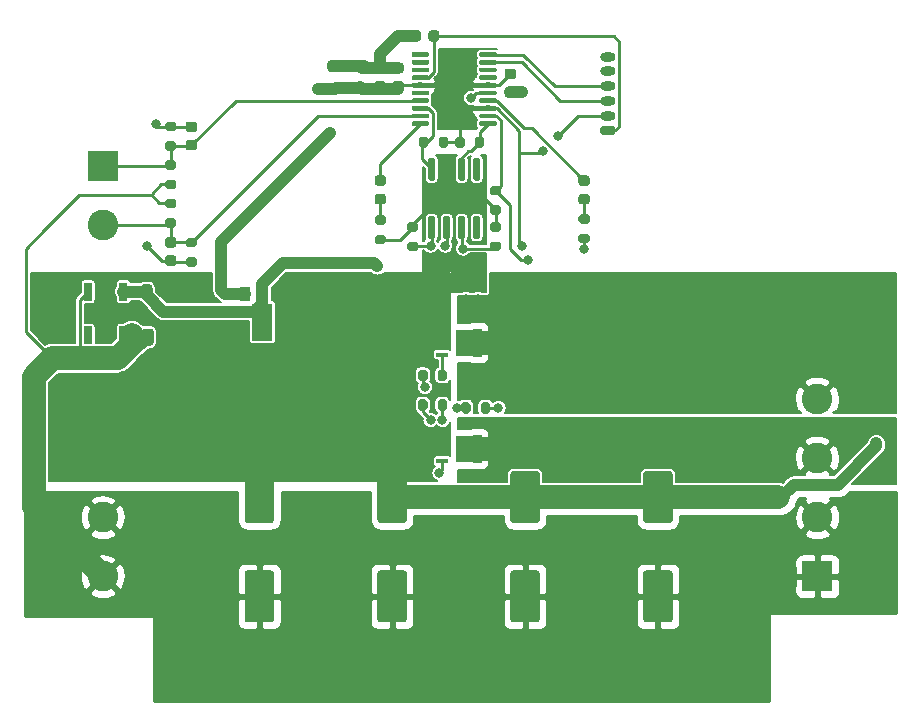
<source format=gbr>
%TF.GenerationSoftware,KiCad,Pcbnew,5.1.10-88a1d61d58~88~ubuntu20.04.1*%
%TF.CreationDate,2021-05-12T04:56:06+02:00*%
%TF.ProjectId,halfVoltageMosfetBoard,68616c66-566f-46c7-9461-67654d6f7366,rev?*%
%TF.SameCoordinates,Original*%
%TF.FileFunction,Copper,L1,Top*%
%TF.FilePolarity,Positive*%
%FSLAX46Y46*%
G04 Gerber Fmt 4.6, Leading zero omitted, Abs format (unit mm)*
G04 Created by KiCad (PCBNEW 5.1.10-88a1d61d58~88~ubuntu20.04.1) date 2021-05-12 04:56:06*
%MOMM*%
%LPD*%
G01*
G04 APERTURE LIST*
%TA.AperFunction,ComponentPad*%
%ADD10R,2.600000X2.600000*%
%TD*%
%TA.AperFunction,ComponentPad*%
%ADD11C,2.600000*%
%TD*%
%TA.AperFunction,ComponentPad*%
%ADD12O,1.300000X0.800000*%
%TD*%
%TA.AperFunction,SMDPad,CuDef*%
%ADD13C,0.100000*%
%TD*%
%TA.AperFunction,SMDPad,CuDef*%
%ADD14R,0.990000X0.405000*%
%TD*%
%TA.AperFunction,SMDPad,CuDef*%
%ADD15R,0.900000X1.300000*%
%TD*%
%TA.AperFunction,SMDPad,CuDef*%
%ADD16R,0.700000X1.500000*%
%TD*%
%TA.AperFunction,ComponentPad*%
%ADD17C,0.500000*%
%TD*%
%TA.AperFunction,SMDPad,CuDef*%
%ADD18R,3.000000X2.290000*%
%TD*%
%TA.AperFunction,ViaPad*%
%ADD19C,0.800000*%
%TD*%
%TA.AperFunction,Conductor*%
%ADD20C,2.000000*%
%TD*%
%TA.AperFunction,Conductor*%
%ADD21C,1.000000*%
%TD*%
%TA.AperFunction,Conductor*%
%ADD22C,0.250000*%
%TD*%
%TA.AperFunction,Conductor*%
%ADD23C,0.254000*%
%TD*%
%TA.AperFunction,Conductor*%
%ADD24C,0.100000*%
%TD*%
%TA.AperFunction,Conductor*%
%ADD25C,0.170000*%
%TD*%
G04 APERTURE END LIST*
D10*
%TO.P,J2,1*%
%TO.N,+24V*%
X195750000Y-132000000D03*
D11*
%TO.P,J2,2*%
X195750000Y-127000000D03*
%TO.P,J2,3*%
%TO.N,/PowerHeater2*%
X195750000Y-122000000D03*
%TO.P,J2,4*%
%TO.N,/PowerHeater1*%
X195750000Y-117000000D03*
%TD*%
%TO.P,C2,2*%
%TO.N,GND*%
%TA.AperFunction,SMDPad,CuDef*%
G36*
G01*
X140450000Y-112225000D02*
X140450000Y-111275000D01*
G75*
G02*
X140700000Y-111025000I250000J0D01*
G01*
X141200000Y-111025000D01*
G75*
G02*
X141450000Y-111275000I0J-250000D01*
G01*
X141450000Y-112225000D01*
G75*
G02*
X141200000Y-112475000I-250000J0D01*
G01*
X140700000Y-112475000D01*
G75*
G02*
X140450000Y-112225000I0J250000D01*
G01*
G37*
%TD.AperFunction*%
%TO.P,C2,1*%
%TO.N,+24V*%
%TA.AperFunction,SMDPad,CuDef*%
G36*
G01*
X138550000Y-112225000D02*
X138550000Y-111275000D01*
G75*
G02*
X138800000Y-111025000I250000J0D01*
G01*
X139300000Y-111025000D01*
G75*
G02*
X139550000Y-111275000I0J-250000D01*
G01*
X139550000Y-112225000D01*
G75*
G02*
X139300000Y-112475000I-250000J0D01*
G01*
X138800000Y-112475000D01*
G75*
G02*
X138550000Y-112225000I0J250000D01*
G01*
G37*
%TD.AperFunction*%
%TD*%
%TO.P,C3,2*%
%TO.N,GND*%
%TA.AperFunction,SMDPad,CuDef*%
G36*
G01*
X144525000Y-111000000D02*
X145475000Y-111000000D01*
G75*
G02*
X145725000Y-111250000I0J-250000D01*
G01*
X145725000Y-111750000D01*
G75*
G02*
X145475000Y-112000000I-250000J0D01*
G01*
X144525000Y-112000000D01*
G75*
G02*
X144275000Y-111750000I0J250000D01*
G01*
X144275000Y-111250000D01*
G75*
G02*
X144525000Y-111000000I250000J0D01*
G01*
G37*
%TD.AperFunction*%
%TO.P,C3,1*%
%TO.N,+12V*%
%TA.AperFunction,SMDPad,CuDef*%
G36*
G01*
X144525000Y-109100000D02*
X145475000Y-109100000D01*
G75*
G02*
X145725000Y-109350000I0J-250000D01*
G01*
X145725000Y-109850000D01*
G75*
G02*
X145475000Y-110100000I-250000J0D01*
G01*
X144525000Y-110100000D01*
G75*
G02*
X144275000Y-109850000I0J250000D01*
G01*
X144275000Y-109350000D01*
G75*
G02*
X144525000Y-109100000I250000J0D01*
G01*
G37*
%TD.AperFunction*%
%TD*%
%TO.P,C6,2*%
%TO.N,GND*%
%TA.AperFunction,SMDPad,CuDef*%
G36*
G01*
X155475000Y-89300000D02*
X154525000Y-89300000D01*
G75*
G02*
X154275000Y-89050000I0J250000D01*
G01*
X154275000Y-88550000D01*
G75*
G02*
X154525000Y-88300000I250000J0D01*
G01*
X155475000Y-88300000D01*
G75*
G02*
X155725000Y-88550000I0J-250000D01*
G01*
X155725000Y-89050000D01*
G75*
G02*
X155475000Y-89300000I-250000J0D01*
G01*
G37*
%TD.AperFunction*%
%TO.P,C6,1*%
%TO.N,+3V3*%
%TA.AperFunction,SMDPad,CuDef*%
G36*
G01*
X155475000Y-91200000D02*
X154525000Y-91200000D01*
G75*
G02*
X154275000Y-90950000I0J250000D01*
G01*
X154275000Y-90450000D01*
G75*
G02*
X154525000Y-90200000I250000J0D01*
G01*
X155475000Y-90200000D01*
G75*
G02*
X155725000Y-90450000I0J-250000D01*
G01*
X155725000Y-90950000D01*
G75*
G02*
X155475000Y-91200000I-250000J0D01*
G01*
G37*
%TD.AperFunction*%
%TD*%
%TO.P,C11,2*%
%TO.N,GND*%
%TA.AperFunction,SMDPad,CuDef*%
G36*
G01*
X157475000Y-89300000D02*
X156525000Y-89300000D01*
G75*
G02*
X156275000Y-89050000I0J250000D01*
G01*
X156275000Y-88550000D01*
G75*
G02*
X156525000Y-88300000I250000J0D01*
G01*
X157475000Y-88300000D01*
G75*
G02*
X157725000Y-88550000I0J-250000D01*
G01*
X157725000Y-89050000D01*
G75*
G02*
X157475000Y-89300000I-250000J0D01*
G01*
G37*
%TD.AperFunction*%
%TO.P,C11,1*%
%TO.N,+3V3*%
%TA.AperFunction,SMDPad,CuDef*%
G36*
G01*
X157475000Y-91200000D02*
X156525000Y-91200000D01*
G75*
G02*
X156275000Y-90950000I0J250000D01*
G01*
X156275000Y-90450000D01*
G75*
G02*
X156525000Y-90200000I250000J0D01*
G01*
X157475000Y-90200000D01*
G75*
G02*
X157725000Y-90450000I0J-250000D01*
G01*
X157725000Y-90950000D01*
G75*
G02*
X157475000Y-91200000I-250000J0D01*
G01*
G37*
%TD.AperFunction*%
%TD*%
%TO.P,C15,2*%
%TO.N,GND*%
%TA.AperFunction,SMDPad,CuDef*%
G36*
G01*
X149500000Y-127500000D02*
X147500000Y-127500000D01*
G75*
G02*
X147250000Y-127250000I0J250000D01*
G01*
X147250000Y-123350000D01*
G75*
G02*
X147500000Y-123100000I250000J0D01*
G01*
X149500000Y-123100000D01*
G75*
G02*
X149750000Y-123350000I0J-250000D01*
G01*
X149750000Y-127250000D01*
G75*
G02*
X149500000Y-127500000I-250000J0D01*
G01*
G37*
%TD.AperFunction*%
%TO.P,C15,1*%
%TO.N,+24V*%
%TA.AperFunction,SMDPad,CuDef*%
G36*
G01*
X149500000Y-135900000D02*
X147500000Y-135900000D01*
G75*
G02*
X147250000Y-135650000I0J250000D01*
G01*
X147250000Y-131750000D01*
G75*
G02*
X147500000Y-131500000I250000J0D01*
G01*
X149500000Y-131500000D01*
G75*
G02*
X149750000Y-131750000I0J-250000D01*
G01*
X149750000Y-135650000D01*
G75*
G02*
X149500000Y-135900000I-250000J0D01*
G01*
G37*
%TD.AperFunction*%
%TD*%
%TO.P,C16,2*%
%TO.N,GND*%
%TA.AperFunction,SMDPad,CuDef*%
G36*
G01*
X183250000Y-127500000D02*
X181250000Y-127500000D01*
G75*
G02*
X181000000Y-127250000I0J250000D01*
G01*
X181000000Y-123350000D01*
G75*
G02*
X181250000Y-123100000I250000J0D01*
G01*
X183250000Y-123100000D01*
G75*
G02*
X183500000Y-123350000I0J-250000D01*
G01*
X183500000Y-127250000D01*
G75*
G02*
X183250000Y-127500000I-250000J0D01*
G01*
G37*
%TD.AperFunction*%
%TO.P,C16,1*%
%TO.N,+24V*%
%TA.AperFunction,SMDPad,CuDef*%
G36*
G01*
X183250000Y-135900000D02*
X181250000Y-135900000D01*
G75*
G02*
X181000000Y-135650000I0J250000D01*
G01*
X181000000Y-131750000D01*
G75*
G02*
X181250000Y-131500000I250000J0D01*
G01*
X183250000Y-131500000D01*
G75*
G02*
X183500000Y-131750000I0J-250000D01*
G01*
X183500000Y-135650000D01*
G75*
G02*
X183250000Y-135900000I-250000J0D01*
G01*
G37*
%TD.AperFunction*%
%TD*%
%TO.P,C17,2*%
%TO.N,GND*%
%TA.AperFunction,SMDPad,CuDef*%
G36*
G01*
X172000000Y-127500000D02*
X170000000Y-127500000D01*
G75*
G02*
X169750000Y-127250000I0J250000D01*
G01*
X169750000Y-123350000D01*
G75*
G02*
X170000000Y-123100000I250000J0D01*
G01*
X172000000Y-123100000D01*
G75*
G02*
X172250000Y-123350000I0J-250000D01*
G01*
X172250000Y-127250000D01*
G75*
G02*
X172000000Y-127500000I-250000J0D01*
G01*
G37*
%TD.AperFunction*%
%TO.P,C17,1*%
%TO.N,+24V*%
%TA.AperFunction,SMDPad,CuDef*%
G36*
G01*
X172000000Y-135900000D02*
X170000000Y-135900000D01*
G75*
G02*
X169750000Y-135650000I0J250000D01*
G01*
X169750000Y-131750000D01*
G75*
G02*
X170000000Y-131500000I250000J0D01*
G01*
X172000000Y-131500000D01*
G75*
G02*
X172250000Y-131750000I0J-250000D01*
G01*
X172250000Y-135650000D01*
G75*
G02*
X172000000Y-135900000I-250000J0D01*
G01*
G37*
%TD.AperFunction*%
%TD*%
%TO.P,C18,2*%
%TO.N,GND*%
%TA.AperFunction,SMDPad,CuDef*%
G36*
G01*
X160750000Y-127500000D02*
X158750000Y-127500000D01*
G75*
G02*
X158500000Y-127250000I0J250000D01*
G01*
X158500000Y-123350000D01*
G75*
G02*
X158750000Y-123100000I250000J0D01*
G01*
X160750000Y-123100000D01*
G75*
G02*
X161000000Y-123350000I0J-250000D01*
G01*
X161000000Y-127250000D01*
G75*
G02*
X160750000Y-127500000I-250000J0D01*
G01*
G37*
%TD.AperFunction*%
%TO.P,C18,1*%
%TO.N,+24V*%
%TA.AperFunction,SMDPad,CuDef*%
G36*
G01*
X160750000Y-135900000D02*
X158750000Y-135900000D01*
G75*
G02*
X158500000Y-135650000I0J250000D01*
G01*
X158500000Y-131750000D01*
G75*
G02*
X158750000Y-131500000I250000J0D01*
G01*
X160750000Y-131500000D01*
G75*
G02*
X161000000Y-131750000I0J-250000D01*
G01*
X161000000Y-135650000D01*
G75*
G02*
X160750000Y-135900000I-250000J0D01*
G01*
G37*
%TD.AperFunction*%
%TD*%
%TO.P,D1,2*%
%TO.N,/Heater1ActiveLed*%
%TA.AperFunction,SMDPad,CuDef*%
G36*
G01*
X176256250Y-98937500D02*
X175743750Y-98937500D01*
G75*
G02*
X175525000Y-98718750I0J218750D01*
G01*
X175525000Y-98281250D01*
G75*
G02*
X175743750Y-98062500I218750J0D01*
G01*
X176256250Y-98062500D01*
G75*
G02*
X176475000Y-98281250I0J-218750D01*
G01*
X176475000Y-98718750D01*
G75*
G02*
X176256250Y-98937500I-218750J0D01*
G01*
G37*
%TD.AperFunction*%
%TO.P,D1,1*%
%TO.N,Net-(D1-Pad1)*%
%TA.AperFunction,SMDPad,CuDef*%
G36*
G01*
X176256250Y-100512500D02*
X175743750Y-100512500D01*
G75*
G02*
X175525000Y-100293750I0J218750D01*
G01*
X175525000Y-99856250D01*
G75*
G02*
X175743750Y-99637500I218750J0D01*
G01*
X176256250Y-99637500D01*
G75*
G02*
X176475000Y-99856250I0J-218750D01*
G01*
X176475000Y-100293750D01*
G75*
G02*
X176256250Y-100512500I-218750J0D01*
G01*
G37*
%TD.AperFunction*%
%TD*%
%TO.P,D2,2*%
%TO.N,/Heater2ActiveLed*%
%TA.AperFunction,SMDPad,CuDef*%
G36*
G01*
X159006250Y-98937500D02*
X158493750Y-98937500D01*
G75*
G02*
X158275000Y-98718750I0J218750D01*
G01*
X158275000Y-98281250D01*
G75*
G02*
X158493750Y-98062500I218750J0D01*
G01*
X159006250Y-98062500D01*
G75*
G02*
X159225000Y-98281250I0J-218750D01*
G01*
X159225000Y-98718750D01*
G75*
G02*
X159006250Y-98937500I-218750J0D01*
G01*
G37*
%TD.AperFunction*%
%TO.P,D2,1*%
%TO.N,Net-(D2-Pad1)*%
%TA.AperFunction,SMDPad,CuDef*%
G36*
G01*
X159006250Y-100512500D02*
X158493750Y-100512500D01*
G75*
G02*
X158275000Y-100293750I0J218750D01*
G01*
X158275000Y-99856250D01*
G75*
G02*
X158493750Y-99637500I218750J0D01*
G01*
X159006250Y-99637500D01*
G75*
G02*
X159225000Y-99856250I0J-218750D01*
G01*
X159225000Y-100293750D01*
G75*
G02*
X159006250Y-100512500I-218750J0D01*
G01*
G37*
%TD.AperFunction*%
%TD*%
%TO.P,J5,2*%
%TO.N,/InputHeater1*%
X135250000Y-102250000D03*
D10*
%TO.P,J5,1*%
%TO.N,/InputHeater2*%
X135250000Y-97250000D03*
%TD*%
D12*
%TO.P,J_SWD1,6*%
%TO.N,GND*%
X178000000Y-88000000D03*
%TO.P,J_SWD1,5*%
%TO.N,N/C*%
X178000000Y-89250000D03*
%TO.P,J_SWD1,4*%
%TO.N,/SWCLK*%
X178000000Y-90500000D03*
%TO.P,J_SWD1,3*%
%TO.N,/SWDIO*%
X178000000Y-91750000D03*
%TO.P,J_SWD1,2*%
%TO.N,+3V3*%
X178000000Y-93000000D03*
%TO.P,J_SWD1,1*%
%TO.N,/~RST*%
%TA.AperFunction,ComponentPad*%
G36*
G01*
X178450000Y-94650000D02*
X177550000Y-94650000D01*
G75*
G02*
X177350000Y-94450000I0J200000D01*
G01*
X177350000Y-94050000D01*
G75*
G02*
X177550000Y-93850000I200000J0D01*
G01*
X178450000Y-93850000D01*
G75*
G02*
X178650000Y-94050000I0J-200000D01*
G01*
X178650000Y-94450000D01*
G75*
G02*
X178450000Y-94650000I-200000J0D01*
G01*
G37*
%TD.AperFunction*%
%TD*%
%TA.AperFunction,SMDPad,CuDef*%
D13*
%TO.P,Q1,3*%
%TO.N,/PowerHeater1*%
G36*
X167372500Y-111462500D02*
G01*
X166862500Y-111462500D01*
X166862500Y-111717500D01*
X167372500Y-111717500D01*
X167372500Y-112122500D01*
X166862500Y-112122500D01*
X166862500Y-112377500D01*
X167372500Y-112377500D01*
X167372500Y-112782500D01*
X166862500Y-112782500D01*
X166862500Y-113037500D01*
X167372500Y-113037500D01*
X167372500Y-113445000D01*
X166612500Y-113445000D01*
X166612500Y-113367500D01*
X165137500Y-113367500D01*
X165137500Y-111132500D01*
X166612500Y-111132500D01*
X166612500Y-111055000D01*
X167372500Y-111055000D01*
X167372500Y-111462500D01*
G37*
%TD.AperFunction*%
D14*
%TO.P,Q1,2*%
%TO.N,Net-(Q1-Pad2)*%
X164007500Y-113240000D03*
%TO.P,Q1,1*%
%TO.N,GND*%
X164007500Y-112580000D03*
X164007500Y-111920000D03*
X164007500Y-111260000D03*
%TD*%
%TA.AperFunction,SMDPad,CuDef*%
D13*
%TO.P,Q2,3*%
%TO.N,/PowerHeater2*%
G36*
X167372500Y-120462500D02*
G01*
X166862500Y-120462500D01*
X166862500Y-120717500D01*
X167372500Y-120717500D01*
X167372500Y-121122500D01*
X166862500Y-121122500D01*
X166862500Y-121377500D01*
X167372500Y-121377500D01*
X167372500Y-121782500D01*
X166862500Y-121782500D01*
X166862500Y-122037500D01*
X167372500Y-122037500D01*
X167372500Y-122445000D01*
X166612500Y-122445000D01*
X166612500Y-122367500D01*
X165137500Y-122367500D01*
X165137500Y-120132500D01*
X166612500Y-120132500D01*
X166612500Y-120055000D01*
X167372500Y-120055000D01*
X167372500Y-120462500D01*
G37*
%TD.AperFunction*%
D14*
%TO.P,Q2,2*%
%TO.N,Net-(Q2-Pad2)*%
X164007500Y-122240000D03*
%TO.P,Q2,1*%
%TO.N,GND*%
X164007500Y-121580000D03*
X164007500Y-120920000D03*
X164007500Y-120260000D03*
%TD*%
%TO.P,R1,2*%
%TO.N,/InputHeater1*%
%TA.AperFunction,SMDPad,CuDef*%
G36*
G01*
X140725000Y-101675000D02*
X141275000Y-101675000D01*
G75*
G02*
X141475000Y-101875000I0J-200000D01*
G01*
X141475000Y-102275000D01*
G75*
G02*
X141275000Y-102475000I-200000J0D01*
G01*
X140725000Y-102475000D01*
G75*
G02*
X140525000Y-102275000I0J200000D01*
G01*
X140525000Y-101875000D01*
G75*
G02*
X140725000Y-101675000I200000J0D01*
G01*
G37*
%TD.AperFunction*%
%TO.P,R1,1*%
%TO.N,+24V*%
%TA.AperFunction,SMDPad,CuDef*%
G36*
G01*
X140725000Y-100025000D02*
X141275000Y-100025000D01*
G75*
G02*
X141475000Y-100225000I0J-200000D01*
G01*
X141475000Y-100625000D01*
G75*
G02*
X141275000Y-100825000I-200000J0D01*
G01*
X140725000Y-100825000D01*
G75*
G02*
X140525000Y-100625000I0J200000D01*
G01*
X140525000Y-100225000D01*
G75*
G02*
X140725000Y-100025000I200000J0D01*
G01*
G37*
%TD.AperFunction*%
%TD*%
%TO.P,R2,2*%
%TO.N,GND*%
%TA.AperFunction,SMDPad,CuDef*%
G36*
G01*
X142475000Y-105000000D02*
X143025000Y-105000000D01*
G75*
G02*
X143225000Y-105200000I0J-200000D01*
G01*
X143225000Y-105600000D01*
G75*
G02*
X143025000Y-105800000I-200000J0D01*
G01*
X142475000Y-105800000D01*
G75*
G02*
X142275000Y-105600000I0J200000D01*
G01*
X142275000Y-105200000D01*
G75*
G02*
X142475000Y-105000000I200000J0D01*
G01*
G37*
%TD.AperFunction*%
%TO.P,R2,1*%
%TO.N,/InputHeater1*%
%TA.AperFunction,SMDPad,CuDef*%
G36*
G01*
X142475000Y-103350000D02*
X143025000Y-103350000D01*
G75*
G02*
X143225000Y-103550000I0J-200000D01*
G01*
X143225000Y-103950000D01*
G75*
G02*
X143025000Y-104150000I-200000J0D01*
G01*
X142475000Y-104150000D01*
G75*
G02*
X142275000Y-103950000I0J200000D01*
G01*
X142275000Y-103550000D01*
G75*
G02*
X142475000Y-103350000I200000J0D01*
G01*
G37*
%TD.AperFunction*%
%TD*%
%TO.P,R3,2*%
%TO.N,/InputHeater2*%
%TA.AperFunction,SMDPad,CuDef*%
G36*
G01*
X141275000Y-97575000D02*
X140725000Y-97575000D01*
G75*
G02*
X140525000Y-97375000I0J200000D01*
G01*
X140525000Y-96975000D01*
G75*
G02*
X140725000Y-96775000I200000J0D01*
G01*
X141275000Y-96775000D01*
G75*
G02*
X141475000Y-96975000I0J-200000D01*
G01*
X141475000Y-97375000D01*
G75*
G02*
X141275000Y-97575000I-200000J0D01*
G01*
G37*
%TD.AperFunction*%
%TO.P,R3,1*%
%TO.N,+24V*%
%TA.AperFunction,SMDPad,CuDef*%
G36*
G01*
X141275000Y-99225000D02*
X140725000Y-99225000D01*
G75*
G02*
X140525000Y-99025000I0J200000D01*
G01*
X140525000Y-98625000D01*
G75*
G02*
X140725000Y-98425000I200000J0D01*
G01*
X141275000Y-98425000D01*
G75*
G02*
X141475000Y-98625000I0J-200000D01*
G01*
X141475000Y-99025000D01*
G75*
G02*
X141275000Y-99225000I-200000J0D01*
G01*
G37*
%TD.AperFunction*%
%TD*%
%TO.P,R4,2*%
%TO.N,GND*%
%TA.AperFunction,SMDPad,CuDef*%
G36*
G01*
X141275000Y-94325000D02*
X140725000Y-94325000D01*
G75*
G02*
X140525000Y-94125000I0J200000D01*
G01*
X140525000Y-93725000D01*
G75*
G02*
X140725000Y-93525000I200000J0D01*
G01*
X141275000Y-93525000D01*
G75*
G02*
X141475000Y-93725000I0J-200000D01*
G01*
X141475000Y-94125000D01*
G75*
G02*
X141275000Y-94325000I-200000J0D01*
G01*
G37*
%TD.AperFunction*%
%TO.P,R4,1*%
%TO.N,/InputHeater2*%
%TA.AperFunction,SMDPad,CuDef*%
G36*
G01*
X141275000Y-95975000D02*
X140725000Y-95975000D01*
G75*
G02*
X140525000Y-95775000I0J200000D01*
G01*
X140525000Y-95375000D01*
G75*
G02*
X140725000Y-95175000I200000J0D01*
G01*
X141275000Y-95175000D01*
G75*
G02*
X141475000Y-95375000I0J-200000D01*
G01*
X141475000Y-95775000D01*
G75*
G02*
X141275000Y-95975000I-200000J0D01*
G01*
G37*
%TD.AperFunction*%
%TD*%
%TO.P,R5,2*%
%TO.N,GND*%
%TA.AperFunction,SMDPad,CuDef*%
G36*
G01*
X168225000Y-100600000D02*
X168775000Y-100600000D01*
G75*
G02*
X168975000Y-100800000I0J-200000D01*
G01*
X168975000Y-101200000D01*
G75*
G02*
X168775000Y-101400000I-200000J0D01*
G01*
X168225000Y-101400000D01*
G75*
G02*
X168025000Y-101200000I0J200000D01*
G01*
X168025000Y-100800000D01*
G75*
G02*
X168225000Y-100600000I200000J0D01*
G01*
G37*
%TD.AperFunction*%
%TO.P,R5,1*%
%TO.N,/Temp*%
%TA.AperFunction,SMDPad,CuDef*%
G36*
G01*
X168225000Y-98950000D02*
X168775000Y-98950000D01*
G75*
G02*
X168975000Y-99150000I0J-200000D01*
G01*
X168975000Y-99550000D01*
G75*
G02*
X168775000Y-99750000I-200000J0D01*
G01*
X168225000Y-99750000D01*
G75*
G02*
X168025000Y-99550000I0J200000D01*
G01*
X168025000Y-99150000D01*
G75*
G02*
X168225000Y-98950000I200000J0D01*
G01*
G37*
%TD.AperFunction*%
%TD*%
%TO.P,R6,2*%
%TO.N,GND*%
%TA.AperFunction,SMDPad,CuDef*%
G36*
G01*
X175725000Y-103000000D02*
X176275000Y-103000000D01*
G75*
G02*
X176475000Y-103200000I0J-200000D01*
G01*
X176475000Y-103600000D01*
G75*
G02*
X176275000Y-103800000I-200000J0D01*
G01*
X175725000Y-103800000D01*
G75*
G02*
X175525000Y-103600000I0J200000D01*
G01*
X175525000Y-103200000D01*
G75*
G02*
X175725000Y-103000000I200000J0D01*
G01*
G37*
%TD.AperFunction*%
%TO.P,R6,1*%
%TO.N,Net-(D1-Pad1)*%
%TA.AperFunction,SMDPad,CuDef*%
G36*
G01*
X175725000Y-101350000D02*
X176275000Y-101350000D01*
G75*
G02*
X176475000Y-101550000I0J-200000D01*
G01*
X176475000Y-101950000D01*
G75*
G02*
X176275000Y-102150000I-200000J0D01*
G01*
X175725000Y-102150000D01*
G75*
G02*
X175525000Y-101950000I0J200000D01*
G01*
X175525000Y-101550000D01*
G75*
G02*
X175725000Y-101350000I200000J0D01*
G01*
G37*
%TD.AperFunction*%
%TD*%
%TO.P,R7,2*%
%TO.N,GND*%
%TA.AperFunction,SMDPad,CuDef*%
G36*
G01*
X158475000Y-103100000D02*
X159025000Y-103100000D01*
G75*
G02*
X159225000Y-103300000I0J-200000D01*
G01*
X159225000Y-103700000D01*
G75*
G02*
X159025000Y-103900000I-200000J0D01*
G01*
X158475000Y-103900000D01*
G75*
G02*
X158275000Y-103700000I0J200000D01*
G01*
X158275000Y-103300000D01*
G75*
G02*
X158475000Y-103100000I200000J0D01*
G01*
G37*
%TD.AperFunction*%
%TO.P,R7,1*%
%TO.N,Net-(D2-Pad1)*%
%TA.AperFunction,SMDPad,CuDef*%
G36*
G01*
X158475000Y-101450000D02*
X159025000Y-101450000D01*
G75*
G02*
X159225000Y-101650000I0J-200000D01*
G01*
X159225000Y-102050000D01*
G75*
G02*
X159025000Y-102250000I-200000J0D01*
G01*
X158475000Y-102250000D01*
G75*
G02*
X158275000Y-102050000I0J200000D01*
G01*
X158275000Y-101650000D01*
G75*
G02*
X158475000Y-101450000I200000J0D01*
G01*
G37*
%TD.AperFunction*%
%TD*%
%TO.P,R8,2*%
%TO.N,/Heater2*%
%TA.AperFunction,SMDPad,CuDef*%
G36*
G01*
X166750000Y-95525000D02*
X166750000Y-94975000D01*
G75*
G02*
X166950000Y-94775000I200000J0D01*
G01*
X167350000Y-94775000D01*
G75*
G02*
X167550000Y-94975000I0J-200000D01*
G01*
X167550000Y-95525000D01*
G75*
G02*
X167350000Y-95725000I-200000J0D01*
G01*
X166950000Y-95725000D01*
G75*
G02*
X166750000Y-95525000I0J200000D01*
G01*
G37*
%TD.AperFunction*%
%TO.P,R8,1*%
%TO.N,+3V3*%
%TA.AperFunction,SMDPad,CuDef*%
G36*
G01*
X165100000Y-95525000D02*
X165100000Y-94975000D01*
G75*
G02*
X165300000Y-94775000I200000J0D01*
G01*
X165700000Y-94775000D01*
G75*
G02*
X165900000Y-94975000I0J-200000D01*
G01*
X165900000Y-95525000D01*
G75*
G02*
X165700000Y-95725000I-200000J0D01*
G01*
X165300000Y-95725000D01*
G75*
G02*
X165100000Y-95525000I0J200000D01*
G01*
G37*
%TD.AperFunction*%
%TD*%
%TO.P,R9,2*%
%TO.N,/Heater1*%
%TA.AperFunction,SMDPad,CuDef*%
G36*
G01*
X162825000Y-94975000D02*
X162825000Y-95525000D01*
G75*
G02*
X162625000Y-95725000I-200000J0D01*
G01*
X162225000Y-95725000D01*
G75*
G02*
X162025000Y-95525000I0J200000D01*
G01*
X162025000Y-94975000D01*
G75*
G02*
X162225000Y-94775000I200000J0D01*
G01*
X162625000Y-94775000D01*
G75*
G02*
X162825000Y-94975000I0J-200000D01*
G01*
G37*
%TD.AperFunction*%
%TO.P,R9,1*%
%TO.N,+3V3*%
%TA.AperFunction,SMDPad,CuDef*%
G36*
G01*
X164475000Y-94975000D02*
X164475000Y-95525000D01*
G75*
G02*
X164275000Y-95725000I-200000J0D01*
G01*
X163875000Y-95725000D01*
G75*
G02*
X163675000Y-95525000I0J200000D01*
G01*
X163675000Y-94975000D01*
G75*
G02*
X163875000Y-94775000I200000J0D01*
G01*
X164275000Y-94775000D01*
G75*
G02*
X164475000Y-94975000I0J-200000D01*
G01*
G37*
%TD.AperFunction*%
%TD*%
%TO.P,R10,2*%
%TO.N,Net-(R10-Pad2)*%
%TA.AperFunction,SMDPad,CuDef*%
G36*
G01*
X162750000Y-114725000D02*
X162750000Y-115275000D01*
G75*
G02*
X162550000Y-115475000I-200000J0D01*
G01*
X162150000Y-115475000D01*
G75*
G02*
X161950000Y-115275000I0J200000D01*
G01*
X161950000Y-114725000D01*
G75*
G02*
X162150000Y-114525000I200000J0D01*
G01*
X162550000Y-114525000D01*
G75*
G02*
X162750000Y-114725000I0J-200000D01*
G01*
G37*
%TD.AperFunction*%
%TO.P,R10,1*%
%TO.N,Net-(Q1-Pad2)*%
%TA.AperFunction,SMDPad,CuDef*%
G36*
G01*
X164400000Y-114725000D02*
X164400000Y-115275000D01*
G75*
G02*
X164200000Y-115475000I-200000J0D01*
G01*
X163800000Y-115475000D01*
G75*
G02*
X163600000Y-115275000I0J200000D01*
G01*
X163600000Y-114725000D01*
G75*
G02*
X163800000Y-114525000I200000J0D01*
G01*
X164200000Y-114525000D01*
G75*
G02*
X164400000Y-114725000I0J-200000D01*
G01*
G37*
%TD.AperFunction*%
%TD*%
%TO.P,R11,2*%
%TO.N,Net-(Q2-Pad2)*%
%TA.AperFunction,SMDPad,CuDef*%
G36*
G01*
X163600000Y-117775000D02*
X163600000Y-117225000D01*
G75*
G02*
X163800000Y-117025000I200000J0D01*
G01*
X164200000Y-117025000D01*
G75*
G02*
X164400000Y-117225000I0J-200000D01*
G01*
X164400000Y-117775000D01*
G75*
G02*
X164200000Y-117975000I-200000J0D01*
G01*
X163800000Y-117975000D01*
G75*
G02*
X163600000Y-117775000I0J200000D01*
G01*
G37*
%TD.AperFunction*%
%TO.P,R11,1*%
%TO.N,Net-(R11-Pad1)*%
%TA.AperFunction,SMDPad,CuDef*%
G36*
G01*
X161950000Y-117775000D02*
X161950000Y-117225000D01*
G75*
G02*
X162150000Y-117025000I200000J0D01*
G01*
X162550000Y-117025000D01*
G75*
G02*
X162750000Y-117225000I0J-200000D01*
G01*
X162750000Y-117775000D01*
G75*
G02*
X162550000Y-117975000I-200000J0D01*
G01*
X162150000Y-117975000D01*
G75*
G02*
X161950000Y-117775000I0J200000D01*
G01*
G37*
%TD.AperFunction*%
%TD*%
%TO.P,R12,2*%
%TO.N,Net-(R10-Pad2)*%
%TA.AperFunction,SMDPad,CuDef*%
G36*
G01*
X161225000Y-103675000D02*
X161775000Y-103675000D01*
G75*
G02*
X161975000Y-103875000I0J-200000D01*
G01*
X161975000Y-104275000D01*
G75*
G02*
X161775000Y-104475000I-200000J0D01*
G01*
X161225000Y-104475000D01*
G75*
G02*
X161025000Y-104275000I0J200000D01*
G01*
X161025000Y-103875000D01*
G75*
G02*
X161225000Y-103675000I200000J0D01*
G01*
G37*
%TD.AperFunction*%
%TO.P,R12,1*%
%TO.N,GND*%
%TA.AperFunction,SMDPad,CuDef*%
G36*
G01*
X161225000Y-102025000D02*
X161775000Y-102025000D01*
G75*
G02*
X161975000Y-102225000I0J-200000D01*
G01*
X161975000Y-102625000D01*
G75*
G02*
X161775000Y-102825000I-200000J0D01*
G01*
X161225000Y-102825000D01*
G75*
G02*
X161025000Y-102625000I0J200000D01*
G01*
X161025000Y-102225000D01*
G75*
G02*
X161225000Y-102025000I200000J0D01*
G01*
G37*
%TD.AperFunction*%
%TD*%
%TO.P,R13,2*%
%TO.N,GND*%
%TA.AperFunction,SMDPad,CuDef*%
G36*
G01*
X168775000Y-102825000D02*
X168225000Y-102825000D01*
G75*
G02*
X168025000Y-102625000I0J200000D01*
G01*
X168025000Y-102225000D01*
G75*
G02*
X168225000Y-102025000I200000J0D01*
G01*
X168775000Y-102025000D01*
G75*
G02*
X168975000Y-102225000I0J-200000D01*
G01*
X168975000Y-102625000D01*
G75*
G02*
X168775000Y-102825000I-200000J0D01*
G01*
G37*
%TD.AperFunction*%
%TO.P,R13,1*%
%TO.N,Net-(R11-Pad1)*%
%TA.AperFunction,SMDPad,CuDef*%
G36*
G01*
X168775000Y-104475000D02*
X168225000Y-104475000D01*
G75*
G02*
X168025000Y-104275000I0J200000D01*
G01*
X168025000Y-103875000D01*
G75*
G02*
X168225000Y-103675000I200000J0D01*
G01*
X168775000Y-103675000D01*
G75*
G02*
X168975000Y-103875000I0J-200000D01*
G01*
X168975000Y-104275000D01*
G75*
G02*
X168775000Y-104475000I-200000J0D01*
G01*
G37*
%TD.AperFunction*%
%TD*%
%TO.P,TH1,2*%
%TO.N,/Temp*%
%TA.AperFunction,SMDPad,CuDef*%
G36*
G01*
X167250000Y-118025000D02*
X167250000Y-117475000D01*
G75*
G02*
X167450000Y-117275000I200000J0D01*
G01*
X167850000Y-117275000D01*
G75*
G02*
X168050000Y-117475000I0J-200000D01*
G01*
X168050000Y-118025000D01*
G75*
G02*
X167850000Y-118225000I-200000J0D01*
G01*
X167450000Y-118225000D01*
G75*
G02*
X167250000Y-118025000I0J200000D01*
G01*
G37*
%TD.AperFunction*%
%TO.P,TH1,1*%
%TO.N,+3V3*%
%TA.AperFunction,SMDPad,CuDef*%
G36*
G01*
X165600000Y-118025000D02*
X165600000Y-117475000D01*
G75*
G02*
X165800000Y-117275000I200000J0D01*
G01*
X166200000Y-117275000D01*
G75*
G02*
X166400000Y-117475000I0J-200000D01*
G01*
X166400000Y-118025000D01*
G75*
G02*
X166200000Y-118225000I-200000J0D01*
G01*
X165800000Y-118225000D01*
G75*
G02*
X165600000Y-118025000I0J200000D01*
G01*
G37*
%TD.AperFunction*%
%TD*%
%TO.P,U1,20*%
%TO.N,/SWCLK*%
%TA.AperFunction,SMDPad,CuDef*%
G36*
G01*
X167125000Y-87925000D02*
X167125000Y-87725000D01*
G75*
G02*
X167225000Y-87625000I100000J0D01*
G01*
X168500000Y-87625000D01*
G75*
G02*
X168600000Y-87725000I0J-100000D01*
G01*
X168600000Y-87925000D01*
G75*
G02*
X168500000Y-88025000I-100000J0D01*
G01*
X167225000Y-88025000D01*
G75*
G02*
X167125000Y-87925000I0J100000D01*
G01*
G37*
%TD.AperFunction*%
%TO.P,U1,19*%
%TO.N,/SWDIO*%
%TA.AperFunction,SMDPad,CuDef*%
G36*
G01*
X167125000Y-88575000D02*
X167125000Y-88375000D01*
G75*
G02*
X167225000Y-88275000I100000J0D01*
G01*
X168500000Y-88275000D01*
G75*
G02*
X168600000Y-88375000I0J-100000D01*
G01*
X168600000Y-88575000D01*
G75*
G02*
X168500000Y-88675000I-100000J0D01*
G01*
X167225000Y-88675000D01*
G75*
G02*
X167125000Y-88575000I0J100000D01*
G01*
G37*
%TD.AperFunction*%
%TO.P,U1,18*%
%TO.N,N/C*%
%TA.AperFunction,SMDPad,CuDef*%
G36*
G01*
X167125000Y-89225000D02*
X167125000Y-89025000D01*
G75*
G02*
X167225000Y-88925000I100000J0D01*
G01*
X168500000Y-88925000D01*
G75*
G02*
X168600000Y-89025000I0J-100000D01*
G01*
X168600000Y-89225000D01*
G75*
G02*
X168500000Y-89325000I-100000J0D01*
G01*
X167225000Y-89325000D01*
G75*
G02*
X167125000Y-89225000I0J100000D01*
G01*
G37*
%TD.AperFunction*%
%TO.P,U1,17*%
%TA.AperFunction,SMDPad,CuDef*%
G36*
G01*
X167125000Y-89875000D02*
X167125000Y-89675000D01*
G75*
G02*
X167225000Y-89575000I100000J0D01*
G01*
X168500000Y-89575000D01*
G75*
G02*
X168600000Y-89675000I0J-100000D01*
G01*
X168600000Y-89875000D01*
G75*
G02*
X168500000Y-89975000I-100000J0D01*
G01*
X167225000Y-89975000D01*
G75*
G02*
X167125000Y-89875000I0J100000D01*
G01*
G37*
%TD.AperFunction*%
%TO.P,U1,16*%
%TO.N,+3V3*%
%TA.AperFunction,SMDPad,CuDef*%
G36*
G01*
X167125000Y-90525000D02*
X167125000Y-90325000D01*
G75*
G02*
X167225000Y-90225000I100000J0D01*
G01*
X168500000Y-90225000D01*
G75*
G02*
X168600000Y-90325000I0J-100000D01*
G01*
X168600000Y-90525000D01*
G75*
G02*
X168500000Y-90625000I-100000J0D01*
G01*
X167225000Y-90625000D01*
G75*
G02*
X167125000Y-90525000I0J100000D01*
G01*
G37*
%TD.AperFunction*%
%TO.P,U1,15*%
%TO.N,GND*%
%TA.AperFunction,SMDPad,CuDef*%
G36*
G01*
X167125000Y-91175000D02*
X167125000Y-90975000D01*
G75*
G02*
X167225000Y-90875000I100000J0D01*
G01*
X168500000Y-90875000D01*
G75*
G02*
X168600000Y-90975000I0J-100000D01*
G01*
X168600000Y-91175000D01*
G75*
G02*
X168500000Y-91275000I-100000J0D01*
G01*
X167225000Y-91275000D01*
G75*
G02*
X167125000Y-91175000I0J100000D01*
G01*
G37*
%TD.AperFunction*%
%TO.P,U1,14*%
%TO.N,/Heater1ActiveLed*%
%TA.AperFunction,SMDPad,CuDef*%
G36*
G01*
X167125000Y-91825000D02*
X167125000Y-91625000D01*
G75*
G02*
X167225000Y-91525000I100000J0D01*
G01*
X168500000Y-91525000D01*
G75*
G02*
X168600000Y-91625000I0J-100000D01*
G01*
X168600000Y-91825000D01*
G75*
G02*
X168500000Y-91925000I-100000J0D01*
G01*
X167225000Y-91925000D01*
G75*
G02*
X167125000Y-91825000I0J100000D01*
G01*
G37*
%TD.AperFunction*%
%TO.P,U1,13*%
%TO.N,+3V3*%
%TA.AperFunction,SMDPad,CuDef*%
G36*
G01*
X167125000Y-92475000D02*
X167125000Y-92275000D01*
G75*
G02*
X167225000Y-92175000I100000J0D01*
G01*
X168500000Y-92175000D01*
G75*
G02*
X168600000Y-92275000I0J-100000D01*
G01*
X168600000Y-92475000D01*
G75*
G02*
X168500000Y-92575000I-100000J0D01*
G01*
X167225000Y-92575000D01*
G75*
G02*
X167125000Y-92475000I0J100000D01*
G01*
G37*
%TD.AperFunction*%
%TO.P,U1,12*%
%TO.N,/Temp*%
%TA.AperFunction,SMDPad,CuDef*%
G36*
G01*
X167125000Y-93125000D02*
X167125000Y-92925000D01*
G75*
G02*
X167225000Y-92825000I100000J0D01*
G01*
X168500000Y-92825000D01*
G75*
G02*
X168600000Y-92925000I0J-100000D01*
G01*
X168600000Y-93125000D01*
G75*
G02*
X168500000Y-93225000I-100000J0D01*
G01*
X167225000Y-93225000D01*
G75*
G02*
X167125000Y-93125000I0J100000D01*
G01*
G37*
%TD.AperFunction*%
%TO.P,U1,11*%
%TO.N,/Heater2*%
%TA.AperFunction,SMDPad,CuDef*%
G36*
G01*
X167125000Y-93775000D02*
X167125000Y-93575000D01*
G75*
G02*
X167225000Y-93475000I100000J0D01*
G01*
X168500000Y-93475000D01*
G75*
G02*
X168600000Y-93575000I0J-100000D01*
G01*
X168600000Y-93775000D01*
G75*
G02*
X168500000Y-93875000I-100000J0D01*
G01*
X167225000Y-93875000D01*
G75*
G02*
X167125000Y-93775000I0J100000D01*
G01*
G37*
%TD.AperFunction*%
%TO.P,U1,10*%
%TO.N,/Heater2ActiveLed*%
%TA.AperFunction,SMDPad,CuDef*%
G36*
G01*
X161400000Y-93775000D02*
X161400000Y-93575000D01*
G75*
G02*
X161500000Y-93475000I100000J0D01*
G01*
X162775000Y-93475000D01*
G75*
G02*
X162875000Y-93575000I0J-100000D01*
G01*
X162875000Y-93775000D01*
G75*
G02*
X162775000Y-93875000I-100000J0D01*
G01*
X161500000Y-93875000D01*
G75*
G02*
X161400000Y-93775000I0J100000D01*
G01*
G37*
%TD.AperFunction*%
%TO.P,U1,9*%
%TO.N,/InputHeater1*%
%TA.AperFunction,SMDPad,CuDef*%
G36*
G01*
X161400000Y-93125000D02*
X161400000Y-92925000D01*
G75*
G02*
X161500000Y-92825000I100000J0D01*
G01*
X162775000Y-92825000D01*
G75*
G02*
X162875000Y-92925000I0J-100000D01*
G01*
X162875000Y-93125000D01*
G75*
G02*
X162775000Y-93225000I-100000J0D01*
G01*
X161500000Y-93225000D01*
G75*
G02*
X161400000Y-93125000I0J100000D01*
G01*
G37*
%TD.AperFunction*%
%TO.P,U1,8*%
%TO.N,/Heater1*%
%TA.AperFunction,SMDPad,CuDef*%
G36*
G01*
X161400000Y-92475000D02*
X161400000Y-92275000D01*
G75*
G02*
X161500000Y-92175000I100000J0D01*
G01*
X162775000Y-92175000D01*
G75*
G02*
X162875000Y-92275000I0J-100000D01*
G01*
X162875000Y-92475000D01*
G75*
G02*
X162775000Y-92575000I-100000J0D01*
G01*
X161500000Y-92575000D01*
G75*
G02*
X161400000Y-92475000I0J100000D01*
G01*
G37*
%TD.AperFunction*%
%TO.P,U1,7*%
%TO.N,/InputHeater2*%
%TA.AperFunction,SMDPad,CuDef*%
G36*
G01*
X161400000Y-91825000D02*
X161400000Y-91625000D01*
G75*
G02*
X161500000Y-91525000I100000J0D01*
G01*
X162775000Y-91525000D01*
G75*
G02*
X162875000Y-91625000I0J-100000D01*
G01*
X162875000Y-91825000D01*
G75*
G02*
X162775000Y-91925000I-100000J0D01*
G01*
X161500000Y-91925000D01*
G75*
G02*
X161400000Y-91825000I0J100000D01*
G01*
G37*
%TD.AperFunction*%
%TO.P,U1,6*%
%TO.N,N/C*%
%TA.AperFunction,SMDPad,CuDef*%
G36*
G01*
X161400000Y-91175000D02*
X161400000Y-90975000D01*
G75*
G02*
X161500000Y-90875000I100000J0D01*
G01*
X162775000Y-90875000D01*
G75*
G02*
X162875000Y-90975000I0J-100000D01*
G01*
X162875000Y-91175000D01*
G75*
G02*
X162775000Y-91275000I-100000J0D01*
G01*
X161500000Y-91275000D01*
G75*
G02*
X161400000Y-91175000I0J100000D01*
G01*
G37*
%TD.AperFunction*%
%TO.P,U1,5*%
%TO.N,+3V3*%
%TA.AperFunction,SMDPad,CuDef*%
G36*
G01*
X161400000Y-90525000D02*
X161400000Y-90325000D01*
G75*
G02*
X161500000Y-90225000I100000J0D01*
G01*
X162775000Y-90225000D01*
G75*
G02*
X162875000Y-90325000I0J-100000D01*
G01*
X162875000Y-90525000D01*
G75*
G02*
X162775000Y-90625000I-100000J0D01*
G01*
X161500000Y-90625000D01*
G75*
G02*
X161400000Y-90525000I0J100000D01*
G01*
G37*
%TD.AperFunction*%
%TO.P,U1,4*%
%TO.N,/~RST*%
%TA.AperFunction,SMDPad,CuDef*%
G36*
G01*
X161400000Y-89875000D02*
X161400000Y-89675000D01*
G75*
G02*
X161500000Y-89575000I100000J0D01*
G01*
X162775000Y-89575000D01*
G75*
G02*
X162875000Y-89675000I0J-100000D01*
G01*
X162875000Y-89875000D01*
G75*
G02*
X162775000Y-89975000I-100000J0D01*
G01*
X161500000Y-89975000D01*
G75*
G02*
X161400000Y-89875000I0J100000D01*
G01*
G37*
%TD.AperFunction*%
%TO.P,U1,3*%
%TO.N,N/C*%
%TA.AperFunction,SMDPad,CuDef*%
G36*
G01*
X161400000Y-89225000D02*
X161400000Y-89025000D01*
G75*
G02*
X161500000Y-88925000I100000J0D01*
G01*
X162775000Y-88925000D01*
G75*
G02*
X162875000Y-89025000I0J-100000D01*
G01*
X162875000Y-89225000D01*
G75*
G02*
X162775000Y-89325000I-100000J0D01*
G01*
X161500000Y-89325000D01*
G75*
G02*
X161400000Y-89225000I0J100000D01*
G01*
G37*
%TD.AperFunction*%
%TO.P,U1,2*%
%TA.AperFunction,SMDPad,CuDef*%
G36*
G01*
X161400000Y-88575000D02*
X161400000Y-88375000D01*
G75*
G02*
X161500000Y-88275000I100000J0D01*
G01*
X162775000Y-88275000D01*
G75*
G02*
X162875000Y-88375000I0J-100000D01*
G01*
X162875000Y-88575000D01*
G75*
G02*
X162775000Y-88675000I-100000J0D01*
G01*
X161500000Y-88675000D01*
G75*
G02*
X161400000Y-88575000I0J100000D01*
G01*
G37*
%TD.AperFunction*%
%TO.P,U1,1*%
%TA.AperFunction,SMDPad,CuDef*%
G36*
G01*
X161400000Y-87925000D02*
X161400000Y-87725000D01*
G75*
G02*
X161500000Y-87625000I100000J0D01*
G01*
X162775000Y-87625000D01*
G75*
G02*
X162875000Y-87725000I0J-100000D01*
G01*
X162875000Y-87925000D01*
G75*
G02*
X162775000Y-88025000I-100000J0D01*
G01*
X161500000Y-88025000D01*
G75*
G02*
X161400000Y-87925000I0J100000D01*
G01*
G37*
%TD.AperFunction*%
%TD*%
%TA.AperFunction,SMDPad,CuDef*%
D13*
%TO.P,U2,2*%
%TO.N,+12V*%
G36*
X147883500Y-112050000D02*
G01*
X147883500Y-108925000D01*
X148300000Y-108925000D01*
X148300000Y-107450000D01*
X149200000Y-107450000D01*
X149200000Y-108925000D01*
X149616500Y-108925000D01*
X149616500Y-112050000D01*
X147883500Y-112050000D01*
G37*
%TD.AperFunction*%
D15*
%TO.P,U2,3*%
%TO.N,+3V3*%
X147250000Y-108100000D03*
%TO.P,U2,1*%
%TO.N,GND*%
X150250000Y-108100000D03*
%TD*%
%TA.AperFunction,SMDPad,CuDef*%
D13*
%TO.P,U3,2*%
%TO.N,GND*%
G36*
X136000000Y-110650000D02*
G01*
X136000000Y-112350000D01*
X135000000Y-112350000D01*
X135000000Y-110650000D01*
X134500000Y-110150000D01*
X134500000Y-109350000D01*
X135000000Y-108850000D01*
X135000000Y-107150000D01*
X136000000Y-107150000D01*
X136000000Y-108850000D01*
X136500000Y-109350000D01*
X136500000Y-110150000D01*
X136000000Y-110650000D01*
G37*
%TD.AperFunction*%
D16*
%TO.P,U3,3*%
%TO.N,+24V*%
X134000000Y-107900000D03*
%TO.P,U3,1*%
%TO.N,+12V*%
X137000000Y-107900000D03*
%TO.P,U3,4*%
%TO.N,N/C*%
X134000000Y-111600000D03*
%TO.P,U3,5*%
%TO.N,+24V*%
X137000000Y-111600000D03*
%TD*%
D17*
%TO.P,U4,9*%
%TO.N,GND*%
X164000000Y-100650000D03*
X164000000Y-99350000D03*
X165000000Y-100650000D03*
X165000000Y-99350000D03*
X166000000Y-100650000D03*
X166000000Y-99350000D03*
D18*
X165000000Y-100000000D03*
%TO.P,U4,8*%
%TO.N,N/C*%
%TA.AperFunction,SMDPad,CuDef*%
G36*
G01*
X166755000Y-101500000D02*
X167055000Y-101500000D01*
G75*
G02*
X167205000Y-101650000I0J-150000D01*
G01*
X167205000Y-103300000D01*
G75*
G02*
X167055000Y-103450000I-150000J0D01*
G01*
X166755000Y-103450000D01*
G75*
G02*
X166605000Y-103300000I0J150000D01*
G01*
X166605000Y-101650000D01*
G75*
G02*
X166755000Y-101500000I150000J0D01*
G01*
G37*
%TD.AperFunction*%
%TO.P,U4,7*%
%TO.N,Net-(R11-Pad1)*%
%TA.AperFunction,SMDPad,CuDef*%
G36*
G01*
X165485000Y-101500000D02*
X165785000Y-101500000D01*
G75*
G02*
X165935000Y-101650000I0J-150000D01*
G01*
X165935000Y-103300000D01*
G75*
G02*
X165785000Y-103450000I-150000J0D01*
G01*
X165485000Y-103450000D01*
G75*
G02*
X165335000Y-103300000I0J150000D01*
G01*
X165335000Y-101650000D01*
G75*
G02*
X165485000Y-101500000I150000J0D01*
G01*
G37*
%TD.AperFunction*%
%TO.P,U4,6*%
%TO.N,+12V*%
%TA.AperFunction,SMDPad,CuDef*%
G36*
G01*
X164215000Y-101500000D02*
X164515000Y-101500000D01*
G75*
G02*
X164665000Y-101650000I0J-150000D01*
G01*
X164665000Y-103300000D01*
G75*
G02*
X164515000Y-103450000I-150000J0D01*
G01*
X164215000Y-103450000D01*
G75*
G02*
X164065000Y-103300000I0J150000D01*
G01*
X164065000Y-101650000D01*
G75*
G02*
X164215000Y-101500000I150000J0D01*
G01*
G37*
%TD.AperFunction*%
%TO.P,U4,5*%
%TO.N,Net-(R10-Pad2)*%
%TA.AperFunction,SMDPad,CuDef*%
G36*
G01*
X162945000Y-101500000D02*
X163245000Y-101500000D01*
G75*
G02*
X163395000Y-101650000I0J-150000D01*
G01*
X163395000Y-103300000D01*
G75*
G02*
X163245000Y-103450000I-150000J0D01*
G01*
X162945000Y-103450000D01*
G75*
G02*
X162795000Y-103300000I0J150000D01*
G01*
X162795000Y-101650000D01*
G75*
G02*
X162945000Y-101500000I150000J0D01*
G01*
G37*
%TD.AperFunction*%
%TO.P,U4,4*%
%TO.N,/Heater1*%
%TA.AperFunction,SMDPad,CuDef*%
G36*
G01*
X162945000Y-96550000D02*
X163245000Y-96550000D01*
G75*
G02*
X163395000Y-96700000I0J-150000D01*
G01*
X163395000Y-98350000D01*
G75*
G02*
X163245000Y-98500000I-150000J0D01*
G01*
X162945000Y-98500000D01*
G75*
G02*
X162795000Y-98350000I0J150000D01*
G01*
X162795000Y-96700000D01*
G75*
G02*
X162945000Y-96550000I150000J0D01*
G01*
G37*
%TD.AperFunction*%
%TO.P,U4,3*%
%TO.N,GND*%
%TA.AperFunction,SMDPad,CuDef*%
G36*
G01*
X164215000Y-96550000D02*
X164515000Y-96550000D01*
G75*
G02*
X164665000Y-96700000I0J-150000D01*
G01*
X164665000Y-98350000D01*
G75*
G02*
X164515000Y-98500000I-150000J0D01*
G01*
X164215000Y-98500000D01*
G75*
G02*
X164065000Y-98350000I0J150000D01*
G01*
X164065000Y-96700000D01*
G75*
G02*
X164215000Y-96550000I150000J0D01*
G01*
G37*
%TD.AperFunction*%
%TO.P,U4,2*%
%TO.N,/Heater2*%
%TA.AperFunction,SMDPad,CuDef*%
G36*
G01*
X165485000Y-96550000D02*
X165785000Y-96550000D01*
G75*
G02*
X165935000Y-96700000I0J-150000D01*
G01*
X165935000Y-98350000D01*
G75*
G02*
X165785000Y-98500000I-150000J0D01*
G01*
X165485000Y-98500000D01*
G75*
G02*
X165335000Y-98350000I0J150000D01*
G01*
X165335000Y-96700000D01*
G75*
G02*
X165485000Y-96550000I150000J0D01*
G01*
G37*
%TD.AperFunction*%
%TO.P,U4,1*%
%TO.N,N/C*%
%TA.AperFunction,SMDPad,CuDef*%
G36*
G01*
X166755000Y-96550000D02*
X167055000Y-96550000D01*
G75*
G02*
X167205000Y-96700000I0J-150000D01*
G01*
X167205000Y-98350000D01*
G75*
G02*
X167055000Y-98500000I-150000J0D01*
G01*
X166755000Y-98500000D01*
G75*
G02*
X166605000Y-98350000I0J150000D01*
G01*
X166605000Y-96700000D01*
G75*
G02*
X166755000Y-96550000I150000J0D01*
G01*
G37*
%TD.AperFunction*%
%TD*%
%TO.P,C1,2*%
%TO.N,GND*%
%TA.AperFunction,SMDPad,CuDef*%
G36*
G01*
X162175000Y-86000000D02*
X162175000Y-86500000D01*
G75*
G02*
X161950000Y-86725000I-225000J0D01*
G01*
X161500000Y-86725000D01*
G75*
G02*
X161275000Y-86500000I0J225000D01*
G01*
X161275000Y-86000000D01*
G75*
G02*
X161500000Y-85775000I225000J0D01*
G01*
X161950000Y-85775000D01*
G75*
G02*
X162175000Y-86000000I0J-225000D01*
G01*
G37*
%TD.AperFunction*%
%TO.P,C1,1*%
%TO.N,/~RST*%
%TA.AperFunction,SMDPad,CuDef*%
G36*
G01*
X163725000Y-86000000D02*
X163725000Y-86500000D01*
G75*
G02*
X163500000Y-86725000I-225000J0D01*
G01*
X163050000Y-86725000D01*
G75*
G02*
X162825000Y-86500000I0J225000D01*
G01*
X162825000Y-86000000D01*
G75*
G02*
X163050000Y-85775000I225000J0D01*
G01*
X163500000Y-85775000D01*
G75*
G02*
X163725000Y-86000000I0J-225000D01*
G01*
G37*
%TD.AperFunction*%
%TD*%
%TO.P,C4,2*%
%TO.N,GND*%
%TA.AperFunction,SMDPad,CuDef*%
G36*
G01*
X140750000Y-104825000D02*
X141250000Y-104825000D01*
G75*
G02*
X141475000Y-105050000I0J-225000D01*
G01*
X141475000Y-105500000D01*
G75*
G02*
X141250000Y-105725000I-225000J0D01*
G01*
X140750000Y-105725000D01*
G75*
G02*
X140525000Y-105500000I0J225000D01*
G01*
X140525000Y-105050000D01*
G75*
G02*
X140750000Y-104825000I225000J0D01*
G01*
G37*
%TD.AperFunction*%
%TO.P,C4,1*%
%TO.N,/InputHeater1*%
%TA.AperFunction,SMDPad,CuDef*%
G36*
G01*
X140750000Y-103275000D02*
X141250000Y-103275000D01*
G75*
G02*
X141475000Y-103500000I0J-225000D01*
G01*
X141475000Y-103950000D01*
G75*
G02*
X141250000Y-104175000I-225000J0D01*
G01*
X140750000Y-104175000D01*
G75*
G02*
X140525000Y-103950000I0J225000D01*
G01*
X140525000Y-103500000D01*
G75*
G02*
X140750000Y-103275000I225000J0D01*
G01*
G37*
%TD.AperFunction*%
%TD*%
%TO.P,C5,2*%
%TO.N,GND*%
%TA.AperFunction,SMDPad,CuDef*%
G36*
G01*
X143000000Y-94400000D02*
X142500000Y-94400000D01*
G75*
G02*
X142275000Y-94175000I0J225000D01*
G01*
X142275000Y-93725000D01*
G75*
G02*
X142500000Y-93500000I225000J0D01*
G01*
X143000000Y-93500000D01*
G75*
G02*
X143225000Y-93725000I0J-225000D01*
G01*
X143225000Y-94175000D01*
G75*
G02*
X143000000Y-94400000I-225000J0D01*
G01*
G37*
%TD.AperFunction*%
%TO.P,C5,1*%
%TO.N,/InputHeater2*%
%TA.AperFunction,SMDPad,CuDef*%
G36*
G01*
X143000000Y-95950000D02*
X142500000Y-95950000D01*
G75*
G02*
X142275000Y-95725000I0J225000D01*
G01*
X142275000Y-95275000D01*
G75*
G02*
X142500000Y-95050000I225000J0D01*
G01*
X143000000Y-95050000D01*
G75*
G02*
X143225000Y-95275000I0J-225000D01*
G01*
X143225000Y-95725000D01*
G75*
G02*
X143000000Y-95950000I-225000J0D01*
G01*
G37*
%TD.AperFunction*%
%TD*%
%TO.P,C7,2*%
%TO.N,GND*%
%TA.AperFunction,SMDPad,CuDef*%
G36*
G01*
X140075000Y-108000000D02*
X140075000Y-107500000D01*
G75*
G02*
X140300000Y-107275000I225000J0D01*
G01*
X140750000Y-107275000D01*
G75*
G02*
X140975000Y-107500000I0J-225000D01*
G01*
X140975000Y-108000000D01*
G75*
G02*
X140750000Y-108225000I-225000J0D01*
G01*
X140300000Y-108225000D01*
G75*
G02*
X140075000Y-108000000I0J225000D01*
G01*
G37*
%TD.AperFunction*%
%TO.P,C7,1*%
%TO.N,+12V*%
%TA.AperFunction,SMDPad,CuDef*%
G36*
G01*
X138525000Y-108000000D02*
X138525000Y-107500000D01*
G75*
G02*
X138750000Y-107275000I225000J0D01*
G01*
X139200000Y-107275000D01*
G75*
G02*
X139425000Y-107500000I0J-225000D01*
G01*
X139425000Y-108000000D01*
G75*
G02*
X139200000Y-108225000I-225000J0D01*
G01*
X138750000Y-108225000D01*
G75*
G02*
X138525000Y-108000000I0J225000D01*
G01*
G37*
%TD.AperFunction*%
%TD*%
%TO.P,C8,2*%
%TO.N,GND*%
%TA.AperFunction,SMDPad,CuDef*%
G36*
G01*
X144175000Y-107500000D02*
X144175000Y-108000000D01*
G75*
G02*
X143950000Y-108225000I-225000J0D01*
G01*
X143500000Y-108225000D01*
G75*
G02*
X143275000Y-108000000I0J225000D01*
G01*
X143275000Y-107500000D01*
G75*
G02*
X143500000Y-107275000I225000J0D01*
G01*
X143950000Y-107275000D01*
G75*
G02*
X144175000Y-107500000I0J-225000D01*
G01*
G37*
%TD.AperFunction*%
%TO.P,C8,1*%
%TO.N,+3V3*%
%TA.AperFunction,SMDPad,CuDef*%
G36*
G01*
X145725000Y-107500000D02*
X145725000Y-108000000D01*
G75*
G02*
X145500000Y-108225000I-225000J0D01*
G01*
X145050000Y-108225000D01*
G75*
G02*
X144825000Y-108000000I0J225000D01*
G01*
X144825000Y-107500000D01*
G75*
G02*
X145050000Y-107275000I225000J0D01*
G01*
X145500000Y-107275000D01*
G75*
G02*
X145725000Y-107500000I0J-225000D01*
G01*
G37*
%TD.AperFunction*%
%TD*%
%TO.P,C9,2*%
%TO.N,GND*%
%TA.AperFunction,SMDPad,CuDef*%
G36*
G01*
X159000000Y-89425000D02*
X158500000Y-89425000D01*
G75*
G02*
X158275000Y-89200000I0J225000D01*
G01*
X158275000Y-88750000D01*
G75*
G02*
X158500000Y-88525000I225000J0D01*
G01*
X159000000Y-88525000D01*
G75*
G02*
X159225000Y-88750000I0J-225000D01*
G01*
X159225000Y-89200000D01*
G75*
G02*
X159000000Y-89425000I-225000J0D01*
G01*
G37*
%TD.AperFunction*%
%TO.P,C9,1*%
%TO.N,+3V3*%
%TA.AperFunction,SMDPad,CuDef*%
G36*
G01*
X159000000Y-90975000D02*
X158500000Y-90975000D01*
G75*
G02*
X158275000Y-90750000I0J225000D01*
G01*
X158275000Y-90300000D01*
G75*
G02*
X158500000Y-90075000I225000J0D01*
G01*
X159000000Y-90075000D01*
G75*
G02*
X159225000Y-90300000I0J-225000D01*
G01*
X159225000Y-90750000D01*
G75*
G02*
X159000000Y-90975000I-225000J0D01*
G01*
G37*
%TD.AperFunction*%
%TD*%
%TO.P,C10,2*%
%TO.N,GND*%
%TA.AperFunction,SMDPad,CuDef*%
G36*
G01*
X160500000Y-89425000D02*
X160000000Y-89425000D01*
G75*
G02*
X159775000Y-89200000I0J225000D01*
G01*
X159775000Y-88750000D01*
G75*
G02*
X160000000Y-88525000I225000J0D01*
G01*
X160500000Y-88525000D01*
G75*
G02*
X160725000Y-88750000I0J-225000D01*
G01*
X160725000Y-89200000D01*
G75*
G02*
X160500000Y-89425000I-225000J0D01*
G01*
G37*
%TD.AperFunction*%
%TO.P,C10,1*%
%TO.N,+3V3*%
%TA.AperFunction,SMDPad,CuDef*%
G36*
G01*
X160500000Y-90975000D02*
X160000000Y-90975000D01*
G75*
G02*
X159775000Y-90750000I0J225000D01*
G01*
X159775000Y-90300000D01*
G75*
G02*
X160000000Y-90075000I225000J0D01*
G01*
X160500000Y-90075000D01*
G75*
G02*
X160725000Y-90300000I0J-225000D01*
G01*
X160725000Y-90750000D01*
G75*
G02*
X160500000Y-90975000I-225000J0D01*
G01*
G37*
%TD.AperFunction*%
%TD*%
%TO.P,C12,2*%
%TO.N,GND*%
%TA.AperFunction,SMDPad,CuDef*%
G36*
G01*
X169500000Y-90575000D02*
X170000000Y-90575000D01*
G75*
G02*
X170225000Y-90800000I0J-225000D01*
G01*
X170225000Y-91250000D01*
G75*
G02*
X170000000Y-91475000I-225000J0D01*
G01*
X169500000Y-91475000D01*
G75*
G02*
X169275000Y-91250000I0J225000D01*
G01*
X169275000Y-90800000D01*
G75*
G02*
X169500000Y-90575000I225000J0D01*
G01*
G37*
%TD.AperFunction*%
%TO.P,C12,1*%
%TO.N,+3V3*%
%TA.AperFunction,SMDPad,CuDef*%
G36*
G01*
X169500000Y-89025000D02*
X170000000Y-89025000D01*
G75*
G02*
X170225000Y-89250000I0J-225000D01*
G01*
X170225000Y-89700000D01*
G75*
G02*
X170000000Y-89925000I-225000J0D01*
G01*
X169500000Y-89925000D01*
G75*
G02*
X169275000Y-89700000I0J225000D01*
G01*
X169275000Y-89250000D01*
G75*
G02*
X169500000Y-89025000I225000J0D01*
G01*
G37*
%TD.AperFunction*%
%TD*%
D10*
%TO.P,J1,1*%
%TO.N,GND*%
X135250000Y-117000000D03*
D11*
%TO.P,J1,2*%
X135250000Y-122000000D03*
%TO.P,J1,3*%
%TO.N,+24V*%
X135250000Y-127000000D03*
%TO.P,J1,4*%
X135250000Y-132000000D03*
%TD*%
D19*
%TO.N,GND*%
X161000000Y-114500000D03*
X161000000Y-116250000D03*
X159750000Y-116250000D03*
X159750000Y-114500000D03*
X161000000Y-113250000D03*
X161000000Y-111750000D03*
X161000000Y-110000000D03*
X161000000Y-108500000D03*
X159750000Y-113250000D03*
X159750000Y-111750000D03*
X159750000Y-110000000D03*
X159750000Y-108500000D03*
X158500000Y-116250000D03*
X158500000Y-114500000D03*
X158500000Y-113250000D03*
X158500000Y-111750000D03*
X158500000Y-110000000D03*
X158500000Y-108500000D03*
X162000000Y-119000000D03*
X160750000Y-119000000D03*
X162000000Y-120500000D03*
X162000000Y-122000000D03*
X160750000Y-122000000D03*
X160750000Y-120250000D03*
X159250000Y-122000000D03*
X159250000Y-120250000D03*
X159250000Y-119000000D03*
X156000000Y-122000000D03*
X153250000Y-122000000D03*
X148250000Y-122000000D03*
X144250000Y-122000000D03*
X140000000Y-122000000D03*
X156000000Y-119000000D03*
X153250000Y-119000000D03*
X148250000Y-119000000D03*
X144250000Y-119000000D03*
X140000000Y-119000000D03*
X140000000Y-116000000D03*
X156000000Y-116000000D03*
X153250000Y-116000000D03*
X148250000Y-116000000D03*
X144250000Y-115750000D03*
X131000000Y-111750000D03*
X131000000Y-107000000D03*
X153250000Y-111750000D03*
X153250000Y-107000000D03*
X156000000Y-111750000D03*
X156000000Y-107000000D03*
X142750000Y-111000000D03*
X200750000Y-120750004D03*
X166424998Y-91500000D03*
X164500000Y-105250000D03*
X139750000Y-93750000D03*
X158750000Y-87750000D03*
X170750000Y-91000000D03*
X176000000Y-104250000D03*
X139000000Y-104000000D03*
%TO.N,+3V3*%
X165250000Y-117750000D03*
X170750000Y-104000000D03*
X173750000Y-94750000D03*
X172487347Y-96012653D03*
X154500000Y-94500000D03*
X153500000Y-90750000D03*
%TO.N,+24V*%
X137750000Y-129500000D03*
X140000000Y-129500000D03*
X144250000Y-129500000D03*
X148250000Y-129500000D03*
X153250000Y-129500000D03*
X156000000Y-129500000D03*
X158750000Y-129500000D03*
X161500000Y-129500000D03*
X164250000Y-129500000D03*
X166750000Y-129500000D03*
X169250000Y-129500000D03*
X172250000Y-129500000D03*
X174750000Y-129500000D03*
X178000000Y-129500000D03*
X180500000Y-129500000D03*
X183500000Y-129500000D03*
X186500000Y-129500000D03*
X189500000Y-129500000D03*
X192000000Y-129500000D03*
X192000000Y-134000000D03*
X189500000Y-134000000D03*
X186500000Y-134000000D03*
X178000000Y-134000000D03*
X174750000Y-134000000D03*
X166750000Y-134000000D03*
X164250000Y-134000000D03*
X156000000Y-134000000D03*
X153250000Y-134000000D03*
X144250000Y-134000000D03*
X140000000Y-134000000D03*
X137750000Y-134000000D03*
X137750000Y-125750000D03*
X140000000Y-125750000D03*
X144250000Y-125750000D03*
X153250000Y-125750000D03*
X156000000Y-125750000D03*
X142250000Y-139250000D03*
X144250000Y-139250000D03*
X146250000Y-139250000D03*
X148250000Y-139250000D03*
X150250000Y-139250000D03*
X153250000Y-139250000D03*
X156000000Y-139250000D03*
X158750000Y-139250000D03*
X161500000Y-139250000D03*
X164250000Y-139250000D03*
X166750000Y-139250000D03*
X169250000Y-139250000D03*
X172250000Y-139250000D03*
X174750000Y-139250000D03*
X178000000Y-139500000D03*
X180500000Y-139500000D03*
X183500000Y-139500000D03*
X186500000Y-139500000D03*
X189500000Y-139500000D03*
X131000000Y-134000000D03*
X131000000Y-129500000D03*
X131000000Y-125750000D03*
X200250000Y-129500000D03*
X200250000Y-134000000D03*
X200250000Y-125750000D03*
%TO.N,/PowerHeater1*%
X166000000Y-110000000D03*
X167000000Y-110000000D03*
X168250000Y-110000000D03*
X169750000Y-110000000D03*
X171250000Y-110000000D03*
X166000000Y-108500000D03*
X167000000Y-108500000D03*
X168250000Y-108500000D03*
X169750000Y-108500000D03*
X171250000Y-108500000D03*
X168250000Y-111750000D03*
X169750000Y-111750000D03*
X171250000Y-111750000D03*
X168250000Y-113250000D03*
X169750000Y-113250000D03*
X171250000Y-113250000D03*
X166000000Y-114500000D03*
X167000000Y-114500000D03*
X168250000Y-114500000D03*
X166000000Y-116250000D03*
X167000000Y-116250000D03*
X168250000Y-116250000D03*
X169750000Y-116250000D03*
X169750000Y-114500000D03*
X171250000Y-114500000D03*
X171250000Y-116250000D03*
X174750000Y-107000000D03*
X178250000Y-107000000D03*
X180500000Y-107000000D03*
X183500000Y-107000000D03*
X186500000Y-107000000D03*
X189500000Y-107000000D03*
X192000000Y-107000000D03*
X200250000Y-107000000D03*
X174750000Y-111750000D03*
X178250000Y-111750000D03*
X180500000Y-111750000D03*
X183500000Y-111750000D03*
X186500000Y-111750000D03*
X189500000Y-111750000D03*
X192000000Y-111750000D03*
X195750000Y-111750000D03*
X195500000Y-107000000D03*
X200250000Y-111750000D03*
X174750000Y-116000000D03*
X178250000Y-116000000D03*
X180500000Y-116000000D03*
X183500000Y-116000000D03*
X186500000Y-116000000D03*
X189500000Y-116000000D03*
X192000000Y-116000000D03*
%TO.N,/PowerHeater2*%
X165750000Y-119000000D03*
X167000000Y-119000000D03*
X168250000Y-119000000D03*
X169750000Y-119000000D03*
X165750000Y-123500000D03*
X167000000Y-123500000D03*
X168250000Y-123500000D03*
X168250000Y-120500000D03*
X168250000Y-122000000D03*
X169750000Y-120500000D03*
X169750000Y-122000000D03*
X171250000Y-122000000D03*
X171250000Y-120500000D03*
X171250000Y-119000000D03*
X174750000Y-119000000D03*
X178250000Y-119000000D03*
X180500000Y-119000000D03*
X183500000Y-119000000D03*
X186500000Y-119000000D03*
X174750000Y-122000000D03*
X178250000Y-122000000D03*
X180500000Y-122000000D03*
X183500000Y-122000000D03*
X186500000Y-122000000D03*
X189500000Y-122000000D03*
X192000000Y-122000000D03*
X189500000Y-119000000D03*
X192000000Y-119000000D03*
%TO.N,Net-(Q2-Pad2)*%
X164000000Y-118750000D03*
X163750000Y-123257500D03*
%TO.N,/Temp*%
X168750000Y-117750000D03*
X171250000Y-105250000D03*
%TO.N,+12V*%
X164250000Y-104000000D03*
X158500000Y-105750000D03*
%TO.N,Net-(R10-Pad2)*%
X163000000Y-104000000D03*
X162524990Y-116000000D03*
%TO.N,Net-(R11-Pad1)*%
X163000000Y-118750000D03*
X165750002Y-104250000D03*
%TD*%
D20*
%TO.N,GND*%
X159750000Y-125300000D02*
X171000000Y-125300000D01*
X171000000Y-125300000D02*
X182250000Y-125300000D01*
X182250000Y-125300000D02*
X192450000Y-125300000D01*
D21*
X200750000Y-121000000D02*
X200750000Y-120750004D01*
X197500000Y-124250000D02*
X200750000Y-121000000D01*
X192700000Y-125300000D02*
X193750000Y-124250000D01*
X193750000Y-124250000D02*
X197500000Y-124250000D01*
X192450000Y-125300000D02*
X192700000Y-125300000D01*
D22*
X159925000Y-108325000D02*
X159750000Y-108500000D01*
X163675000Y-100000000D02*
X165000000Y-100000000D01*
X161500000Y-102175000D02*
X163675000Y-100000000D01*
X164365000Y-98715000D02*
X165000000Y-99350000D01*
X164365000Y-97525000D02*
X164365000Y-98715000D01*
X167862500Y-91075000D02*
X166849998Y-91075000D01*
X166849998Y-91075000D02*
X166424998Y-91500000D01*
X142725000Y-93925000D02*
X142750000Y-93950000D01*
X141000000Y-93925000D02*
X142725000Y-93925000D01*
X139925000Y-93925000D02*
X139750000Y-93750000D01*
X141000000Y-93925000D02*
X139925000Y-93925000D01*
D21*
X160250000Y-88975000D02*
X158750000Y-88975000D01*
X157175000Y-88975000D02*
X157000000Y-88800000D01*
X158750000Y-88975000D02*
X157175000Y-88975000D01*
X158750000Y-88975000D02*
X158750000Y-87750000D01*
X170725000Y-91025000D02*
X170750000Y-91000000D01*
X169750000Y-91025000D02*
X170725000Y-91025000D01*
X160250000Y-86250000D02*
X158750000Y-87750000D01*
X161725000Y-86250000D02*
X160250000Y-86250000D01*
D22*
X167500000Y-100000000D02*
X168500000Y-101000000D01*
X165000000Y-100000000D02*
X167500000Y-100000000D01*
X168500000Y-101000000D02*
X168500000Y-102425000D01*
X176000000Y-103400000D02*
X176000000Y-104250000D01*
X160425000Y-103500000D02*
X161500000Y-102425000D01*
X158750000Y-103500000D02*
X160425000Y-103500000D01*
D21*
X155000000Y-88800000D02*
X157000000Y-88800000D01*
X148500000Y-122250000D02*
X148250000Y-122000000D01*
X148500000Y-125300000D02*
X148500000Y-122250000D01*
X159750000Y-122500000D02*
X159250000Y-122000000D01*
X159750000Y-125300000D02*
X159750000Y-122500000D01*
D22*
X144000000Y-107475000D02*
X143725000Y-107750000D01*
X141125000Y-105400000D02*
X141000000Y-105275000D01*
X142750000Y-105400000D02*
X141125000Y-105400000D01*
X140275000Y-105275000D02*
X139000000Y-104000000D01*
X141000000Y-105275000D02*
X140275000Y-105275000D01*
D21*
%TO.N,+3V3*%
X145625000Y-108100000D02*
X145275000Y-107750000D01*
X147250000Y-108100000D02*
X145625000Y-108100000D01*
D22*
X166000000Y-117750000D02*
X165250000Y-117750000D01*
X160550000Y-90425000D02*
X160250000Y-90725000D01*
X162137500Y-90425000D02*
X160550000Y-90425000D01*
D21*
X160250000Y-90725000D02*
X158750000Y-90725000D01*
X157175000Y-90725000D02*
X157000000Y-90550000D01*
X158750000Y-90725000D02*
X157175000Y-90725000D01*
D22*
X168800000Y-90425000D02*
X169750000Y-89475000D01*
X167862500Y-90425000D02*
X168800000Y-90425000D01*
X166625000Y-92375000D02*
X165500000Y-93500000D01*
X167862500Y-92375000D02*
X166625000Y-92375000D01*
X165500000Y-95250000D02*
X165500000Y-93500000D01*
X165500000Y-95250000D02*
X164075000Y-95250000D01*
X170500000Y-103750000D02*
X170750000Y-104000000D01*
X170500000Y-97500000D02*
X170500000Y-98250000D01*
X170500000Y-98250000D02*
X170500000Y-103750000D01*
X168600000Y-92375000D02*
X170500000Y-94275000D01*
X167862500Y-92375000D02*
X168600000Y-92375000D01*
X175500000Y-93000000D02*
X173750000Y-94750000D01*
X178000000Y-93000000D02*
X175500000Y-93000000D01*
X170500000Y-96250000D02*
X170500000Y-94275000D01*
X170500000Y-98250000D02*
X170500000Y-96250000D01*
X170625000Y-96125000D02*
X170500000Y-96250000D01*
X172375000Y-96125000D02*
X170625000Y-96125000D01*
X172487347Y-96012653D02*
X172375000Y-96125000D01*
D21*
X155000000Y-90700000D02*
X157000000Y-90700000D01*
X145275000Y-107750000D02*
X145275000Y-103725000D01*
X145275000Y-103725000D02*
X154500000Y-94500000D01*
X154950000Y-90750000D02*
X155000000Y-90700000D01*
X153500000Y-90750000D02*
X154950000Y-90750000D01*
D20*
%TO.N,+24V*%
X137700010Y-112347062D02*
X137700010Y-111600000D01*
X136497062Y-113550010D02*
X137700010Y-112347062D01*
X129399999Y-115100001D02*
X130949990Y-113550010D01*
X129399999Y-126149999D02*
X129399999Y-115100001D01*
X135250000Y-132000000D02*
X129399999Y-126149999D01*
D22*
X133324999Y-113275021D02*
X133050010Y-113550010D01*
X133324999Y-108575001D02*
X133324999Y-113275021D01*
X134000000Y-107900000D02*
X133324999Y-108575001D01*
D20*
X133050010Y-113550010D02*
X136497062Y-113550010D01*
X130949990Y-113550010D02*
X133050010Y-113550010D01*
D22*
X128750000Y-111350020D02*
X128750000Y-107500000D01*
X130949990Y-113550010D02*
X128750000Y-111350020D01*
X128750000Y-104250000D02*
X130625000Y-102375000D01*
X128750000Y-107500000D02*
X128750000Y-104250000D01*
X130125000Y-102875000D02*
X130625000Y-102375000D01*
X130625000Y-102375000D02*
X133250000Y-99750000D01*
X133250000Y-99750000D02*
X139250000Y-99750000D01*
X139375000Y-99750000D02*
X139250000Y-99750000D01*
X140050000Y-100425000D02*
X139375000Y-99750000D01*
X141000000Y-100425000D02*
X140050000Y-100425000D01*
X139375000Y-99750000D02*
X139375000Y-99625000D01*
X140175000Y-98825000D02*
X141000000Y-98825000D01*
X139375000Y-99625000D02*
X140175000Y-98825000D01*
D21*
X138452938Y-112347062D02*
X139050000Y-111750000D01*
X137700010Y-112347062D02*
X138452938Y-112347062D01*
D22*
%TO.N,/Heater1ActiveLed*%
X171588599Y-94088599D02*
X176000000Y-98500000D01*
X170950009Y-94088599D02*
X171588599Y-94088599D01*
X168586410Y-91725000D02*
X170950009Y-94088599D01*
X167862500Y-91725000D02*
X168586410Y-91725000D01*
%TO.N,Net-(D1-Pad1)*%
X176000000Y-100075000D02*
X176000000Y-101750000D01*
%TO.N,/Heater2ActiveLed*%
X158750000Y-97062500D02*
X162137500Y-93675000D01*
X158750000Y-98500000D02*
X158750000Y-97062500D01*
%TO.N,Net-(D2-Pad1)*%
X158750000Y-100075000D02*
X158750000Y-101850000D01*
D20*
%TO.N,/PowerHeater1*%
X166250000Y-112250000D02*
X170250000Y-112250000D01*
%TO.N,/PowerHeater2*%
X166500000Y-121250000D02*
X169750000Y-121250000D01*
D22*
%TO.N,/InputHeater1*%
X141000000Y-103725000D02*
X141000000Y-102075000D01*
X142725000Y-103725000D02*
X142750000Y-103750000D01*
X141000000Y-103725000D02*
X142725000Y-103725000D01*
X140825000Y-102250000D02*
X141000000Y-102075000D01*
X135250000Y-102250000D02*
X140825000Y-102250000D01*
X153475000Y-93025000D02*
X142750000Y-103750000D01*
X162137500Y-93025000D02*
X153475000Y-93025000D01*
%TO.N,/InputHeater2*%
X140925000Y-97250000D02*
X141000000Y-97175000D01*
X135250000Y-97250000D02*
X140925000Y-97250000D01*
X141000000Y-97175000D02*
X141000000Y-95575000D01*
X142675000Y-95575000D02*
X142750000Y-95500000D01*
X141000000Y-95575000D02*
X142675000Y-95575000D01*
X146525000Y-91725000D02*
X142750000Y-95500000D01*
X162137500Y-91725000D02*
X146525000Y-91725000D01*
%TO.N,/SWCLK*%
X167862500Y-87825000D02*
X170825000Y-87825000D01*
X173500000Y-90500000D02*
X178000000Y-90500000D01*
X170825000Y-87825000D02*
X173500000Y-90500000D01*
%TO.N,/SWDIO*%
X167862500Y-88475000D02*
X170725000Y-88475000D01*
X174000000Y-91750000D02*
X178000000Y-91750000D01*
X170725000Y-88475000D02*
X174000000Y-91750000D01*
%TO.N,/~RST*%
X162826058Y-89775000D02*
X163275000Y-89326058D01*
X163275000Y-89326058D02*
X163275000Y-86250000D01*
X162137500Y-89775000D02*
X162826058Y-89775000D01*
X178975010Y-86725010D02*
X178500000Y-86250000D01*
X178975010Y-93924990D02*
X178975010Y-86725010D01*
X178650000Y-94250000D02*
X178975010Y-93924990D01*
X178000000Y-94250000D02*
X178650000Y-94250000D01*
X163275000Y-86250000D02*
X178500000Y-86250000D01*
%TO.N,Net-(Q1-Pad2)*%
X164007500Y-114992500D02*
X164000000Y-115000000D01*
X164007500Y-113240000D02*
X164007500Y-114992500D01*
%TO.N,Net-(Q2-Pad2)*%
X164000000Y-118750000D02*
X164000000Y-117500000D01*
X164007500Y-122240000D02*
X164007500Y-123000000D01*
X164007500Y-123000000D02*
X163750000Y-123257500D01*
%TO.N,/Heater2*%
X165635000Y-96550000D02*
X166185000Y-96000000D01*
X165635000Y-97525000D02*
X165635000Y-96550000D01*
X166400000Y-96000000D02*
X167150000Y-95250000D01*
X166185000Y-96000000D02*
X166400000Y-96000000D01*
X167150000Y-94387500D02*
X167862500Y-93675000D01*
X167150000Y-95250000D02*
X167150000Y-94387500D01*
%TO.N,/Heater1*%
X163095000Y-97525000D02*
X162250000Y-96680000D01*
X162250000Y-95675000D02*
X162675000Y-95250000D01*
X162250000Y-96680000D02*
X162250000Y-95675000D01*
X162826058Y-92375000D02*
X162137500Y-92375000D01*
X163200010Y-92748952D02*
X162826058Y-92375000D01*
X163200010Y-94724990D02*
X163200010Y-92748952D01*
X162675000Y-95250000D02*
X163200010Y-94724990D01*
%TO.N,/Temp*%
X167650000Y-117750000D02*
X168750000Y-117750000D01*
X170684315Y-105250000D02*
X169750000Y-104315685D01*
X171250000Y-105250000D02*
X170684315Y-105250000D01*
X169750000Y-100600000D02*
X168500000Y-99350000D01*
X169750000Y-104315685D02*
X169750000Y-100600000D01*
X168551058Y-93025000D02*
X167862500Y-93025000D01*
X168925010Y-93398952D02*
X168551058Y-93025000D01*
X168925010Y-98924990D02*
X168925010Y-93398952D01*
X168500000Y-99350000D02*
X168925010Y-98924990D01*
D21*
%TO.N,+12V*%
X138825000Y-107900000D02*
X138975000Y-107750000D01*
X137000000Y-107900000D02*
X138825000Y-107900000D01*
X140350000Y-109600000D02*
X145000000Y-109600000D01*
X138975000Y-108225000D02*
X140350000Y-109600000D01*
X138975000Y-107750000D02*
X138975000Y-108225000D01*
X148750000Y-108960002D02*
X148750000Y-108187500D01*
X148110002Y-109600000D02*
X148750000Y-108960002D01*
X145000000Y-109600000D02*
X148110002Y-109600000D01*
D22*
X164365000Y-103885000D02*
X164250000Y-104000000D01*
X164365000Y-102475000D02*
X164365000Y-103885000D01*
D21*
X150489998Y-105500000D02*
X158250000Y-105500000D01*
X148750000Y-107239998D02*
X150489998Y-105500000D01*
X158250000Y-105500000D02*
X158500000Y-105750000D01*
X148750000Y-108187500D02*
X148750000Y-107239998D01*
D22*
%TO.N,Net-(R10-Pad2)*%
X163095000Y-102475000D02*
X163095000Y-103905000D01*
X163095000Y-103905000D02*
X163000000Y-104000000D01*
X162350000Y-115825010D02*
X162524990Y-116000000D01*
X162350000Y-115000000D02*
X162350000Y-115825010D01*
X161575000Y-104000000D02*
X163000000Y-104000000D01*
%TO.N,Net-(R11-Pad1)*%
X162350000Y-118100000D02*
X163000000Y-118750000D01*
X162350000Y-117500000D02*
X162350000Y-118100000D01*
X165635000Y-102475000D02*
X165635000Y-104134998D01*
X165635000Y-104134998D02*
X165750002Y-104250000D01*
X165750002Y-104250000D02*
X168500000Y-104250000D01*
%TD*%
D23*
%TO.N,+24V*%
X146611928Y-127250000D02*
X146628992Y-127423254D01*
X146679528Y-127589850D01*
X146761595Y-127743386D01*
X146872038Y-127877962D01*
X147006614Y-127988405D01*
X147160150Y-128070472D01*
X147326746Y-128121008D01*
X147500000Y-128138072D01*
X149500000Y-128138072D01*
X149673254Y-128121008D01*
X149839850Y-128070472D01*
X149993386Y-127988405D01*
X150127962Y-127877962D01*
X150238405Y-127743386D01*
X150320472Y-127589850D01*
X150371008Y-127423254D01*
X150388072Y-127250000D01*
X150388072Y-124877000D01*
X157861928Y-124877000D01*
X157861928Y-127250000D01*
X157878992Y-127423254D01*
X157929528Y-127589850D01*
X158011595Y-127743386D01*
X158122038Y-127877962D01*
X158256614Y-127988405D01*
X158410150Y-128070472D01*
X158576746Y-128121008D01*
X158750000Y-128138072D01*
X160750000Y-128138072D01*
X160923254Y-128121008D01*
X161089850Y-128070472D01*
X161243386Y-127988405D01*
X161377962Y-127877962D01*
X161488405Y-127743386D01*
X161570472Y-127589850D01*
X161621008Y-127423254D01*
X161638072Y-127250000D01*
X161638072Y-126935000D01*
X169111928Y-126935000D01*
X169111928Y-127250000D01*
X169128992Y-127423254D01*
X169179528Y-127589850D01*
X169261595Y-127743386D01*
X169372038Y-127877962D01*
X169506614Y-127988405D01*
X169660150Y-128070472D01*
X169826746Y-128121008D01*
X170000000Y-128138072D01*
X172000000Y-128138072D01*
X172173254Y-128121008D01*
X172339850Y-128070472D01*
X172493386Y-127988405D01*
X172627962Y-127877962D01*
X172738405Y-127743386D01*
X172820472Y-127589850D01*
X172871008Y-127423254D01*
X172888072Y-127250000D01*
X172888072Y-126935000D01*
X180361928Y-126935000D01*
X180361928Y-127250000D01*
X180378992Y-127423254D01*
X180429528Y-127589850D01*
X180511595Y-127743386D01*
X180622038Y-127877962D01*
X180756614Y-127988405D01*
X180910150Y-128070472D01*
X181076746Y-128121008D01*
X181250000Y-128138072D01*
X183250000Y-128138072D01*
X183423254Y-128121008D01*
X183589850Y-128070472D01*
X183743386Y-127988405D01*
X183877962Y-127877962D01*
X183988405Y-127743386D01*
X184070472Y-127589850D01*
X184121008Y-127423254D01*
X184138072Y-127250000D01*
X184138072Y-127050729D01*
X193806299Y-127050729D01*
X193853543Y-127428951D01*
X193973667Y-127790690D01*
X194105688Y-128037683D01*
X194400776Y-128169619D01*
X195570395Y-127000000D01*
X195929605Y-127000000D01*
X197099224Y-128169619D01*
X197394312Y-128037683D01*
X197565159Y-127696955D01*
X197666250Y-127329443D01*
X197693701Y-126949271D01*
X197646457Y-126571049D01*
X197526333Y-126209310D01*
X197394312Y-125962317D01*
X197099224Y-125830381D01*
X195929605Y-127000000D01*
X195570395Y-127000000D01*
X194400776Y-125830381D01*
X194105688Y-125962317D01*
X193934841Y-126303045D01*
X193833750Y-126670557D01*
X193806299Y-127050729D01*
X184138072Y-127050729D01*
X184138072Y-126935000D01*
X192530322Y-126935000D01*
X192770516Y-126911343D01*
X193078715Y-126817852D01*
X193362752Y-126666031D01*
X193611714Y-126461714D01*
X193816031Y-126212752D01*
X193967852Y-125928715D01*
X194061343Y-125620516D01*
X194069726Y-125535406D01*
X194220132Y-125385000D01*
X194699211Y-125385000D01*
X194580381Y-125650776D01*
X195750000Y-126820395D01*
X196919619Y-125650776D01*
X196800789Y-125385000D01*
X197444249Y-125385000D01*
X197500000Y-125390491D01*
X197555751Y-125385000D01*
X197555752Y-125385000D01*
X197722499Y-125368577D01*
X197936447Y-125303676D01*
X198133623Y-125198284D01*
X198306449Y-125056449D01*
X198341996Y-125013135D01*
X198470131Y-124885000D01*
X202373000Y-124885000D01*
X202373000Y-135123000D01*
X191750000Y-135123000D01*
X191725224Y-135125440D01*
X191701399Y-135132667D01*
X191679443Y-135144403D01*
X191660197Y-135160197D01*
X191644403Y-135179443D01*
X191632667Y-135201399D01*
X191625440Y-135225224D01*
X191623000Y-135250000D01*
X191623000Y-142590000D01*
X139627000Y-142590000D01*
X139627000Y-135900000D01*
X146611928Y-135900000D01*
X146624188Y-136024482D01*
X146660498Y-136144180D01*
X146719463Y-136254494D01*
X146798815Y-136351185D01*
X146895506Y-136430537D01*
X147005820Y-136489502D01*
X147125518Y-136525812D01*
X147250000Y-136538072D01*
X148214250Y-136535000D01*
X148373000Y-136376250D01*
X148373000Y-133827000D01*
X148627000Y-133827000D01*
X148627000Y-136376250D01*
X148785750Y-136535000D01*
X149750000Y-136538072D01*
X149874482Y-136525812D01*
X149994180Y-136489502D01*
X150104494Y-136430537D01*
X150201185Y-136351185D01*
X150280537Y-136254494D01*
X150339502Y-136144180D01*
X150375812Y-136024482D01*
X150388072Y-135900000D01*
X157861928Y-135900000D01*
X157874188Y-136024482D01*
X157910498Y-136144180D01*
X157969463Y-136254494D01*
X158048815Y-136351185D01*
X158145506Y-136430537D01*
X158255820Y-136489502D01*
X158375518Y-136525812D01*
X158500000Y-136538072D01*
X159464250Y-136535000D01*
X159623000Y-136376250D01*
X159623000Y-133827000D01*
X159877000Y-133827000D01*
X159877000Y-136376250D01*
X160035750Y-136535000D01*
X161000000Y-136538072D01*
X161124482Y-136525812D01*
X161244180Y-136489502D01*
X161354494Y-136430537D01*
X161451185Y-136351185D01*
X161530537Y-136254494D01*
X161589502Y-136144180D01*
X161625812Y-136024482D01*
X161638072Y-135900000D01*
X169111928Y-135900000D01*
X169124188Y-136024482D01*
X169160498Y-136144180D01*
X169219463Y-136254494D01*
X169298815Y-136351185D01*
X169395506Y-136430537D01*
X169505820Y-136489502D01*
X169625518Y-136525812D01*
X169750000Y-136538072D01*
X170714250Y-136535000D01*
X170873000Y-136376250D01*
X170873000Y-133827000D01*
X171127000Y-133827000D01*
X171127000Y-136376250D01*
X171285750Y-136535000D01*
X172250000Y-136538072D01*
X172374482Y-136525812D01*
X172494180Y-136489502D01*
X172604494Y-136430537D01*
X172701185Y-136351185D01*
X172780537Y-136254494D01*
X172839502Y-136144180D01*
X172875812Y-136024482D01*
X172888072Y-135900000D01*
X180361928Y-135900000D01*
X180374188Y-136024482D01*
X180410498Y-136144180D01*
X180469463Y-136254494D01*
X180548815Y-136351185D01*
X180645506Y-136430537D01*
X180755820Y-136489502D01*
X180875518Y-136525812D01*
X181000000Y-136538072D01*
X181964250Y-136535000D01*
X182123000Y-136376250D01*
X182123000Y-133827000D01*
X182377000Y-133827000D01*
X182377000Y-136376250D01*
X182535750Y-136535000D01*
X183500000Y-136538072D01*
X183624482Y-136525812D01*
X183744180Y-136489502D01*
X183854494Y-136430537D01*
X183951185Y-136351185D01*
X184030537Y-136254494D01*
X184089502Y-136144180D01*
X184125812Y-136024482D01*
X184138072Y-135900000D01*
X184135000Y-133985750D01*
X183976250Y-133827000D01*
X182377000Y-133827000D01*
X182123000Y-133827000D01*
X180523750Y-133827000D01*
X180365000Y-133985750D01*
X180361928Y-135900000D01*
X172888072Y-135900000D01*
X172885000Y-133985750D01*
X172726250Y-133827000D01*
X171127000Y-133827000D01*
X170873000Y-133827000D01*
X169273750Y-133827000D01*
X169115000Y-133985750D01*
X169111928Y-135900000D01*
X161638072Y-135900000D01*
X161635000Y-133985750D01*
X161476250Y-133827000D01*
X159877000Y-133827000D01*
X159623000Y-133827000D01*
X158023750Y-133827000D01*
X157865000Y-133985750D01*
X157861928Y-135900000D01*
X150388072Y-135900000D01*
X150385000Y-133985750D01*
X150226250Y-133827000D01*
X148627000Y-133827000D01*
X148373000Y-133827000D01*
X146773750Y-133827000D01*
X146615000Y-133985750D01*
X146611928Y-135900000D01*
X139627000Y-135900000D01*
X139627000Y-135500000D01*
X139624560Y-135475224D01*
X139617333Y-135451399D01*
X139605597Y-135429443D01*
X139589803Y-135410197D01*
X139570557Y-135394403D01*
X139548601Y-135382667D01*
X139524776Y-135375440D01*
X139500000Y-135373000D01*
X128627000Y-135373000D01*
X128627000Y-133349224D01*
X134080381Y-133349224D01*
X134212317Y-133644312D01*
X134553045Y-133815159D01*
X134920557Y-133916250D01*
X135300729Y-133943701D01*
X135678951Y-133896457D01*
X136040690Y-133776333D01*
X136287683Y-133644312D01*
X136419619Y-133349224D01*
X135250000Y-132179605D01*
X134080381Y-133349224D01*
X128627000Y-133349224D01*
X128627000Y-132050729D01*
X133306299Y-132050729D01*
X133353543Y-132428951D01*
X133473667Y-132790690D01*
X133605688Y-133037683D01*
X133900776Y-133169619D01*
X135070395Y-132000000D01*
X135429605Y-132000000D01*
X136599224Y-133169619D01*
X136894312Y-133037683D01*
X137065159Y-132696955D01*
X137166250Y-132329443D01*
X137193701Y-131949271D01*
X137146457Y-131571049D01*
X137122864Y-131500000D01*
X146611928Y-131500000D01*
X146615000Y-133414250D01*
X146773750Y-133573000D01*
X148373000Y-133573000D01*
X148373000Y-131023750D01*
X148627000Y-131023750D01*
X148627000Y-133573000D01*
X150226250Y-133573000D01*
X150385000Y-133414250D01*
X150388072Y-131500000D01*
X157861928Y-131500000D01*
X157865000Y-133414250D01*
X158023750Y-133573000D01*
X159623000Y-133573000D01*
X159623000Y-131023750D01*
X159877000Y-131023750D01*
X159877000Y-133573000D01*
X161476250Y-133573000D01*
X161635000Y-133414250D01*
X161638072Y-131500000D01*
X169111928Y-131500000D01*
X169115000Y-133414250D01*
X169273750Y-133573000D01*
X170873000Y-133573000D01*
X170873000Y-131023750D01*
X171127000Y-131023750D01*
X171127000Y-133573000D01*
X172726250Y-133573000D01*
X172885000Y-133414250D01*
X172888072Y-131500000D01*
X180361928Y-131500000D01*
X180365000Y-133414250D01*
X180523750Y-133573000D01*
X182123000Y-133573000D01*
X182123000Y-131023750D01*
X182377000Y-131023750D01*
X182377000Y-133573000D01*
X183976250Y-133573000D01*
X184135000Y-133414250D01*
X184135183Y-133300000D01*
X193811928Y-133300000D01*
X193824188Y-133424482D01*
X193860498Y-133544180D01*
X193919463Y-133654494D01*
X193998815Y-133751185D01*
X194095506Y-133830537D01*
X194205820Y-133889502D01*
X194325518Y-133925812D01*
X194450000Y-133938072D01*
X195464250Y-133935000D01*
X195623000Y-133776250D01*
X195623000Y-132127000D01*
X195877000Y-132127000D01*
X195877000Y-133776250D01*
X196035750Y-133935000D01*
X197050000Y-133938072D01*
X197174482Y-133925812D01*
X197294180Y-133889502D01*
X197404494Y-133830537D01*
X197501185Y-133751185D01*
X197580537Y-133654494D01*
X197639502Y-133544180D01*
X197675812Y-133424482D01*
X197688072Y-133300000D01*
X197685000Y-132285750D01*
X197526250Y-132127000D01*
X195877000Y-132127000D01*
X195623000Y-132127000D01*
X193973750Y-132127000D01*
X193815000Y-132285750D01*
X193811928Y-133300000D01*
X184135183Y-133300000D01*
X184138072Y-131500000D01*
X184125812Y-131375518D01*
X184089502Y-131255820D01*
X184030537Y-131145506D01*
X183951185Y-131048815D01*
X183854494Y-130969463D01*
X183744180Y-130910498D01*
X183624482Y-130874188D01*
X183500000Y-130861928D01*
X182535750Y-130865000D01*
X182377000Y-131023750D01*
X182123000Y-131023750D01*
X181964250Y-130865000D01*
X181000000Y-130861928D01*
X180875518Y-130874188D01*
X180755820Y-130910498D01*
X180645506Y-130969463D01*
X180548815Y-131048815D01*
X180469463Y-131145506D01*
X180410498Y-131255820D01*
X180374188Y-131375518D01*
X180361928Y-131500000D01*
X172888072Y-131500000D01*
X172875812Y-131375518D01*
X172839502Y-131255820D01*
X172780537Y-131145506D01*
X172701185Y-131048815D01*
X172604494Y-130969463D01*
X172494180Y-130910498D01*
X172374482Y-130874188D01*
X172250000Y-130861928D01*
X171285750Y-130865000D01*
X171127000Y-131023750D01*
X170873000Y-131023750D01*
X170714250Y-130865000D01*
X169750000Y-130861928D01*
X169625518Y-130874188D01*
X169505820Y-130910498D01*
X169395506Y-130969463D01*
X169298815Y-131048815D01*
X169219463Y-131145506D01*
X169160498Y-131255820D01*
X169124188Y-131375518D01*
X169111928Y-131500000D01*
X161638072Y-131500000D01*
X161625812Y-131375518D01*
X161589502Y-131255820D01*
X161530537Y-131145506D01*
X161451185Y-131048815D01*
X161354494Y-130969463D01*
X161244180Y-130910498D01*
X161124482Y-130874188D01*
X161000000Y-130861928D01*
X160035750Y-130865000D01*
X159877000Y-131023750D01*
X159623000Y-131023750D01*
X159464250Y-130865000D01*
X158500000Y-130861928D01*
X158375518Y-130874188D01*
X158255820Y-130910498D01*
X158145506Y-130969463D01*
X158048815Y-131048815D01*
X157969463Y-131145506D01*
X157910498Y-131255820D01*
X157874188Y-131375518D01*
X157861928Y-131500000D01*
X150388072Y-131500000D01*
X150375812Y-131375518D01*
X150339502Y-131255820D01*
X150280537Y-131145506D01*
X150201185Y-131048815D01*
X150104494Y-130969463D01*
X149994180Y-130910498D01*
X149874482Y-130874188D01*
X149750000Y-130861928D01*
X148785750Y-130865000D01*
X148627000Y-131023750D01*
X148373000Y-131023750D01*
X148214250Y-130865000D01*
X147250000Y-130861928D01*
X147125518Y-130874188D01*
X147005820Y-130910498D01*
X146895506Y-130969463D01*
X146798815Y-131048815D01*
X146719463Y-131145506D01*
X146660498Y-131255820D01*
X146624188Y-131375518D01*
X146611928Y-131500000D01*
X137122864Y-131500000D01*
X137026333Y-131209310D01*
X136894312Y-130962317D01*
X136599224Y-130830381D01*
X135429605Y-132000000D01*
X135070395Y-132000000D01*
X133900776Y-130830381D01*
X133605688Y-130962317D01*
X133434841Y-131303045D01*
X133333750Y-131670557D01*
X133306299Y-132050729D01*
X128627000Y-132050729D01*
X128627000Y-130650776D01*
X134080381Y-130650776D01*
X135250000Y-131820395D01*
X136370395Y-130700000D01*
X193811928Y-130700000D01*
X193815000Y-131714250D01*
X193973750Y-131873000D01*
X195623000Y-131873000D01*
X195623000Y-130223750D01*
X195877000Y-130223750D01*
X195877000Y-131873000D01*
X197526250Y-131873000D01*
X197685000Y-131714250D01*
X197688072Y-130700000D01*
X197675812Y-130575518D01*
X197639502Y-130455820D01*
X197580537Y-130345506D01*
X197501185Y-130248815D01*
X197404494Y-130169463D01*
X197294180Y-130110498D01*
X197174482Y-130074188D01*
X197050000Y-130061928D01*
X196035750Y-130065000D01*
X195877000Y-130223750D01*
X195623000Y-130223750D01*
X195464250Y-130065000D01*
X194450000Y-130061928D01*
X194325518Y-130074188D01*
X194205820Y-130110498D01*
X194095506Y-130169463D01*
X193998815Y-130248815D01*
X193919463Y-130345506D01*
X193860498Y-130455820D01*
X193824188Y-130575518D01*
X193811928Y-130700000D01*
X136370395Y-130700000D01*
X136419619Y-130650776D01*
X136287683Y-130355688D01*
X135946955Y-130184841D01*
X135579443Y-130083750D01*
X135199271Y-130056299D01*
X134821049Y-130103543D01*
X134459310Y-130223667D01*
X134212317Y-130355688D01*
X134080381Y-130650776D01*
X128627000Y-130650776D01*
X128627000Y-128349224D01*
X134080381Y-128349224D01*
X134212317Y-128644312D01*
X134553045Y-128815159D01*
X134920557Y-128916250D01*
X135300729Y-128943701D01*
X135678951Y-128896457D01*
X136040690Y-128776333D01*
X136287683Y-128644312D01*
X136419619Y-128349224D01*
X194580381Y-128349224D01*
X194712317Y-128644312D01*
X195053045Y-128815159D01*
X195420557Y-128916250D01*
X195800729Y-128943701D01*
X196178951Y-128896457D01*
X196540690Y-128776333D01*
X196787683Y-128644312D01*
X196919619Y-128349224D01*
X195750000Y-127179605D01*
X194580381Y-128349224D01*
X136419619Y-128349224D01*
X135250000Y-127179605D01*
X134080381Y-128349224D01*
X128627000Y-128349224D01*
X128627000Y-127050729D01*
X133306299Y-127050729D01*
X133353543Y-127428951D01*
X133473667Y-127790690D01*
X133605688Y-128037683D01*
X133900776Y-128169619D01*
X135070395Y-127000000D01*
X135429605Y-127000000D01*
X136599224Y-128169619D01*
X136894312Y-128037683D01*
X137065159Y-127696955D01*
X137166250Y-127329443D01*
X137193701Y-126949271D01*
X137146457Y-126571049D01*
X137026333Y-126209310D01*
X136894312Y-125962317D01*
X136599224Y-125830381D01*
X135429605Y-127000000D01*
X135070395Y-127000000D01*
X133900776Y-125830381D01*
X133605688Y-125962317D01*
X133434841Y-126303045D01*
X133333750Y-126670557D01*
X133306299Y-127050729D01*
X128627000Y-127050729D01*
X128627000Y-125650776D01*
X134080381Y-125650776D01*
X135250000Y-126820395D01*
X136419619Y-125650776D01*
X136287683Y-125355688D01*
X135946955Y-125184841D01*
X135579443Y-125083750D01*
X135199271Y-125056299D01*
X134821049Y-125103543D01*
X134459310Y-125223667D01*
X134212317Y-125355688D01*
X134080381Y-125650776D01*
X128627000Y-125650776D01*
X128627000Y-124877000D01*
X146611928Y-124877000D01*
X146611928Y-127250000D01*
%TA.AperFunction,Conductor*%
D24*
G36*
X146611928Y-127250000D02*
G01*
X146628992Y-127423254D01*
X146679528Y-127589850D01*
X146761595Y-127743386D01*
X146872038Y-127877962D01*
X147006614Y-127988405D01*
X147160150Y-128070472D01*
X147326746Y-128121008D01*
X147500000Y-128138072D01*
X149500000Y-128138072D01*
X149673254Y-128121008D01*
X149839850Y-128070472D01*
X149993386Y-127988405D01*
X150127962Y-127877962D01*
X150238405Y-127743386D01*
X150320472Y-127589850D01*
X150371008Y-127423254D01*
X150388072Y-127250000D01*
X150388072Y-124877000D01*
X157861928Y-124877000D01*
X157861928Y-127250000D01*
X157878992Y-127423254D01*
X157929528Y-127589850D01*
X158011595Y-127743386D01*
X158122038Y-127877962D01*
X158256614Y-127988405D01*
X158410150Y-128070472D01*
X158576746Y-128121008D01*
X158750000Y-128138072D01*
X160750000Y-128138072D01*
X160923254Y-128121008D01*
X161089850Y-128070472D01*
X161243386Y-127988405D01*
X161377962Y-127877962D01*
X161488405Y-127743386D01*
X161570472Y-127589850D01*
X161621008Y-127423254D01*
X161638072Y-127250000D01*
X161638072Y-126935000D01*
X169111928Y-126935000D01*
X169111928Y-127250000D01*
X169128992Y-127423254D01*
X169179528Y-127589850D01*
X169261595Y-127743386D01*
X169372038Y-127877962D01*
X169506614Y-127988405D01*
X169660150Y-128070472D01*
X169826746Y-128121008D01*
X170000000Y-128138072D01*
X172000000Y-128138072D01*
X172173254Y-128121008D01*
X172339850Y-128070472D01*
X172493386Y-127988405D01*
X172627962Y-127877962D01*
X172738405Y-127743386D01*
X172820472Y-127589850D01*
X172871008Y-127423254D01*
X172888072Y-127250000D01*
X172888072Y-126935000D01*
X180361928Y-126935000D01*
X180361928Y-127250000D01*
X180378992Y-127423254D01*
X180429528Y-127589850D01*
X180511595Y-127743386D01*
X180622038Y-127877962D01*
X180756614Y-127988405D01*
X180910150Y-128070472D01*
X181076746Y-128121008D01*
X181250000Y-128138072D01*
X183250000Y-128138072D01*
X183423254Y-128121008D01*
X183589850Y-128070472D01*
X183743386Y-127988405D01*
X183877962Y-127877962D01*
X183988405Y-127743386D01*
X184070472Y-127589850D01*
X184121008Y-127423254D01*
X184138072Y-127250000D01*
X184138072Y-127050729D01*
X193806299Y-127050729D01*
X193853543Y-127428951D01*
X193973667Y-127790690D01*
X194105688Y-128037683D01*
X194400776Y-128169619D01*
X195570395Y-127000000D01*
X195929605Y-127000000D01*
X197099224Y-128169619D01*
X197394312Y-128037683D01*
X197565159Y-127696955D01*
X197666250Y-127329443D01*
X197693701Y-126949271D01*
X197646457Y-126571049D01*
X197526333Y-126209310D01*
X197394312Y-125962317D01*
X197099224Y-125830381D01*
X195929605Y-127000000D01*
X195570395Y-127000000D01*
X194400776Y-125830381D01*
X194105688Y-125962317D01*
X193934841Y-126303045D01*
X193833750Y-126670557D01*
X193806299Y-127050729D01*
X184138072Y-127050729D01*
X184138072Y-126935000D01*
X192530322Y-126935000D01*
X192770516Y-126911343D01*
X193078715Y-126817852D01*
X193362752Y-126666031D01*
X193611714Y-126461714D01*
X193816031Y-126212752D01*
X193967852Y-125928715D01*
X194061343Y-125620516D01*
X194069726Y-125535406D01*
X194220132Y-125385000D01*
X194699211Y-125385000D01*
X194580381Y-125650776D01*
X195750000Y-126820395D01*
X196919619Y-125650776D01*
X196800789Y-125385000D01*
X197444249Y-125385000D01*
X197500000Y-125390491D01*
X197555751Y-125385000D01*
X197555752Y-125385000D01*
X197722499Y-125368577D01*
X197936447Y-125303676D01*
X198133623Y-125198284D01*
X198306449Y-125056449D01*
X198341996Y-125013135D01*
X198470131Y-124885000D01*
X202373000Y-124885000D01*
X202373000Y-135123000D01*
X191750000Y-135123000D01*
X191725224Y-135125440D01*
X191701399Y-135132667D01*
X191679443Y-135144403D01*
X191660197Y-135160197D01*
X191644403Y-135179443D01*
X191632667Y-135201399D01*
X191625440Y-135225224D01*
X191623000Y-135250000D01*
X191623000Y-142590000D01*
X139627000Y-142590000D01*
X139627000Y-135900000D01*
X146611928Y-135900000D01*
X146624188Y-136024482D01*
X146660498Y-136144180D01*
X146719463Y-136254494D01*
X146798815Y-136351185D01*
X146895506Y-136430537D01*
X147005820Y-136489502D01*
X147125518Y-136525812D01*
X147250000Y-136538072D01*
X148214250Y-136535000D01*
X148373000Y-136376250D01*
X148373000Y-133827000D01*
X148627000Y-133827000D01*
X148627000Y-136376250D01*
X148785750Y-136535000D01*
X149750000Y-136538072D01*
X149874482Y-136525812D01*
X149994180Y-136489502D01*
X150104494Y-136430537D01*
X150201185Y-136351185D01*
X150280537Y-136254494D01*
X150339502Y-136144180D01*
X150375812Y-136024482D01*
X150388072Y-135900000D01*
X157861928Y-135900000D01*
X157874188Y-136024482D01*
X157910498Y-136144180D01*
X157969463Y-136254494D01*
X158048815Y-136351185D01*
X158145506Y-136430537D01*
X158255820Y-136489502D01*
X158375518Y-136525812D01*
X158500000Y-136538072D01*
X159464250Y-136535000D01*
X159623000Y-136376250D01*
X159623000Y-133827000D01*
X159877000Y-133827000D01*
X159877000Y-136376250D01*
X160035750Y-136535000D01*
X161000000Y-136538072D01*
X161124482Y-136525812D01*
X161244180Y-136489502D01*
X161354494Y-136430537D01*
X161451185Y-136351185D01*
X161530537Y-136254494D01*
X161589502Y-136144180D01*
X161625812Y-136024482D01*
X161638072Y-135900000D01*
X169111928Y-135900000D01*
X169124188Y-136024482D01*
X169160498Y-136144180D01*
X169219463Y-136254494D01*
X169298815Y-136351185D01*
X169395506Y-136430537D01*
X169505820Y-136489502D01*
X169625518Y-136525812D01*
X169750000Y-136538072D01*
X170714250Y-136535000D01*
X170873000Y-136376250D01*
X170873000Y-133827000D01*
X171127000Y-133827000D01*
X171127000Y-136376250D01*
X171285750Y-136535000D01*
X172250000Y-136538072D01*
X172374482Y-136525812D01*
X172494180Y-136489502D01*
X172604494Y-136430537D01*
X172701185Y-136351185D01*
X172780537Y-136254494D01*
X172839502Y-136144180D01*
X172875812Y-136024482D01*
X172888072Y-135900000D01*
X180361928Y-135900000D01*
X180374188Y-136024482D01*
X180410498Y-136144180D01*
X180469463Y-136254494D01*
X180548815Y-136351185D01*
X180645506Y-136430537D01*
X180755820Y-136489502D01*
X180875518Y-136525812D01*
X181000000Y-136538072D01*
X181964250Y-136535000D01*
X182123000Y-136376250D01*
X182123000Y-133827000D01*
X182377000Y-133827000D01*
X182377000Y-136376250D01*
X182535750Y-136535000D01*
X183500000Y-136538072D01*
X183624482Y-136525812D01*
X183744180Y-136489502D01*
X183854494Y-136430537D01*
X183951185Y-136351185D01*
X184030537Y-136254494D01*
X184089502Y-136144180D01*
X184125812Y-136024482D01*
X184138072Y-135900000D01*
X184135000Y-133985750D01*
X183976250Y-133827000D01*
X182377000Y-133827000D01*
X182123000Y-133827000D01*
X180523750Y-133827000D01*
X180365000Y-133985750D01*
X180361928Y-135900000D01*
X172888072Y-135900000D01*
X172885000Y-133985750D01*
X172726250Y-133827000D01*
X171127000Y-133827000D01*
X170873000Y-133827000D01*
X169273750Y-133827000D01*
X169115000Y-133985750D01*
X169111928Y-135900000D01*
X161638072Y-135900000D01*
X161635000Y-133985750D01*
X161476250Y-133827000D01*
X159877000Y-133827000D01*
X159623000Y-133827000D01*
X158023750Y-133827000D01*
X157865000Y-133985750D01*
X157861928Y-135900000D01*
X150388072Y-135900000D01*
X150385000Y-133985750D01*
X150226250Y-133827000D01*
X148627000Y-133827000D01*
X148373000Y-133827000D01*
X146773750Y-133827000D01*
X146615000Y-133985750D01*
X146611928Y-135900000D01*
X139627000Y-135900000D01*
X139627000Y-135500000D01*
X139624560Y-135475224D01*
X139617333Y-135451399D01*
X139605597Y-135429443D01*
X139589803Y-135410197D01*
X139570557Y-135394403D01*
X139548601Y-135382667D01*
X139524776Y-135375440D01*
X139500000Y-135373000D01*
X128627000Y-135373000D01*
X128627000Y-133349224D01*
X134080381Y-133349224D01*
X134212317Y-133644312D01*
X134553045Y-133815159D01*
X134920557Y-133916250D01*
X135300729Y-133943701D01*
X135678951Y-133896457D01*
X136040690Y-133776333D01*
X136287683Y-133644312D01*
X136419619Y-133349224D01*
X135250000Y-132179605D01*
X134080381Y-133349224D01*
X128627000Y-133349224D01*
X128627000Y-132050729D01*
X133306299Y-132050729D01*
X133353543Y-132428951D01*
X133473667Y-132790690D01*
X133605688Y-133037683D01*
X133900776Y-133169619D01*
X135070395Y-132000000D01*
X135429605Y-132000000D01*
X136599224Y-133169619D01*
X136894312Y-133037683D01*
X137065159Y-132696955D01*
X137166250Y-132329443D01*
X137193701Y-131949271D01*
X137146457Y-131571049D01*
X137122864Y-131500000D01*
X146611928Y-131500000D01*
X146615000Y-133414250D01*
X146773750Y-133573000D01*
X148373000Y-133573000D01*
X148373000Y-131023750D01*
X148627000Y-131023750D01*
X148627000Y-133573000D01*
X150226250Y-133573000D01*
X150385000Y-133414250D01*
X150388072Y-131500000D01*
X157861928Y-131500000D01*
X157865000Y-133414250D01*
X158023750Y-133573000D01*
X159623000Y-133573000D01*
X159623000Y-131023750D01*
X159877000Y-131023750D01*
X159877000Y-133573000D01*
X161476250Y-133573000D01*
X161635000Y-133414250D01*
X161638072Y-131500000D01*
X169111928Y-131500000D01*
X169115000Y-133414250D01*
X169273750Y-133573000D01*
X170873000Y-133573000D01*
X170873000Y-131023750D01*
X171127000Y-131023750D01*
X171127000Y-133573000D01*
X172726250Y-133573000D01*
X172885000Y-133414250D01*
X172888072Y-131500000D01*
X180361928Y-131500000D01*
X180365000Y-133414250D01*
X180523750Y-133573000D01*
X182123000Y-133573000D01*
X182123000Y-131023750D01*
X182377000Y-131023750D01*
X182377000Y-133573000D01*
X183976250Y-133573000D01*
X184135000Y-133414250D01*
X184135183Y-133300000D01*
X193811928Y-133300000D01*
X193824188Y-133424482D01*
X193860498Y-133544180D01*
X193919463Y-133654494D01*
X193998815Y-133751185D01*
X194095506Y-133830537D01*
X194205820Y-133889502D01*
X194325518Y-133925812D01*
X194450000Y-133938072D01*
X195464250Y-133935000D01*
X195623000Y-133776250D01*
X195623000Y-132127000D01*
X195877000Y-132127000D01*
X195877000Y-133776250D01*
X196035750Y-133935000D01*
X197050000Y-133938072D01*
X197174482Y-133925812D01*
X197294180Y-133889502D01*
X197404494Y-133830537D01*
X197501185Y-133751185D01*
X197580537Y-133654494D01*
X197639502Y-133544180D01*
X197675812Y-133424482D01*
X197688072Y-133300000D01*
X197685000Y-132285750D01*
X197526250Y-132127000D01*
X195877000Y-132127000D01*
X195623000Y-132127000D01*
X193973750Y-132127000D01*
X193815000Y-132285750D01*
X193811928Y-133300000D01*
X184135183Y-133300000D01*
X184138072Y-131500000D01*
X184125812Y-131375518D01*
X184089502Y-131255820D01*
X184030537Y-131145506D01*
X183951185Y-131048815D01*
X183854494Y-130969463D01*
X183744180Y-130910498D01*
X183624482Y-130874188D01*
X183500000Y-130861928D01*
X182535750Y-130865000D01*
X182377000Y-131023750D01*
X182123000Y-131023750D01*
X181964250Y-130865000D01*
X181000000Y-130861928D01*
X180875518Y-130874188D01*
X180755820Y-130910498D01*
X180645506Y-130969463D01*
X180548815Y-131048815D01*
X180469463Y-131145506D01*
X180410498Y-131255820D01*
X180374188Y-131375518D01*
X180361928Y-131500000D01*
X172888072Y-131500000D01*
X172875812Y-131375518D01*
X172839502Y-131255820D01*
X172780537Y-131145506D01*
X172701185Y-131048815D01*
X172604494Y-130969463D01*
X172494180Y-130910498D01*
X172374482Y-130874188D01*
X172250000Y-130861928D01*
X171285750Y-130865000D01*
X171127000Y-131023750D01*
X170873000Y-131023750D01*
X170714250Y-130865000D01*
X169750000Y-130861928D01*
X169625518Y-130874188D01*
X169505820Y-130910498D01*
X169395506Y-130969463D01*
X169298815Y-131048815D01*
X169219463Y-131145506D01*
X169160498Y-131255820D01*
X169124188Y-131375518D01*
X169111928Y-131500000D01*
X161638072Y-131500000D01*
X161625812Y-131375518D01*
X161589502Y-131255820D01*
X161530537Y-131145506D01*
X161451185Y-131048815D01*
X161354494Y-130969463D01*
X161244180Y-130910498D01*
X161124482Y-130874188D01*
X161000000Y-130861928D01*
X160035750Y-130865000D01*
X159877000Y-131023750D01*
X159623000Y-131023750D01*
X159464250Y-130865000D01*
X158500000Y-130861928D01*
X158375518Y-130874188D01*
X158255820Y-130910498D01*
X158145506Y-130969463D01*
X158048815Y-131048815D01*
X157969463Y-131145506D01*
X157910498Y-131255820D01*
X157874188Y-131375518D01*
X157861928Y-131500000D01*
X150388072Y-131500000D01*
X150375812Y-131375518D01*
X150339502Y-131255820D01*
X150280537Y-131145506D01*
X150201185Y-131048815D01*
X150104494Y-130969463D01*
X149994180Y-130910498D01*
X149874482Y-130874188D01*
X149750000Y-130861928D01*
X148785750Y-130865000D01*
X148627000Y-131023750D01*
X148373000Y-131023750D01*
X148214250Y-130865000D01*
X147250000Y-130861928D01*
X147125518Y-130874188D01*
X147005820Y-130910498D01*
X146895506Y-130969463D01*
X146798815Y-131048815D01*
X146719463Y-131145506D01*
X146660498Y-131255820D01*
X146624188Y-131375518D01*
X146611928Y-131500000D01*
X137122864Y-131500000D01*
X137026333Y-131209310D01*
X136894312Y-130962317D01*
X136599224Y-130830381D01*
X135429605Y-132000000D01*
X135070395Y-132000000D01*
X133900776Y-130830381D01*
X133605688Y-130962317D01*
X133434841Y-131303045D01*
X133333750Y-131670557D01*
X133306299Y-132050729D01*
X128627000Y-132050729D01*
X128627000Y-130650776D01*
X134080381Y-130650776D01*
X135250000Y-131820395D01*
X136370395Y-130700000D01*
X193811928Y-130700000D01*
X193815000Y-131714250D01*
X193973750Y-131873000D01*
X195623000Y-131873000D01*
X195623000Y-130223750D01*
X195877000Y-130223750D01*
X195877000Y-131873000D01*
X197526250Y-131873000D01*
X197685000Y-131714250D01*
X197688072Y-130700000D01*
X197675812Y-130575518D01*
X197639502Y-130455820D01*
X197580537Y-130345506D01*
X197501185Y-130248815D01*
X197404494Y-130169463D01*
X197294180Y-130110498D01*
X197174482Y-130074188D01*
X197050000Y-130061928D01*
X196035750Y-130065000D01*
X195877000Y-130223750D01*
X195623000Y-130223750D01*
X195464250Y-130065000D01*
X194450000Y-130061928D01*
X194325518Y-130074188D01*
X194205820Y-130110498D01*
X194095506Y-130169463D01*
X193998815Y-130248815D01*
X193919463Y-130345506D01*
X193860498Y-130455820D01*
X193824188Y-130575518D01*
X193811928Y-130700000D01*
X136370395Y-130700000D01*
X136419619Y-130650776D01*
X136287683Y-130355688D01*
X135946955Y-130184841D01*
X135579443Y-130083750D01*
X135199271Y-130056299D01*
X134821049Y-130103543D01*
X134459310Y-130223667D01*
X134212317Y-130355688D01*
X134080381Y-130650776D01*
X128627000Y-130650776D01*
X128627000Y-128349224D01*
X134080381Y-128349224D01*
X134212317Y-128644312D01*
X134553045Y-128815159D01*
X134920557Y-128916250D01*
X135300729Y-128943701D01*
X135678951Y-128896457D01*
X136040690Y-128776333D01*
X136287683Y-128644312D01*
X136419619Y-128349224D01*
X194580381Y-128349224D01*
X194712317Y-128644312D01*
X195053045Y-128815159D01*
X195420557Y-128916250D01*
X195800729Y-128943701D01*
X196178951Y-128896457D01*
X196540690Y-128776333D01*
X196787683Y-128644312D01*
X196919619Y-128349224D01*
X195750000Y-127179605D01*
X194580381Y-128349224D01*
X136419619Y-128349224D01*
X135250000Y-127179605D01*
X134080381Y-128349224D01*
X128627000Y-128349224D01*
X128627000Y-127050729D01*
X133306299Y-127050729D01*
X133353543Y-127428951D01*
X133473667Y-127790690D01*
X133605688Y-128037683D01*
X133900776Y-128169619D01*
X135070395Y-127000000D01*
X135429605Y-127000000D01*
X136599224Y-128169619D01*
X136894312Y-128037683D01*
X137065159Y-127696955D01*
X137166250Y-127329443D01*
X137193701Y-126949271D01*
X137146457Y-126571049D01*
X137026333Y-126209310D01*
X136894312Y-125962317D01*
X136599224Y-125830381D01*
X135429605Y-127000000D01*
X135070395Y-127000000D01*
X133900776Y-125830381D01*
X133605688Y-125962317D01*
X133434841Y-126303045D01*
X133333750Y-126670557D01*
X133306299Y-127050729D01*
X128627000Y-127050729D01*
X128627000Y-125650776D01*
X134080381Y-125650776D01*
X135250000Y-126820395D01*
X136419619Y-125650776D01*
X136287683Y-125355688D01*
X135946955Y-125184841D01*
X135579443Y-125083750D01*
X135199271Y-125056299D01*
X134821049Y-125103543D01*
X134459310Y-125223667D01*
X134212317Y-125355688D01*
X134080381Y-125650776D01*
X128627000Y-125650776D01*
X128627000Y-124877000D01*
X146611928Y-124877000D01*
X146611928Y-127250000D01*
G37*
%TD.AperFunction*%
%TD*%
D25*
%TO.N,GND*%
X144490000Y-107711447D02*
X144486203Y-107750000D01*
X144490000Y-107788553D01*
X144490000Y-107788560D01*
X144501359Y-107903886D01*
X144542520Y-108039575D01*
X144548448Y-108099765D01*
X144577548Y-108195696D01*
X144624805Y-108284106D01*
X144688401Y-108361599D01*
X144765894Y-108425195D01*
X144854304Y-108472452D01*
X144901661Y-108486817D01*
X145042649Y-108627805D01*
X145067236Y-108657764D01*
X145186767Y-108755862D01*
X145294830Y-108813622D01*
X144525000Y-108813622D01*
X144511008Y-108815000D01*
X140675157Y-108815000D01*
X139760000Y-107899843D01*
X139760000Y-107788553D01*
X139763797Y-107750001D01*
X139760000Y-107711448D01*
X139760000Y-107711439D01*
X139748641Y-107596113D01*
X139707480Y-107460423D01*
X139701552Y-107400235D01*
X139672452Y-107304304D01*
X139625195Y-107215894D01*
X139561599Y-107138401D01*
X139484106Y-107074805D01*
X139395696Y-107027548D01*
X139299765Y-106998448D01*
X139200000Y-106988622D01*
X139169312Y-106988622D01*
X139128886Y-106976359D01*
X138975000Y-106961202D01*
X138821113Y-106976359D01*
X138780687Y-106988622D01*
X138750000Y-106988622D01*
X138650235Y-106998448D01*
X138554304Y-107027548D01*
X138465894Y-107074805D01*
X138416916Y-107115000D01*
X137632931Y-107115000D01*
X137630875Y-107094130D01*
X137614579Y-107040408D01*
X137588115Y-106990897D01*
X137552500Y-106947500D01*
X137509103Y-106911885D01*
X137459592Y-106885421D01*
X137405870Y-106869125D01*
X137350000Y-106863622D01*
X136650000Y-106863622D01*
X136594130Y-106869125D01*
X136540408Y-106885421D01*
X136490897Y-106911885D01*
X136447500Y-106947500D01*
X136411885Y-106990897D01*
X136385421Y-107040408D01*
X136369125Y-107094130D01*
X136363622Y-107150000D01*
X136363622Y-107438026D01*
X136344138Y-107461767D01*
X136271246Y-107598140D01*
X136226359Y-107746113D01*
X136211202Y-107900000D01*
X136226359Y-108053887D01*
X136271246Y-108201860D01*
X136344138Y-108338233D01*
X136363622Y-108361974D01*
X136363622Y-108650000D01*
X136369125Y-108705870D01*
X136385421Y-108759592D01*
X136411885Y-108809103D01*
X136447500Y-108852500D01*
X136490897Y-108888115D01*
X136540408Y-108914579D01*
X136594130Y-108930875D01*
X136650000Y-108936378D01*
X137350000Y-108936378D01*
X137405870Y-108930875D01*
X137459592Y-108914579D01*
X137509103Y-108888115D01*
X137552500Y-108852500D01*
X137588115Y-108809103D01*
X137614579Y-108759592D01*
X137630875Y-108705870D01*
X137632931Y-108685000D01*
X138337002Y-108685000D01*
X138367778Y-108722499D01*
X138390348Y-108750000D01*
X138417237Y-108782764D01*
X138447185Y-108807342D01*
X139767653Y-110127810D01*
X139792236Y-110157764D01*
X139911767Y-110255862D01*
X140048140Y-110328754D01*
X140196113Y-110373642D01*
X140271026Y-110381020D01*
X140311439Y-110385000D01*
X140311444Y-110385000D01*
X140350000Y-110388797D01*
X140388556Y-110385000D01*
X144511008Y-110385000D01*
X144525000Y-110386378D01*
X145475000Y-110386378D01*
X145488992Y-110385000D01*
X147597121Y-110385000D01*
X147597121Y-112050000D01*
X147602624Y-112105870D01*
X147618920Y-112159592D01*
X147645385Y-112209104D01*
X147680999Y-112252501D01*
X147724396Y-112288115D01*
X147773908Y-112314580D01*
X147827630Y-112330876D01*
X147883500Y-112336379D01*
X149616500Y-112336379D01*
X149672370Y-112330876D01*
X149726092Y-112314580D01*
X149775604Y-112288115D01*
X149819001Y-112252501D01*
X149854615Y-112209104D01*
X149881080Y-112159592D01*
X149897376Y-112105870D01*
X149902879Y-112050000D01*
X149902879Y-108925000D01*
X149897376Y-108869130D01*
X149881080Y-108815408D01*
X149854615Y-108765896D01*
X149819001Y-108722499D01*
X149775604Y-108686885D01*
X149726092Y-108660420D01*
X149672370Y-108644124D01*
X149616500Y-108638621D01*
X149535000Y-108638621D01*
X149535000Y-107565155D01*
X150765155Y-106335000D01*
X157975423Y-106335000D01*
X158061768Y-106405861D01*
X158198141Y-106478753D01*
X158346112Y-106523641D01*
X158499999Y-106538797D01*
X158653886Y-106523641D01*
X158801859Y-106478753D01*
X158938231Y-106405861D01*
X159024576Y-106335000D01*
X164665000Y-106335000D01*
X164665000Y-112802173D01*
X164661603Y-112799385D01*
X164612092Y-112772921D01*
X164558370Y-112756625D01*
X164502500Y-112751122D01*
X163512500Y-112751122D01*
X163456630Y-112756625D01*
X163402908Y-112772921D01*
X163353397Y-112799385D01*
X163310000Y-112835000D01*
X163274385Y-112878397D01*
X163247921Y-112927908D01*
X163231625Y-112981630D01*
X163226122Y-113037500D01*
X163226122Y-113442500D01*
X163231625Y-113498370D01*
X163247921Y-113552092D01*
X163274385Y-113601603D01*
X163310000Y-113645000D01*
X163353397Y-113680615D01*
X163402908Y-113707079D01*
X163456630Y-113723375D01*
X163512500Y-113728878D01*
X163597500Y-113728878D01*
X163597501Y-114284395D01*
X163529783Y-114320591D01*
X163456079Y-114381079D01*
X163395591Y-114454783D01*
X163350645Y-114538871D01*
X163322968Y-114630112D01*
X163313622Y-114725000D01*
X163313622Y-115275000D01*
X163322968Y-115369888D01*
X163350645Y-115461129D01*
X163395591Y-115545217D01*
X163456079Y-115618921D01*
X163529783Y-115679409D01*
X163613871Y-115724355D01*
X163705112Y-115752032D01*
X163800000Y-115761378D01*
X164200000Y-115761378D01*
X164294888Y-115752032D01*
X164386129Y-115724355D01*
X164470217Y-115679409D01*
X164543921Y-115618921D01*
X164604409Y-115545217D01*
X164649355Y-115461129D01*
X164665000Y-115409553D01*
X164665000Y-117090447D01*
X164649355Y-117038871D01*
X164604409Y-116954783D01*
X164543921Y-116881079D01*
X164470217Y-116820591D01*
X164386129Y-116775645D01*
X164294888Y-116747968D01*
X164200000Y-116738622D01*
X163800000Y-116738622D01*
X163705112Y-116747968D01*
X163613871Y-116775645D01*
X163529783Y-116820591D01*
X163456079Y-116881079D01*
X163395591Y-116954783D01*
X163350645Y-117038871D01*
X163322968Y-117130112D01*
X163313622Y-117225000D01*
X163313622Y-117775000D01*
X163322968Y-117869888D01*
X163350645Y-117961129D01*
X163395591Y-118045217D01*
X163456079Y-118118921D01*
X163529783Y-118179409D01*
X163580451Y-118206492D01*
X163563338Y-118217926D01*
X163500000Y-118281264D01*
X163436662Y-118217926D01*
X163324469Y-118142961D01*
X163199807Y-118091325D01*
X163067467Y-118065000D01*
X162938173Y-118065000D01*
X162954409Y-118045217D01*
X162999355Y-117961129D01*
X163027032Y-117869888D01*
X163036378Y-117775000D01*
X163036378Y-117225000D01*
X163027032Y-117130112D01*
X162999355Y-117038871D01*
X162954409Y-116954783D01*
X162893921Y-116881079D01*
X162820217Y-116820591D01*
X162736129Y-116775645D01*
X162644888Y-116747968D01*
X162550000Y-116738622D01*
X162150000Y-116738622D01*
X162055112Y-116747968D01*
X161963871Y-116775645D01*
X161879783Y-116820591D01*
X161806079Y-116881079D01*
X161745591Y-116954783D01*
X161700645Y-117038871D01*
X161672968Y-117130112D01*
X161663622Y-117225000D01*
X161663622Y-117775000D01*
X161672968Y-117869888D01*
X161700645Y-117961129D01*
X161745591Y-118045217D01*
X161806079Y-118118921D01*
X161879783Y-118179409D01*
X161958386Y-118221423D01*
X161967671Y-118252032D01*
X161969378Y-118257659D01*
X162007449Y-118328885D01*
X162030555Y-118357039D01*
X162058685Y-118391316D01*
X162074326Y-118404152D01*
X162321256Y-118651083D01*
X162315000Y-118682533D01*
X162315000Y-118817467D01*
X162341325Y-118949807D01*
X162392961Y-119074469D01*
X162467926Y-119186662D01*
X162563338Y-119282074D01*
X162675531Y-119357039D01*
X162800193Y-119408675D01*
X162932533Y-119435000D01*
X163067467Y-119435000D01*
X163199807Y-119408675D01*
X163324469Y-119357039D01*
X163436662Y-119282074D01*
X163500000Y-119218736D01*
X163563338Y-119282074D01*
X163675531Y-119357039D01*
X163800193Y-119408675D01*
X163932533Y-119435000D01*
X164067467Y-119435000D01*
X164199807Y-119408675D01*
X164324469Y-119357039D01*
X164436662Y-119282074D01*
X164532074Y-119186662D01*
X164607039Y-119074469D01*
X164658675Y-118949807D01*
X164665000Y-118918010D01*
X164665000Y-121802173D01*
X164661603Y-121799385D01*
X164612092Y-121772921D01*
X164558370Y-121756625D01*
X164502500Y-121751122D01*
X163512500Y-121751122D01*
X163456630Y-121756625D01*
X163402908Y-121772921D01*
X163353397Y-121799385D01*
X163310000Y-121835000D01*
X163274385Y-121878397D01*
X163247921Y-121927908D01*
X163231625Y-121981630D01*
X163226122Y-122037500D01*
X163226122Y-122442500D01*
X163231625Y-122498370D01*
X163247921Y-122552092D01*
X163274385Y-122601603D01*
X163310000Y-122645000D01*
X163353397Y-122680615D01*
X163368400Y-122688634D01*
X163313338Y-122725426D01*
X163217926Y-122820838D01*
X163142961Y-122933031D01*
X163091325Y-123057693D01*
X163065000Y-123190033D01*
X163065000Y-123324967D01*
X163091325Y-123457307D01*
X163142961Y-123581969D01*
X163217926Y-123694162D01*
X163313338Y-123789574D01*
X163425531Y-123864539D01*
X163547356Y-123915000D01*
X130684999Y-123915000D01*
X130684999Y-115632264D01*
X131482254Y-114835010D01*
X136433947Y-114835010D01*
X136497062Y-114841226D01*
X136560177Y-114835010D01*
X136560185Y-114835010D01*
X136748966Y-114816417D01*
X136991189Y-114742939D01*
X137024750Y-114725000D01*
X161663622Y-114725000D01*
X161663622Y-115275000D01*
X161672968Y-115369888D01*
X161700645Y-115461129D01*
X161745591Y-115545217D01*
X161806079Y-115618921D01*
X161879783Y-115679409D01*
X161909717Y-115695409D01*
X161866315Y-115800193D01*
X161839990Y-115932533D01*
X161839990Y-116067467D01*
X161866315Y-116199807D01*
X161917951Y-116324469D01*
X161992916Y-116436662D01*
X162088328Y-116532074D01*
X162200521Y-116607039D01*
X162325183Y-116658675D01*
X162457523Y-116685000D01*
X162592457Y-116685000D01*
X162724797Y-116658675D01*
X162849459Y-116607039D01*
X162961652Y-116532074D01*
X163057064Y-116436662D01*
X163132029Y-116324469D01*
X163183665Y-116199807D01*
X163209990Y-116067467D01*
X163209990Y-115932533D01*
X163183665Y-115800193D01*
X163132029Y-115675531D01*
X163057064Y-115563338D01*
X162983854Y-115490128D01*
X162999355Y-115461129D01*
X163027032Y-115369888D01*
X163036378Y-115275000D01*
X163036378Y-114725000D01*
X163027032Y-114630112D01*
X162999355Y-114538871D01*
X162954409Y-114454783D01*
X162893921Y-114381079D01*
X162820217Y-114320591D01*
X162736129Y-114275645D01*
X162644888Y-114247968D01*
X162550000Y-114238622D01*
X162150000Y-114238622D01*
X162055112Y-114247968D01*
X161963871Y-114275645D01*
X161879783Y-114320591D01*
X161806079Y-114381079D01*
X161745591Y-114454783D01*
X161700645Y-114538871D01*
X161672968Y-114630112D01*
X161663622Y-114725000D01*
X137024750Y-114725000D01*
X137214424Y-114623618D01*
X137410090Y-114463038D01*
X137450333Y-114414002D01*
X138564008Y-113300328D01*
X138613038Y-113260090D01*
X138771670Y-113066798D01*
X138891171Y-113002924D01*
X139010702Y-112904826D01*
X139035284Y-112874873D01*
X139148779Y-112761378D01*
X139300000Y-112761378D01*
X139404642Y-112751072D01*
X139505263Y-112720549D01*
X139597996Y-112670982D01*
X139679277Y-112604277D01*
X139745982Y-112522996D01*
X139795549Y-112430263D01*
X139826072Y-112329642D01*
X139836378Y-112225000D01*
X139836378Y-111774562D01*
X139838797Y-111750001D01*
X139836378Y-111725440D01*
X139836378Y-111275000D01*
X139826072Y-111170358D01*
X139795549Y-111069737D01*
X139745982Y-110977004D01*
X139679277Y-110895723D01*
X139597996Y-110829018D01*
X139505263Y-110779451D01*
X139404642Y-110748928D01*
X139300000Y-110738622D01*
X138800000Y-110738622D01*
X138695358Y-110748928D01*
X138670158Y-110756572D01*
X138613038Y-110686972D01*
X138417372Y-110526392D01*
X138194137Y-110407071D01*
X137951914Y-110333593D01*
X137700010Y-110308783D01*
X137448107Y-110333593D01*
X137205884Y-110407071D01*
X136982649Y-110526392D01*
X136937284Y-110563622D01*
X136650000Y-110563622D01*
X136594130Y-110569125D01*
X136540408Y-110585421D01*
X136490897Y-110611885D01*
X136447500Y-110647500D01*
X136411885Y-110690897D01*
X136385421Y-110740408D01*
X136369125Y-110794130D01*
X136363622Y-110850000D01*
X136363622Y-111866186D01*
X135964799Y-112265010D01*
X134636378Y-112265010D01*
X134636378Y-110850000D01*
X134630875Y-110794130D01*
X134614579Y-110740408D01*
X134588115Y-110690897D01*
X134552500Y-110647500D01*
X134509103Y-110611885D01*
X134459592Y-110585421D01*
X134405870Y-110569125D01*
X134350000Y-110563622D01*
X133734999Y-110563622D01*
X133734999Y-108936378D01*
X134350000Y-108936378D01*
X134405870Y-108930875D01*
X134459592Y-108914579D01*
X134509103Y-108888115D01*
X134552500Y-108852500D01*
X134588115Y-108809103D01*
X134614579Y-108759592D01*
X134630875Y-108705870D01*
X134636378Y-108650000D01*
X134636378Y-107150000D01*
X134630875Y-107094130D01*
X134614579Y-107040408D01*
X134588115Y-106990897D01*
X134552500Y-106947500D01*
X134509103Y-106911885D01*
X134459592Y-106885421D01*
X134405870Y-106869125D01*
X134350000Y-106863622D01*
X133650000Y-106863622D01*
X133594130Y-106869125D01*
X133540408Y-106885421D01*
X133490897Y-106911885D01*
X133447500Y-106947500D01*
X133411885Y-106990897D01*
X133385421Y-107040408D01*
X133369125Y-107094130D01*
X133363622Y-107150000D01*
X133363622Y-107956552D01*
X133049330Y-108270844D01*
X133033683Y-108283685D01*
X132999654Y-108325151D01*
X132982448Y-108346116D01*
X132965589Y-108377657D01*
X132944376Y-108417343D01*
X132920932Y-108494628D01*
X132916582Y-108538798D01*
X132913016Y-108575001D01*
X132914999Y-108595132D01*
X132915000Y-112265010D01*
X131013102Y-112265010D01*
X130949989Y-112258794D01*
X130886876Y-112265010D01*
X130886867Y-112265010D01*
X130698086Y-112283603D01*
X130455863Y-112357081D01*
X130378330Y-112398523D01*
X129160000Y-111180194D01*
X129160000Y-106335000D01*
X144490000Y-106335000D01*
X144490000Y-107711447D01*
%TA.AperFunction,Conductor*%
D24*
G36*
X144490000Y-107711447D02*
G01*
X144486203Y-107750000D01*
X144490000Y-107788553D01*
X144490000Y-107788560D01*
X144501359Y-107903886D01*
X144542520Y-108039575D01*
X144548448Y-108099765D01*
X144577548Y-108195696D01*
X144624805Y-108284106D01*
X144688401Y-108361599D01*
X144765894Y-108425195D01*
X144854304Y-108472452D01*
X144901661Y-108486817D01*
X145042649Y-108627805D01*
X145067236Y-108657764D01*
X145186767Y-108755862D01*
X145294830Y-108813622D01*
X144525000Y-108813622D01*
X144511008Y-108815000D01*
X140675157Y-108815000D01*
X139760000Y-107899843D01*
X139760000Y-107788553D01*
X139763797Y-107750001D01*
X139760000Y-107711448D01*
X139760000Y-107711439D01*
X139748641Y-107596113D01*
X139707480Y-107460423D01*
X139701552Y-107400235D01*
X139672452Y-107304304D01*
X139625195Y-107215894D01*
X139561599Y-107138401D01*
X139484106Y-107074805D01*
X139395696Y-107027548D01*
X139299765Y-106998448D01*
X139200000Y-106988622D01*
X139169312Y-106988622D01*
X139128886Y-106976359D01*
X138975000Y-106961202D01*
X138821113Y-106976359D01*
X138780687Y-106988622D01*
X138750000Y-106988622D01*
X138650235Y-106998448D01*
X138554304Y-107027548D01*
X138465894Y-107074805D01*
X138416916Y-107115000D01*
X137632931Y-107115000D01*
X137630875Y-107094130D01*
X137614579Y-107040408D01*
X137588115Y-106990897D01*
X137552500Y-106947500D01*
X137509103Y-106911885D01*
X137459592Y-106885421D01*
X137405870Y-106869125D01*
X137350000Y-106863622D01*
X136650000Y-106863622D01*
X136594130Y-106869125D01*
X136540408Y-106885421D01*
X136490897Y-106911885D01*
X136447500Y-106947500D01*
X136411885Y-106990897D01*
X136385421Y-107040408D01*
X136369125Y-107094130D01*
X136363622Y-107150000D01*
X136363622Y-107438026D01*
X136344138Y-107461767D01*
X136271246Y-107598140D01*
X136226359Y-107746113D01*
X136211202Y-107900000D01*
X136226359Y-108053887D01*
X136271246Y-108201860D01*
X136344138Y-108338233D01*
X136363622Y-108361974D01*
X136363622Y-108650000D01*
X136369125Y-108705870D01*
X136385421Y-108759592D01*
X136411885Y-108809103D01*
X136447500Y-108852500D01*
X136490897Y-108888115D01*
X136540408Y-108914579D01*
X136594130Y-108930875D01*
X136650000Y-108936378D01*
X137350000Y-108936378D01*
X137405870Y-108930875D01*
X137459592Y-108914579D01*
X137509103Y-108888115D01*
X137552500Y-108852500D01*
X137588115Y-108809103D01*
X137614579Y-108759592D01*
X137630875Y-108705870D01*
X137632931Y-108685000D01*
X138337002Y-108685000D01*
X138367778Y-108722499D01*
X138390348Y-108750000D01*
X138417237Y-108782764D01*
X138447185Y-108807342D01*
X139767653Y-110127810D01*
X139792236Y-110157764D01*
X139911767Y-110255862D01*
X140048140Y-110328754D01*
X140196113Y-110373642D01*
X140271026Y-110381020D01*
X140311439Y-110385000D01*
X140311444Y-110385000D01*
X140350000Y-110388797D01*
X140388556Y-110385000D01*
X144511008Y-110385000D01*
X144525000Y-110386378D01*
X145475000Y-110386378D01*
X145488992Y-110385000D01*
X147597121Y-110385000D01*
X147597121Y-112050000D01*
X147602624Y-112105870D01*
X147618920Y-112159592D01*
X147645385Y-112209104D01*
X147680999Y-112252501D01*
X147724396Y-112288115D01*
X147773908Y-112314580D01*
X147827630Y-112330876D01*
X147883500Y-112336379D01*
X149616500Y-112336379D01*
X149672370Y-112330876D01*
X149726092Y-112314580D01*
X149775604Y-112288115D01*
X149819001Y-112252501D01*
X149854615Y-112209104D01*
X149881080Y-112159592D01*
X149897376Y-112105870D01*
X149902879Y-112050000D01*
X149902879Y-108925000D01*
X149897376Y-108869130D01*
X149881080Y-108815408D01*
X149854615Y-108765896D01*
X149819001Y-108722499D01*
X149775604Y-108686885D01*
X149726092Y-108660420D01*
X149672370Y-108644124D01*
X149616500Y-108638621D01*
X149535000Y-108638621D01*
X149535000Y-107565155D01*
X150765155Y-106335000D01*
X157975423Y-106335000D01*
X158061768Y-106405861D01*
X158198141Y-106478753D01*
X158346112Y-106523641D01*
X158499999Y-106538797D01*
X158653886Y-106523641D01*
X158801859Y-106478753D01*
X158938231Y-106405861D01*
X159024576Y-106335000D01*
X164665000Y-106335000D01*
X164665000Y-112802173D01*
X164661603Y-112799385D01*
X164612092Y-112772921D01*
X164558370Y-112756625D01*
X164502500Y-112751122D01*
X163512500Y-112751122D01*
X163456630Y-112756625D01*
X163402908Y-112772921D01*
X163353397Y-112799385D01*
X163310000Y-112835000D01*
X163274385Y-112878397D01*
X163247921Y-112927908D01*
X163231625Y-112981630D01*
X163226122Y-113037500D01*
X163226122Y-113442500D01*
X163231625Y-113498370D01*
X163247921Y-113552092D01*
X163274385Y-113601603D01*
X163310000Y-113645000D01*
X163353397Y-113680615D01*
X163402908Y-113707079D01*
X163456630Y-113723375D01*
X163512500Y-113728878D01*
X163597500Y-113728878D01*
X163597501Y-114284395D01*
X163529783Y-114320591D01*
X163456079Y-114381079D01*
X163395591Y-114454783D01*
X163350645Y-114538871D01*
X163322968Y-114630112D01*
X163313622Y-114725000D01*
X163313622Y-115275000D01*
X163322968Y-115369888D01*
X163350645Y-115461129D01*
X163395591Y-115545217D01*
X163456079Y-115618921D01*
X163529783Y-115679409D01*
X163613871Y-115724355D01*
X163705112Y-115752032D01*
X163800000Y-115761378D01*
X164200000Y-115761378D01*
X164294888Y-115752032D01*
X164386129Y-115724355D01*
X164470217Y-115679409D01*
X164543921Y-115618921D01*
X164604409Y-115545217D01*
X164649355Y-115461129D01*
X164665000Y-115409553D01*
X164665000Y-117090447D01*
X164649355Y-117038871D01*
X164604409Y-116954783D01*
X164543921Y-116881079D01*
X164470217Y-116820591D01*
X164386129Y-116775645D01*
X164294888Y-116747968D01*
X164200000Y-116738622D01*
X163800000Y-116738622D01*
X163705112Y-116747968D01*
X163613871Y-116775645D01*
X163529783Y-116820591D01*
X163456079Y-116881079D01*
X163395591Y-116954783D01*
X163350645Y-117038871D01*
X163322968Y-117130112D01*
X163313622Y-117225000D01*
X163313622Y-117775000D01*
X163322968Y-117869888D01*
X163350645Y-117961129D01*
X163395591Y-118045217D01*
X163456079Y-118118921D01*
X163529783Y-118179409D01*
X163580451Y-118206492D01*
X163563338Y-118217926D01*
X163500000Y-118281264D01*
X163436662Y-118217926D01*
X163324469Y-118142961D01*
X163199807Y-118091325D01*
X163067467Y-118065000D01*
X162938173Y-118065000D01*
X162954409Y-118045217D01*
X162999355Y-117961129D01*
X163027032Y-117869888D01*
X163036378Y-117775000D01*
X163036378Y-117225000D01*
X163027032Y-117130112D01*
X162999355Y-117038871D01*
X162954409Y-116954783D01*
X162893921Y-116881079D01*
X162820217Y-116820591D01*
X162736129Y-116775645D01*
X162644888Y-116747968D01*
X162550000Y-116738622D01*
X162150000Y-116738622D01*
X162055112Y-116747968D01*
X161963871Y-116775645D01*
X161879783Y-116820591D01*
X161806079Y-116881079D01*
X161745591Y-116954783D01*
X161700645Y-117038871D01*
X161672968Y-117130112D01*
X161663622Y-117225000D01*
X161663622Y-117775000D01*
X161672968Y-117869888D01*
X161700645Y-117961129D01*
X161745591Y-118045217D01*
X161806079Y-118118921D01*
X161879783Y-118179409D01*
X161958386Y-118221423D01*
X161967671Y-118252032D01*
X161969378Y-118257659D01*
X162007449Y-118328885D01*
X162030555Y-118357039D01*
X162058685Y-118391316D01*
X162074326Y-118404152D01*
X162321256Y-118651083D01*
X162315000Y-118682533D01*
X162315000Y-118817467D01*
X162341325Y-118949807D01*
X162392961Y-119074469D01*
X162467926Y-119186662D01*
X162563338Y-119282074D01*
X162675531Y-119357039D01*
X162800193Y-119408675D01*
X162932533Y-119435000D01*
X163067467Y-119435000D01*
X163199807Y-119408675D01*
X163324469Y-119357039D01*
X163436662Y-119282074D01*
X163500000Y-119218736D01*
X163563338Y-119282074D01*
X163675531Y-119357039D01*
X163800193Y-119408675D01*
X163932533Y-119435000D01*
X164067467Y-119435000D01*
X164199807Y-119408675D01*
X164324469Y-119357039D01*
X164436662Y-119282074D01*
X164532074Y-119186662D01*
X164607039Y-119074469D01*
X164658675Y-118949807D01*
X164665000Y-118918010D01*
X164665000Y-121802173D01*
X164661603Y-121799385D01*
X164612092Y-121772921D01*
X164558370Y-121756625D01*
X164502500Y-121751122D01*
X163512500Y-121751122D01*
X163456630Y-121756625D01*
X163402908Y-121772921D01*
X163353397Y-121799385D01*
X163310000Y-121835000D01*
X163274385Y-121878397D01*
X163247921Y-121927908D01*
X163231625Y-121981630D01*
X163226122Y-122037500D01*
X163226122Y-122442500D01*
X163231625Y-122498370D01*
X163247921Y-122552092D01*
X163274385Y-122601603D01*
X163310000Y-122645000D01*
X163353397Y-122680615D01*
X163368400Y-122688634D01*
X163313338Y-122725426D01*
X163217926Y-122820838D01*
X163142961Y-122933031D01*
X163091325Y-123057693D01*
X163065000Y-123190033D01*
X163065000Y-123324967D01*
X163091325Y-123457307D01*
X163142961Y-123581969D01*
X163217926Y-123694162D01*
X163313338Y-123789574D01*
X163425531Y-123864539D01*
X163547356Y-123915000D01*
X130684999Y-123915000D01*
X130684999Y-115632264D01*
X131482254Y-114835010D01*
X136433947Y-114835010D01*
X136497062Y-114841226D01*
X136560177Y-114835010D01*
X136560185Y-114835010D01*
X136748966Y-114816417D01*
X136991189Y-114742939D01*
X137024750Y-114725000D01*
X161663622Y-114725000D01*
X161663622Y-115275000D01*
X161672968Y-115369888D01*
X161700645Y-115461129D01*
X161745591Y-115545217D01*
X161806079Y-115618921D01*
X161879783Y-115679409D01*
X161909717Y-115695409D01*
X161866315Y-115800193D01*
X161839990Y-115932533D01*
X161839990Y-116067467D01*
X161866315Y-116199807D01*
X161917951Y-116324469D01*
X161992916Y-116436662D01*
X162088328Y-116532074D01*
X162200521Y-116607039D01*
X162325183Y-116658675D01*
X162457523Y-116685000D01*
X162592457Y-116685000D01*
X162724797Y-116658675D01*
X162849459Y-116607039D01*
X162961652Y-116532074D01*
X163057064Y-116436662D01*
X163132029Y-116324469D01*
X163183665Y-116199807D01*
X163209990Y-116067467D01*
X163209990Y-115932533D01*
X163183665Y-115800193D01*
X163132029Y-115675531D01*
X163057064Y-115563338D01*
X162983854Y-115490128D01*
X162999355Y-115461129D01*
X163027032Y-115369888D01*
X163036378Y-115275000D01*
X163036378Y-114725000D01*
X163027032Y-114630112D01*
X162999355Y-114538871D01*
X162954409Y-114454783D01*
X162893921Y-114381079D01*
X162820217Y-114320591D01*
X162736129Y-114275645D01*
X162644888Y-114247968D01*
X162550000Y-114238622D01*
X162150000Y-114238622D01*
X162055112Y-114247968D01*
X161963871Y-114275645D01*
X161879783Y-114320591D01*
X161806079Y-114381079D01*
X161745591Y-114454783D01*
X161700645Y-114538871D01*
X161672968Y-114630112D01*
X161663622Y-114725000D01*
X137024750Y-114725000D01*
X137214424Y-114623618D01*
X137410090Y-114463038D01*
X137450333Y-114414002D01*
X138564008Y-113300328D01*
X138613038Y-113260090D01*
X138771670Y-113066798D01*
X138891171Y-113002924D01*
X139010702Y-112904826D01*
X139035284Y-112874873D01*
X139148779Y-112761378D01*
X139300000Y-112761378D01*
X139404642Y-112751072D01*
X139505263Y-112720549D01*
X139597996Y-112670982D01*
X139679277Y-112604277D01*
X139745982Y-112522996D01*
X139795549Y-112430263D01*
X139826072Y-112329642D01*
X139836378Y-112225000D01*
X139836378Y-111774562D01*
X139838797Y-111750001D01*
X139836378Y-111725440D01*
X139836378Y-111275000D01*
X139826072Y-111170358D01*
X139795549Y-111069737D01*
X139745982Y-110977004D01*
X139679277Y-110895723D01*
X139597996Y-110829018D01*
X139505263Y-110779451D01*
X139404642Y-110748928D01*
X139300000Y-110738622D01*
X138800000Y-110738622D01*
X138695358Y-110748928D01*
X138670158Y-110756572D01*
X138613038Y-110686972D01*
X138417372Y-110526392D01*
X138194137Y-110407071D01*
X137951914Y-110333593D01*
X137700010Y-110308783D01*
X137448107Y-110333593D01*
X137205884Y-110407071D01*
X136982649Y-110526392D01*
X136937284Y-110563622D01*
X136650000Y-110563622D01*
X136594130Y-110569125D01*
X136540408Y-110585421D01*
X136490897Y-110611885D01*
X136447500Y-110647500D01*
X136411885Y-110690897D01*
X136385421Y-110740408D01*
X136369125Y-110794130D01*
X136363622Y-110850000D01*
X136363622Y-111866186D01*
X135964799Y-112265010D01*
X134636378Y-112265010D01*
X134636378Y-110850000D01*
X134630875Y-110794130D01*
X134614579Y-110740408D01*
X134588115Y-110690897D01*
X134552500Y-110647500D01*
X134509103Y-110611885D01*
X134459592Y-110585421D01*
X134405870Y-110569125D01*
X134350000Y-110563622D01*
X133734999Y-110563622D01*
X133734999Y-108936378D01*
X134350000Y-108936378D01*
X134405870Y-108930875D01*
X134459592Y-108914579D01*
X134509103Y-108888115D01*
X134552500Y-108852500D01*
X134588115Y-108809103D01*
X134614579Y-108759592D01*
X134630875Y-108705870D01*
X134636378Y-108650000D01*
X134636378Y-107150000D01*
X134630875Y-107094130D01*
X134614579Y-107040408D01*
X134588115Y-106990897D01*
X134552500Y-106947500D01*
X134509103Y-106911885D01*
X134459592Y-106885421D01*
X134405870Y-106869125D01*
X134350000Y-106863622D01*
X133650000Y-106863622D01*
X133594130Y-106869125D01*
X133540408Y-106885421D01*
X133490897Y-106911885D01*
X133447500Y-106947500D01*
X133411885Y-106990897D01*
X133385421Y-107040408D01*
X133369125Y-107094130D01*
X133363622Y-107150000D01*
X133363622Y-107956552D01*
X133049330Y-108270844D01*
X133033683Y-108283685D01*
X132999654Y-108325151D01*
X132982448Y-108346116D01*
X132965589Y-108377657D01*
X132944376Y-108417343D01*
X132920932Y-108494628D01*
X132916582Y-108538798D01*
X132913016Y-108575001D01*
X132914999Y-108595132D01*
X132915000Y-112265010D01*
X131013102Y-112265010D01*
X130949989Y-112258794D01*
X130886876Y-112265010D01*
X130886867Y-112265010D01*
X130698086Y-112283603D01*
X130455863Y-112357081D01*
X130378330Y-112398523D01*
X129160000Y-111180194D01*
X129160000Y-106335000D01*
X144490000Y-106335000D01*
X144490000Y-107711447D01*
G37*
%TD.AperFunction*%
%TD*%
D25*
%TO.N,/PowerHeater1*%
X202415000Y-118165000D02*
X197154005Y-118165000D01*
X197103933Y-118114928D01*
X197382129Y-117976915D01*
X197541355Y-117639732D01*
X197631741Y-117277963D01*
X197649811Y-116905513D01*
X197594873Y-116536693D01*
X197469038Y-116185678D01*
X197382129Y-116023085D01*
X197103931Y-115885071D01*
X195989002Y-117000000D01*
X196003145Y-117014143D01*
X195764143Y-117253145D01*
X195750000Y-117239002D01*
X195735858Y-117253145D01*
X195496856Y-117014143D01*
X195510998Y-117000000D01*
X194396069Y-115885071D01*
X194117871Y-116023085D01*
X193958645Y-116360268D01*
X193868259Y-116722037D01*
X193850189Y-117094487D01*
X193905127Y-117463307D01*
X194030962Y-117814322D01*
X194117871Y-117976915D01*
X194396067Y-118114928D01*
X194345995Y-118165000D01*
X169296548Y-118165000D01*
X169357039Y-118074469D01*
X169408675Y-117949807D01*
X169435000Y-117817467D01*
X169435000Y-117682533D01*
X169408675Y-117550193D01*
X169357039Y-117425531D01*
X169282074Y-117313338D01*
X169186662Y-117217926D01*
X169074469Y-117142961D01*
X168949807Y-117091325D01*
X168817467Y-117065000D01*
X168682533Y-117065000D01*
X168550193Y-117091325D01*
X168425531Y-117142961D01*
X168313338Y-117217926D01*
X168279514Y-117251750D01*
X168254409Y-117204783D01*
X168193921Y-117131079D01*
X168120217Y-117070591D01*
X168036129Y-117025645D01*
X167944888Y-116997968D01*
X167850000Y-116988622D01*
X167450000Y-116988622D01*
X167355112Y-116997968D01*
X167263871Y-117025645D01*
X167179783Y-117070591D01*
X167106079Y-117131079D01*
X167045591Y-117204783D01*
X167000645Y-117288871D01*
X166972968Y-117380112D01*
X166963622Y-117475000D01*
X166963622Y-118025000D01*
X166972968Y-118119888D01*
X166986652Y-118165000D01*
X166663348Y-118165000D01*
X166677032Y-118119888D01*
X166686378Y-118025000D01*
X166686378Y-117475000D01*
X166677032Y-117380112D01*
X166649355Y-117288871D01*
X166604409Y-117204783D01*
X166543921Y-117131079D01*
X166470217Y-117070591D01*
X166386129Y-117025645D01*
X166294888Y-116997968D01*
X166200000Y-116988622D01*
X165800000Y-116988622D01*
X165705112Y-116997968D01*
X165613871Y-117025645D01*
X165529783Y-117070591D01*
X165486167Y-117106386D01*
X165449807Y-117091325D01*
X165335000Y-117068488D01*
X165335000Y-115646069D01*
X194635071Y-115646069D01*
X195750000Y-116760998D01*
X196864929Y-115646069D01*
X196726915Y-115367871D01*
X196389732Y-115208645D01*
X196027963Y-115118259D01*
X195655513Y-115100189D01*
X195286693Y-115155127D01*
X194935678Y-115280962D01*
X194773085Y-115367871D01*
X194635071Y-115646069D01*
X165335000Y-115646069D01*
X165335000Y-113963369D01*
X166324337Y-113963369D01*
X166384471Y-113995511D01*
X166496252Y-114029420D01*
X166612500Y-114040869D01*
X167372500Y-114040869D01*
X167488748Y-114029420D01*
X167600529Y-113995511D01*
X167703547Y-113940447D01*
X167793843Y-113866343D01*
X167867947Y-113776047D01*
X167923011Y-113673029D01*
X167956920Y-113561248D01*
X167968369Y-113445000D01*
X167968369Y-113037500D01*
X167956920Y-112921252D01*
X167953507Y-112910000D01*
X167956920Y-112898748D01*
X167968369Y-112782500D01*
X167968369Y-112377500D01*
X167956920Y-112261252D01*
X167953507Y-112250000D01*
X167956920Y-112238748D01*
X167968369Y-112122500D01*
X167968369Y-111717500D01*
X167956920Y-111601252D01*
X167953507Y-111590000D01*
X167956920Y-111578748D01*
X167968369Y-111462500D01*
X167968369Y-111055000D01*
X167956920Y-110938752D01*
X167923011Y-110826971D01*
X167867947Y-110723953D01*
X167793843Y-110633657D01*
X167703547Y-110559553D01*
X167600529Y-110504489D01*
X167488748Y-110470580D01*
X167372500Y-110459131D01*
X166612500Y-110459131D01*
X166496252Y-110470580D01*
X166384471Y-110504489D01*
X166324337Y-110536631D01*
X165335000Y-110536631D01*
X165335000Y-108285000D01*
X167750000Y-108285000D01*
X167805601Y-108279524D01*
X167859065Y-108263306D01*
X167908338Y-108236969D01*
X167951525Y-108201525D01*
X167986969Y-108158338D01*
X168013306Y-108109065D01*
X168029524Y-108055601D01*
X168035000Y-108000000D01*
X168035000Y-106335000D01*
X202415000Y-106335000D01*
X202415000Y-118165000D01*
%TA.AperFunction,Conductor*%
D24*
G36*
X202415000Y-118165000D02*
G01*
X197154005Y-118165000D01*
X197103933Y-118114928D01*
X197382129Y-117976915D01*
X197541355Y-117639732D01*
X197631741Y-117277963D01*
X197649811Y-116905513D01*
X197594873Y-116536693D01*
X197469038Y-116185678D01*
X197382129Y-116023085D01*
X197103931Y-115885071D01*
X195989002Y-117000000D01*
X196003145Y-117014143D01*
X195764143Y-117253145D01*
X195750000Y-117239002D01*
X195735858Y-117253145D01*
X195496856Y-117014143D01*
X195510998Y-117000000D01*
X194396069Y-115885071D01*
X194117871Y-116023085D01*
X193958645Y-116360268D01*
X193868259Y-116722037D01*
X193850189Y-117094487D01*
X193905127Y-117463307D01*
X194030962Y-117814322D01*
X194117871Y-117976915D01*
X194396067Y-118114928D01*
X194345995Y-118165000D01*
X169296548Y-118165000D01*
X169357039Y-118074469D01*
X169408675Y-117949807D01*
X169435000Y-117817467D01*
X169435000Y-117682533D01*
X169408675Y-117550193D01*
X169357039Y-117425531D01*
X169282074Y-117313338D01*
X169186662Y-117217926D01*
X169074469Y-117142961D01*
X168949807Y-117091325D01*
X168817467Y-117065000D01*
X168682533Y-117065000D01*
X168550193Y-117091325D01*
X168425531Y-117142961D01*
X168313338Y-117217926D01*
X168279514Y-117251750D01*
X168254409Y-117204783D01*
X168193921Y-117131079D01*
X168120217Y-117070591D01*
X168036129Y-117025645D01*
X167944888Y-116997968D01*
X167850000Y-116988622D01*
X167450000Y-116988622D01*
X167355112Y-116997968D01*
X167263871Y-117025645D01*
X167179783Y-117070591D01*
X167106079Y-117131079D01*
X167045591Y-117204783D01*
X167000645Y-117288871D01*
X166972968Y-117380112D01*
X166963622Y-117475000D01*
X166963622Y-118025000D01*
X166972968Y-118119888D01*
X166986652Y-118165000D01*
X166663348Y-118165000D01*
X166677032Y-118119888D01*
X166686378Y-118025000D01*
X166686378Y-117475000D01*
X166677032Y-117380112D01*
X166649355Y-117288871D01*
X166604409Y-117204783D01*
X166543921Y-117131079D01*
X166470217Y-117070591D01*
X166386129Y-117025645D01*
X166294888Y-116997968D01*
X166200000Y-116988622D01*
X165800000Y-116988622D01*
X165705112Y-116997968D01*
X165613871Y-117025645D01*
X165529783Y-117070591D01*
X165486167Y-117106386D01*
X165449807Y-117091325D01*
X165335000Y-117068488D01*
X165335000Y-115646069D01*
X194635071Y-115646069D01*
X195750000Y-116760998D01*
X196864929Y-115646069D01*
X196726915Y-115367871D01*
X196389732Y-115208645D01*
X196027963Y-115118259D01*
X195655513Y-115100189D01*
X195286693Y-115155127D01*
X194935678Y-115280962D01*
X194773085Y-115367871D01*
X194635071Y-115646069D01*
X165335000Y-115646069D01*
X165335000Y-113963369D01*
X166324337Y-113963369D01*
X166384471Y-113995511D01*
X166496252Y-114029420D01*
X166612500Y-114040869D01*
X167372500Y-114040869D01*
X167488748Y-114029420D01*
X167600529Y-113995511D01*
X167703547Y-113940447D01*
X167793843Y-113866343D01*
X167867947Y-113776047D01*
X167923011Y-113673029D01*
X167956920Y-113561248D01*
X167968369Y-113445000D01*
X167968369Y-113037500D01*
X167956920Y-112921252D01*
X167953507Y-112910000D01*
X167956920Y-112898748D01*
X167968369Y-112782500D01*
X167968369Y-112377500D01*
X167956920Y-112261252D01*
X167953507Y-112250000D01*
X167956920Y-112238748D01*
X167968369Y-112122500D01*
X167968369Y-111717500D01*
X167956920Y-111601252D01*
X167953507Y-111590000D01*
X167956920Y-111578748D01*
X167968369Y-111462500D01*
X167968369Y-111055000D01*
X167956920Y-110938752D01*
X167923011Y-110826971D01*
X167867947Y-110723953D01*
X167793843Y-110633657D01*
X167703547Y-110559553D01*
X167600529Y-110504489D01*
X167488748Y-110470580D01*
X167372500Y-110459131D01*
X166612500Y-110459131D01*
X166496252Y-110470580D01*
X166384471Y-110504489D01*
X166324337Y-110536631D01*
X165335000Y-110536631D01*
X165335000Y-108285000D01*
X167750000Y-108285000D01*
X167805601Y-108279524D01*
X167859065Y-108263306D01*
X167908338Y-108236969D01*
X167951525Y-108201525D01*
X167986969Y-108158338D01*
X168013306Y-108109065D01*
X168029524Y-108055601D01*
X168035000Y-108000000D01*
X168035000Y-106335000D01*
X202415000Y-106335000D01*
X202415000Y-118165000D01*
G37*
%TD.AperFunction*%
%TD*%
D25*
%TO.N,/PowerHeater2*%
X202415000Y-124165000D02*
X198695157Y-124165000D01*
X201277817Y-121582341D01*
X201307764Y-121557764D01*
X201405862Y-121438233D01*
X201478754Y-121301860D01*
X201523641Y-121153887D01*
X201535000Y-121038561D01*
X201535000Y-121038554D01*
X201538797Y-121000001D01*
X201535000Y-120961448D01*
X201535000Y-120711444D01*
X201523641Y-120596118D01*
X201478754Y-120448144D01*
X201405862Y-120311771D01*
X201307764Y-120192240D01*
X201188233Y-120094142D01*
X201051860Y-120021250D01*
X200903887Y-119976363D01*
X200750000Y-119961206D01*
X200596114Y-119976363D01*
X200448141Y-120021250D01*
X200311768Y-120094142D01*
X200192236Y-120192240D01*
X200094138Y-120311771D01*
X200021246Y-120448144D01*
X199976359Y-120596117D01*
X199968999Y-120670843D01*
X197174843Y-123465000D01*
X196809828Y-123465000D01*
X196864929Y-123353931D01*
X195750000Y-122239002D01*
X194635071Y-123353931D01*
X194690172Y-123465000D01*
X193788552Y-123465000D01*
X193749999Y-123461203D01*
X193711446Y-123465000D01*
X193711439Y-123465000D01*
X193610490Y-123474943D01*
X193596112Y-123476359D01*
X193561672Y-123486806D01*
X193448140Y-123521246D01*
X193311767Y-123594138D01*
X193265476Y-123632129D01*
X193222187Y-123667655D01*
X193222184Y-123667658D01*
X193192236Y-123692236D01*
X193167657Y-123722185D01*
X192820326Y-124069516D01*
X192701904Y-124033593D01*
X192513123Y-124015000D01*
X183786378Y-124015000D01*
X183786378Y-123350000D01*
X183776072Y-123245358D01*
X183745549Y-123144737D01*
X183695982Y-123052004D01*
X183629277Y-122970723D01*
X183547996Y-122904018D01*
X183455263Y-122854451D01*
X183354642Y-122823928D01*
X183250000Y-122813622D01*
X181250000Y-122813622D01*
X181145358Y-122823928D01*
X181044737Y-122854451D01*
X180952004Y-122904018D01*
X180870723Y-122970723D01*
X180804018Y-123052004D01*
X180754451Y-123144737D01*
X180723928Y-123245358D01*
X180713622Y-123350000D01*
X180713622Y-124015000D01*
X172536378Y-124015000D01*
X172536378Y-123350000D01*
X172526072Y-123245358D01*
X172495549Y-123144737D01*
X172445982Y-123052004D01*
X172379277Y-122970723D01*
X172297996Y-122904018D01*
X172205263Y-122854451D01*
X172104642Y-122823928D01*
X172000000Y-122813622D01*
X170000000Y-122813622D01*
X169895358Y-122823928D01*
X169794737Y-122854451D01*
X169702004Y-122904018D01*
X169620723Y-122970723D01*
X169554018Y-123052004D01*
X169504451Y-123144737D01*
X169473928Y-123245358D01*
X169463622Y-123350000D01*
X169463622Y-124015000D01*
X165335000Y-124015000D01*
X165335000Y-122963369D01*
X166324337Y-122963369D01*
X166384471Y-122995511D01*
X166496252Y-123029420D01*
X166612500Y-123040869D01*
X167372500Y-123040869D01*
X167488748Y-123029420D01*
X167600529Y-122995511D01*
X167703547Y-122940447D01*
X167793843Y-122866343D01*
X167867947Y-122776047D01*
X167923011Y-122673029D01*
X167956920Y-122561248D01*
X167968369Y-122445000D01*
X167968369Y-122094487D01*
X193850189Y-122094487D01*
X193905127Y-122463307D01*
X194030962Y-122814322D01*
X194117871Y-122976915D01*
X194396069Y-123114929D01*
X195510998Y-122000000D01*
X195989002Y-122000000D01*
X197103931Y-123114929D01*
X197382129Y-122976915D01*
X197541355Y-122639732D01*
X197631741Y-122277963D01*
X197649811Y-121905513D01*
X197594873Y-121536693D01*
X197469038Y-121185678D01*
X197382129Y-121023085D01*
X197103931Y-120885071D01*
X195989002Y-122000000D01*
X195510998Y-122000000D01*
X194396069Y-120885071D01*
X194117871Y-121023085D01*
X193958645Y-121360268D01*
X193868259Y-121722037D01*
X193850189Y-122094487D01*
X167968369Y-122094487D01*
X167968369Y-122037500D01*
X167956920Y-121921252D01*
X167953507Y-121910000D01*
X167956920Y-121898748D01*
X167968369Y-121782500D01*
X167968369Y-121377500D01*
X167956920Y-121261252D01*
X167953507Y-121250000D01*
X167956920Y-121238748D01*
X167968369Y-121122500D01*
X167968369Y-120717500D01*
X167961334Y-120646069D01*
X194635071Y-120646069D01*
X195750000Y-121760998D01*
X196864929Y-120646069D01*
X196726915Y-120367871D01*
X196389732Y-120208645D01*
X196027963Y-120118259D01*
X195655513Y-120100189D01*
X195286693Y-120155127D01*
X194935678Y-120280962D01*
X194773085Y-120367871D01*
X194635071Y-120646069D01*
X167961334Y-120646069D01*
X167956920Y-120601252D01*
X167953507Y-120590000D01*
X167956920Y-120578748D01*
X167968369Y-120462500D01*
X167968369Y-120055000D01*
X167956920Y-119938752D01*
X167923011Y-119826971D01*
X167867947Y-119723953D01*
X167793843Y-119633657D01*
X167703547Y-119559553D01*
X167600529Y-119504489D01*
X167488748Y-119470580D01*
X167372500Y-119459131D01*
X166612500Y-119459131D01*
X166496252Y-119470580D01*
X166384471Y-119504489D01*
X166324337Y-119536631D01*
X165335000Y-119536631D01*
X165335000Y-118585000D01*
X202415000Y-118585000D01*
X202415000Y-124165000D01*
%TA.AperFunction,Conductor*%
D24*
G36*
X202415000Y-124165000D02*
G01*
X198695157Y-124165000D01*
X201277817Y-121582341D01*
X201307764Y-121557764D01*
X201405862Y-121438233D01*
X201478754Y-121301860D01*
X201523641Y-121153887D01*
X201535000Y-121038561D01*
X201535000Y-121038554D01*
X201538797Y-121000001D01*
X201535000Y-120961448D01*
X201535000Y-120711444D01*
X201523641Y-120596118D01*
X201478754Y-120448144D01*
X201405862Y-120311771D01*
X201307764Y-120192240D01*
X201188233Y-120094142D01*
X201051860Y-120021250D01*
X200903887Y-119976363D01*
X200750000Y-119961206D01*
X200596114Y-119976363D01*
X200448141Y-120021250D01*
X200311768Y-120094142D01*
X200192236Y-120192240D01*
X200094138Y-120311771D01*
X200021246Y-120448144D01*
X199976359Y-120596117D01*
X199968999Y-120670843D01*
X197174843Y-123465000D01*
X196809828Y-123465000D01*
X196864929Y-123353931D01*
X195750000Y-122239002D01*
X194635071Y-123353931D01*
X194690172Y-123465000D01*
X193788552Y-123465000D01*
X193749999Y-123461203D01*
X193711446Y-123465000D01*
X193711439Y-123465000D01*
X193610490Y-123474943D01*
X193596112Y-123476359D01*
X193561672Y-123486806D01*
X193448140Y-123521246D01*
X193311767Y-123594138D01*
X193265476Y-123632129D01*
X193222187Y-123667655D01*
X193222184Y-123667658D01*
X193192236Y-123692236D01*
X193167657Y-123722185D01*
X192820326Y-124069516D01*
X192701904Y-124033593D01*
X192513123Y-124015000D01*
X183786378Y-124015000D01*
X183786378Y-123350000D01*
X183776072Y-123245358D01*
X183745549Y-123144737D01*
X183695982Y-123052004D01*
X183629277Y-122970723D01*
X183547996Y-122904018D01*
X183455263Y-122854451D01*
X183354642Y-122823928D01*
X183250000Y-122813622D01*
X181250000Y-122813622D01*
X181145358Y-122823928D01*
X181044737Y-122854451D01*
X180952004Y-122904018D01*
X180870723Y-122970723D01*
X180804018Y-123052004D01*
X180754451Y-123144737D01*
X180723928Y-123245358D01*
X180713622Y-123350000D01*
X180713622Y-124015000D01*
X172536378Y-124015000D01*
X172536378Y-123350000D01*
X172526072Y-123245358D01*
X172495549Y-123144737D01*
X172445982Y-123052004D01*
X172379277Y-122970723D01*
X172297996Y-122904018D01*
X172205263Y-122854451D01*
X172104642Y-122823928D01*
X172000000Y-122813622D01*
X170000000Y-122813622D01*
X169895358Y-122823928D01*
X169794737Y-122854451D01*
X169702004Y-122904018D01*
X169620723Y-122970723D01*
X169554018Y-123052004D01*
X169504451Y-123144737D01*
X169473928Y-123245358D01*
X169463622Y-123350000D01*
X169463622Y-124015000D01*
X165335000Y-124015000D01*
X165335000Y-122963369D01*
X166324337Y-122963369D01*
X166384471Y-122995511D01*
X166496252Y-123029420D01*
X166612500Y-123040869D01*
X167372500Y-123040869D01*
X167488748Y-123029420D01*
X167600529Y-122995511D01*
X167703547Y-122940447D01*
X167793843Y-122866343D01*
X167867947Y-122776047D01*
X167923011Y-122673029D01*
X167956920Y-122561248D01*
X167968369Y-122445000D01*
X167968369Y-122094487D01*
X193850189Y-122094487D01*
X193905127Y-122463307D01*
X194030962Y-122814322D01*
X194117871Y-122976915D01*
X194396069Y-123114929D01*
X195510998Y-122000000D01*
X195989002Y-122000000D01*
X197103931Y-123114929D01*
X197382129Y-122976915D01*
X197541355Y-122639732D01*
X197631741Y-122277963D01*
X197649811Y-121905513D01*
X197594873Y-121536693D01*
X197469038Y-121185678D01*
X197382129Y-121023085D01*
X197103931Y-120885071D01*
X195989002Y-122000000D01*
X195510998Y-122000000D01*
X194396069Y-120885071D01*
X194117871Y-121023085D01*
X193958645Y-121360268D01*
X193868259Y-121722037D01*
X193850189Y-122094487D01*
X167968369Y-122094487D01*
X167968369Y-122037500D01*
X167956920Y-121921252D01*
X167953507Y-121910000D01*
X167956920Y-121898748D01*
X167968369Y-121782500D01*
X167968369Y-121377500D01*
X167956920Y-121261252D01*
X167953507Y-121250000D01*
X167956920Y-121238748D01*
X167968369Y-121122500D01*
X167968369Y-120717500D01*
X167961334Y-120646069D01*
X194635071Y-120646069D01*
X195750000Y-121760998D01*
X196864929Y-120646069D01*
X196726915Y-120367871D01*
X196389732Y-120208645D01*
X196027963Y-120118259D01*
X195655513Y-120100189D01*
X195286693Y-120155127D01*
X194935678Y-120280962D01*
X194773085Y-120367871D01*
X194635071Y-120646069D01*
X167961334Y-120646069D01*
X167956920Y-120601252D01*
X167953507Y-120590000D01*
X167956920Y-120578748D01*
X167968369Y-120462500D01*
X167968369Y-120055000D01*
X167956920Y-119938752D01*
X167923011Y-119826971D01*
X167867947Y-119723953D01*
X167793843Y-119633657D01*
X167703547Y-119559553D01*
X167600529Y-119504489D01*
X167488748Y-119470580D01*
X167372500Y-119459131D01*
X166612500Y-119459131D01*
X166496252Y-119470580D01*
X166384471Y-119504489D01*
X166324337Y-119536631D01*
X165335000Y-119536631D01*
X165335000Y-118585000D01*
X202415000Y-118585000D01*
X202415000Y-124165000D01*
G37*
%TD.AperFunction*%
%TD*%
D25*
%TO.N,GND*%
X165242561Y-96337165D02*
X165176434Y-96391434D01*
X165122165Y-96457561D01*
X165081839Y-96533005D01*
X165057007Y-96614867D01*
X165048622Y-96700000D01*
X165048622Y-98350000D01*
X165057007Y-98435133D01*
X165081839Y-98516995D01*
X165122165Y-98592439D01*
X165176434Y-98658566D01*
X165242561Y-98712835D01*
X165318005Y-98753161D01*
X165399867Y-98777993D01*
X165485000Y-98786378D01*
X165785000Y-98786378D01*
X165870133Y-98777993D01*
X165951995Y-98753161D01*
X166027439Y-98712835D01*
X166093566Y-98658566D01*
X166147835Y-98592439D01*
X166188161Y-98516995D01*
X166212993Y-98435133D01*
X166221378Y-98350000D01*
X166221378Y-96700000D01*
X166212993Y-96614867D01*
X166198323Y-96566504D01*
X166354828Y-96410000D01*
X166379869Y-96410000D01*
X166400000Y-96411983D01*
X166420131Y-96410000D01*
X166420134Y-96410000D01*
X166432170Y-96408815D01*
X166392165Y-96457561D01*
X166351839Y-96533005D01*
X166327007Y-96614867D01*
X166318622Y-96700000D01*
X166318622Y-98350000D01*
X166327007Y-98435133D01*
X166351839Y-98516995D01*
X166392165Y-98592439D01*
X166446434Y-98658566D01*
X166512561Y-98712835D01*
X166588005Y-98753161D01*
X166669867Y-98777993D01*
X166755000Y-98786378D01*
X167055000Y-98786378D01*
X167140133Y-98777993D01*
X167221995Y-98753161D01*
X167297439Y-98712835D01*
X167363566Y-98658566D01*
X167417835Y-98592439D01*
X167458161Y-98516995D01*
X167482993Y-98435133D01*
X167491378Y-98350000D01*
X167491378Y-96700000D01*
X167482993Y-96614867D01*
X167458161Y-96533005D01*
X167417835Y-96457561D01*
X167363566Y-96391434D01*
X167297439Y-96337165D01*
X167293389Y-96335000D01*
X167665000Y-96335000D01*
X167665000Y-103840000D01*
X166299891Y-103840000D01*
X166282076Y-103813338D01*
X166186664Y-103717926D01*
X166074471Y-103642961D01*
X166059308Y-103636681D01*
X166093566Y-103608566D01*
X166147835Y-103542439D01*
X166188161Y-103466995D01*
X166212993Y-103385133D01*
X166221378Y-103300000D01*
X166221378Y-101650000D01*
X166318622Y-101650000D01*
X166318622Y-103300000D01*
X166327007Y-103385133D01*
X166351839Y-103466995D01*
X166392165Y-103542439D01*
X166446434Y-103608566D01*
X166512561Y-103662835D01*
X166588005Y-103703161D01*
X166669867Y-103727993D01*
X166755000Y-103736378D01*
X167055000Y-103736378D01*
X167140133Y-103727993D01*
X167221995Y-103703161D01*
X167297439Y-103662835D01*
X167363566Y-103608566D01*
X167417835Y-103542439D01*
X167458161Y-103466995D01*
X167482993Y-103385133D01*
X167491378Y-103300000D01*
X167491378Y-101650000D01*
X167482993Y-101564867D01*
X167458161Y-101483005D01*
X167417835Y-101407561D01*
X167363566Y-101341434D01*
X167297439Y-101287165D01*
X167221995Y-101246839D01*
X167140133Y-101222007D01*
X167055000Y-101213622D01*
X166755000Y-101213622D01*
X166669867Y-101222007D01*
X166588005Y-101246839D01*
X166512561Y-101287165D01*
X166446434Y-101341434D01*
X166392165Y-101407561D01*
X166351839Y-101483005D01*
X166327007Y-101564867D01*
X166318622Y-101650000D01*
X166221378Y-101650000D01*
X166212993Y-101564867D01*
X166188161Y-101483005D01*
X166147835Y-101407561D01*
X166093566Y-101341434D01*
X166027439Y-101287165D01*
X165951995Y-101246839D01*
X165870133Y-101222007D01*
X165785000Y-101213622D01*
X165485000Y-101213622D01*
X165399867Y-101222007D01*
X165318005Y-101246839D01*
X165242561Y-101287165D01*
X165176434Y-101341434D01*
X165122165Y-101407561D01*
X165081839Y-101483005D01*
X165057007Y-101564867D01*
X165048622Y-101650000D01*
X165048622Y-103300000D01*
X165057007Y-103385133D01*
X165081839Y-103466995D01*
X165122165Y-103542439D01*
X165176434Y-103608566D01*
X165225001Y-103648424D01*
X165225001Y-103806265D01*
X165217928Y-103813338D01*
X165142963Y-103925531D01*
X165091327Y-104050193D01*
X165065002Y-104182533D01*
X165065002Y-104317467D01*
X165091327Y-104449807D01*
X165142963Y-104574469D01*
X165217928Y-104686662D01*
X165313340Y-104782074D01*
X165425533Y-104857039D01*
X165550195Y-104908675D01*
X165682535Y-104935000D01*
X165817469Y-104935000D01*
X165949809Y-104908675D01*
X166074471Y-104857039D01*
X166186664Y-104782074D01*
X166282076Y-104686662D01*
X166299891Y-104660000D01*
X167665000Y-104660000D01*
X167665000Y-107915000D01*
X167357453Y-107915000D01*
X167324469Y-107892961D01*
X167199807Y-107841325D01*
X167067467Y-107815000D01*
X166932533Y-107815000D01*
X166800193Y-107841325D01*
X166675531Y-107892961D01*
X166642547Y-107915000D01*
X166357453Y-107915000D01*
X166324469Y-107892961D01*
X166199807Y-107841325D01*
X166067467Y-107815000D01*
X165932533Y-107815000D01*
X165800193Y-107841325D01*
X165675531Y-107892961D01*
X165642547Y-107915000D01*
X164835000Y-107915000D01*
X164835000Y-106250000D01*
X164833367Y-106233417D01*
X164828530Y-106217472D01*
X164820675Y-106202777D01*
X164810104Y-106189896D01*
X164797223Y-106179325D01*
X164782528Y-106171470D01*
X164766583Y-106166633D01*
X164750000Y-106165000D01*
X162335000Y-106165000D01*
X162335000Y-104410000D01*
X162450111Y-104410000D01*
X162467926Y-104436662D01*
X162563338Y-104532074D01*
X162675531Y-104607039D01*
X162800193Y-104658675D01*
X162932533Y-104685000D01*
X163067467Y-104685000D01*
X163199807Y-104658675D01*
X163324469Y-104607039D01*
X163436662Y-104532074D01*
X163532074Y-104436662D01*
X163607039Y-104324469D01*
X163625000Y-104281107D01*
X163642961Y-104324469D01*
X163717926Y-104436662D01*
X163813338Y-104532074D01*
X163925531Y-104607039D01*
X164050193Y-104658675D01*
X164182533Y-104685000D01*
X164317467Y-104685000D01*
X164449807Y-104658675D01*
X164574469Y-104607039D01*
X164686662Y-104532074D01*
X164782074Y-104436662D01*
X164857039Y-104324469D01*
X164908675Y-104199807D01*
X164935000Y-104067467D01*
X164935000Y-103932533D01*
X164908675Y-103800193D01*
X164857039Y-103675531D01*
X164816286Y-103614540D01*
X164823566Y-103608566D01*
X164877835Y-103542439D01*
X164918161Y-103466995D01*
X164942993Y-103385133D01*
X164951378Y-103300000D01*
X164951378Y-101650000D01*
X164942993Y-101564867D01*
X164918161Y-101483005D01*
X164877835Y-101407561D01*
X164823566Y-101341434D01*
X164757439Y-101287165D01*
X164681995Y-101246839D01*
X164600133Y-101222007D01*
X164515000Y-101213622D01*
X164215000Y-101213622D01*
X164129867Y-101222007D01*
X164048005Y-101246839D01*
X163972561Y-101287165D01*
X163906434Y-101341434D01*
X163852165Y-101407561D01*
X163811839Y-101483005D01*
X163787007Y-101564867D01*
X163778622Y-101650000D01*
X163778622Y-103300000D01*
X163787007Y-103385133D01*
X163811839Y-103466995D01*
X163812685Y-103468579D01*
X163717926Y-103563338D01*
X163642961Y-103675531D01*
X163625000Y-103718893D01*
X163607039Y-103675531D01*
X163558377Y-103602704D01*
X163607835Y-103542439D01*
X163648161Y-103466995D01*
X163672993Y-103385133D01*
X163681378Y-103300000D01*
X163681378Y-101650000D01*
X163672993Y-101564867D01*
X163648161Y-101483005D01*
X163607835Y-101407561D01*
X163553566Y-101341434D01*
X163487439Y-101287165D01*
X163411995Y-101246839D01*
X163330133Y-101222007D01*
X163245000Y-101213622D01*
X162945000Y-101213622D01*
X162859867Y-101222007D01*
X162778005Y-101246839D01*
X162702561Y-101287165D01*
X162636434Y-101341434D01*
X162582165Y-101407561D01*
X162541839Y-101483005D01*
X162517007Y-101564867D01*
X162508622Y-101650000D01*
X162508622Y-103300000D01*
X162517007Y-103385133D01*
X162541839Y-103466995D01*
X162549652Y-103481612D01*
X162467926Y-103563338D01*
X162450111Y-103590000D01*
X162335000Y-103590000D01*
X162335000Y-97344827D01*
X162508622Y-97518449D01*
X162508622Y-98350000D01*
X162517007Y-98435133D01*
X162541839Y-98516995D01*
X162582165Y-98592439D01*
X162636434Y-98658566D01*
X162702561Y-98712835D01*
X162778005Y-98753161D01*
X162859867Y-98777993D01*
X162945000Y-98786378D01*
X163245000Y-98786378D01*
X163330133Y-98777993D01*
X163411995Y-98753161D01*
X163487439Y-98712835D01*
X163553566Y-98658566D01*
X163607835Y-98592439D01*
X163648161Y-98516995D01*
X163672993Y-98435133D01*
X163681378Y-98350000D01*
X163681378Y-96700000D01*
X163672993Y-96614867D01*
X163648161Y-96533005D01*
X163607835Y-96457561D01*
X163553566Y-96391434D01*
X163487439Y-96337165D01*
X163483389Y-96335000D01*
X165246611Y-96335000D01*
X165242561Y-96337165D01*
%TA.AperFunction,Conductor*%
D24*
G36*
X165242561Y-96337165D02*
G01*
X165176434Y-96391434D01*
X165122165Y-96457561D01*
X165081839Y-96533005D01*
X165057007Y-96614867D01*
X165048622Y-96700000D01*
X165048622Y-98350000D01*
X165057007Y-98435133D01*
X165081839Y-98516995D01*
X165122165Y-98592439D01*
X165176434Y-98658566D01*
X165242561Y-98712835D01*
X165318005Y-98753161D01*
X165399867Y-98777993D01*
X165485000Y-98786378D01*
X165785000Y-98786378D01*
X165870133Y-98777993D01*
X165951995Y-98753161D01*
X166027439Y-98712835D01*
X166093566Y-98658566D01*
X166147835Y-98592439D01*
X166188161Y-98516995D01*
X166212993Y-98435133D01*
X166221378Y-98350000D01*
X166221378Y-96700000D01*
X166212993Y-96614867D01*
X166198323Y-96566504D01*
X166354828Y-96410000D01*
X166379869Y-96410000D01*
X166400000Y-96411983D01*
X166420131Y-96410000D01*
X166420134Y-96410000D01*
X166432170Y-96408815D01*
X166392165Y-96457561D01*
X166351839Y-96533005D01*
X166327007Y-96614867D01*
X166318622Y-96700000D01*
X166318622Y-98350000D01*
X166327007Y-98435133D01*
X166351839Y-98516995D01*
X166392165Y-98592439D01*
X166446434Y-98658566D01*
X166512561Y-98712835D01*
X166588005Y-98753161D01*
X166669867Y-98777993D01*
X166755000Y-98786378D01*
X167055000Y-98786378D01*
X167140133Y-98777993D01*
X167221995Y-98753161D01*
X167297439Y-98712835D01*
X167363566Y-98658566D01*
X167417835Y-98592439D01*
X167458161Y-98516995D01*
X167482993Y-98435133D01*
X167491378Y-98350000D01*
X167491378Y-96700000D01*
X167482993Y-96614867D01*
X167458161Y-96533005D01*
X167417835Y-96457561D01*
X167363566Y-96391434D01*
X167297439Y-96337165D01*
X167293389Y-96335000D01*
X167665000Y-96335000D01*
X167665000Y-103840000D01*
X166299891Y-103840000D01*
X166282076Y-103813338D01*
X166186664Y-103717926D01*
X166074471Y-103642961D01*
X166059308Y-103636681D01*
X166093566Y-103608566D01*
X166147835Y-103542439D01*
X166188161Y-103466995D01*
X166212993Y-103385133D01*
X166221378Y-103300000D01*
X166221378Y-101650000D01*
X166318622Y-101650000D01*
X166318622Y-103300000D01*
X166327007Y-103385133D01*
X166351839Y-103466995D01*
X166392165Y-103542439D01*
X166446434Y-103608566D01*
X166512561Y-103662835D01*
X166588005Y-103703161D01*
X166669867Y-103727993D01*
X166755000Y-103736378D01*
X167055000Y-103736378D01*
X167140133Y-103727993D01*
X167221995Y-103703161D01*
X167297439Y-103662835D01*
X167363566Y-103608566D01*
X167417835Y-103542439D01*
X167458161Y-103466995D01*
X167482993Y-103385133D01*
X167491378Y-103300000D01*
X167491378Y-101650000D01*
X167482993Y-101564867D01*
X167458161Y-101483005D01*
X167417835Y-101407561D01*
X167363566Y-101341434D01*
X167297439Y-101287165D01*
X167221995Y-101246839D01*
X167140133Y-101222007D01*
X167055000Y-101213622D01*
X166755000Y-101213622D01*
X166669867Y-101222007D01*
X166588005Y-101246839D01*
X166512561Y-101287165D01*
X166446434Y-101341434D01*
X166392165Y-101407561D01*
X166351839Y-101483005D01*
X166327007Y-101564867D01*
X166318622Y-101650000D01*
X166221378Y-101650000D01*
X166212993Y-101564867D01*
X166188161Y-101483005D01*
X166147835Y-101407561D01*
X166093566Y-101341434D01*
X166027439Y-101287165D01*
X165951995Y-101246839D01*
X165870133Y-101222007D01*
X165785000Y-101213622D01*
X165485000Y-101213622D01*
X165399867Y-101222007D01*
X165318005Y-101246839D01*
X165242561Y-101287165D01*
X165176434Y-101341434D01*
X165122165Y-101407561D01*
X165081839Y-101483005D01*
X165057007Y-101564867D01*
X165048622Y-101650000D01*
X165048622Y-103300000D01*
X165057007Y-103385133D01*
X165081839Y-103466995D01*
X165122165Y-103542439D01*
X165176434Y-103608566D01*
X165225001Y-103648424D01*
X165225001Y-103806265D01*
X165217928Y-103813338D01*
X165142963Y-103925531D01*
X165091327Y-104050193D01*
X165065002Y-104182533D01*
X165065002Y-104317467D01*
X165091327Y-104449807D01*
X165142963Y-104574469D01*
X165217928Y-104686662D01*
X165313340Y-104782074D01*
X165425533Y-104857039D01*
X165550195Y-104908675D01*
X165682535Y-104935000D01*
X165817469Y-104935000D01*
X165949809Y-104908675D01*
X166074471Y-104857039D01*
X166186664Y-104782074D01*
X166282076Y-104686662D01*
X166299891Y-104660000D01*
X167665000Y-104660000D01*
X167665000Y-107915000D01*
X167357453Y-107915000D01*
X167324469Y-107892961D01*
X167199807Y-107841325D01*
X167067467Y-107815000D01*
X166932533Y-107815000D01*
X166800193Y-107841325D01*
X166675531Y-107892961D01*
X166642547Y-107915000D01*
X166357453Y-107915000D01*
X166324469Y-107892961D01*
X166199807Y-107841325D01*
X166067467Y-107815000D01*
X165932533Y-107815000D01*
X165800193Y-107841325D01*
X165675531Y-107892961D01*
X165642547Y-107915000D01*
X164835000Y-107915000D01*
X164835000Y-106250000D01*
X164833367Y-106233417D01*
X164828530Y-106217472D01*
X164820675Y-106202777D01*
X164810104Y-106189896D01*
X164797223Y-106179325D01*
X164782528Y-106171470D01*
X164766583Y-106166633D01*
X164750000Y-106165000D01*
X162335000Y-106165000D01*
X162335000Y-104410000D01*
X162450111Y-104410000D01*
X162467926Y-104436662D01*
X162563338Y-104532074D01*
X162675531Y-104607039D01*
X162800193Y-104658675D01*
X162932533Y-104685000D01*
X163067467Y-104685000D01*
X163199807Y-104658675D01*
X163324469Y-104607039D01*
X163436662Y-104532074D01*
X163532074Y-104436662D01*
X163607039Y-104324469D01*
X163625000Y-104281107D01*
X163642961Y-104324469D01*
X163717926Y-104436662D01*
X163813338Y-104532074D01*
X163925531Y-104607039D01*
X164050193Y-104658675D01*
X164182533Y-104685000D01*
X164317467Y-104685000D01*
X164449807Y-104658675D01*
X164574469Y-104607039D01*
X164686662Y-104532074D01*
X164782074Y-104436662D01*
X164857039Y-104324469D01*
X164908675Y-104199807D01*
X164935000Y-104067467D01*
X164935000Y-103932533D01*
X164908675Y-103800193D01*
X164857039Y-103675531D01*
X164816286Y-103614540D01*
X164823566Y-103608566D01*
X164877835Y-103542439D01*
X164918161Y-103466995D01*
X164942993Y-103385133D01*
X164951378Y-103300000D01*
X164951378Y-101650000D01*
X164942993Y-101564867D01*
X164918161Y-101483005D01*
X164877835Y-101407561D01*
X164823566Y-101341434D01*
X164757439Y-101287165D01*
X164681995Y-101246839D01*
X164600133Y-101222007D01*
X164515000Y-101213622D01*
X164215000Y-101213622D01*
X164129867Y-101222007D01*
X164048005Y-101246839D01*
X163972561Y-101287165D01*
X163906434Y-101341434D01*
X163852165Y-101407561D01*
X163811839Y-101483005D01*
X163787007Y-101564867D01*
X163778622Y-101650000D01*
X163778622Y-103300000D01*
X163787007Y-103385133D01*
X163811839Y-103466995D01*
X163812685Y-103468579D01*
X163717926Y-103563338D01*
X163642961Y-103675531D01*
X163625000Y-103718893D01*
X163607039Y-103675531D01*
X163558377Y-103602704D01*
X163607835Y-103542439D01*
X163648161Y-103466995D01*
X163672993Y-103385133D01*
X163681378Y-103300000D01*
X163681378Y-101650000D01*
X163672993Y-101564867D01*
X163648161Y-101483005D01*
X163607835Y-101407561D01*
X163553566Y-101341434D01*
X163487439Y-101287165D01*
X163411995Y-101246839D01*
X163330133Y-101222007D01*
X163245000Y-101213622D01*
X162945000Y-101213622D01*
X162859867Y-101222007D01*
X162778005Y-101246839D01*
X162702561Y-101287165D01*
X162636434Y-101341434D01*
X162582165Y-101407561D01*
X162541839Y-101483005D01*
X162517007Y-101564867D01*
X162508622Y-101650000D01*
X162508622Y-103300000D01*
X162517007Y-103385133D01*
X162541839Y-103466995D01*
X162549652Y-103481612D01*
X162467926Y-103563338D01*
X162450111Y-103590000D01*
X162335000Y-103590000D01*
X162335000Y-97344827D01*
X162508622Y-97518449D01*
X162508622Y-98350000D01*
X162517007Y-98435133D01*
X162541839Y-98516995D01*
X162582165Y-98592439D01*
X162636434Y-98658566D01*
X162702561Y-98712835D01*
X162778005Y-98753161D01*
X162859867Y-98777993D01*
X162945000Y-98786378D01*
X163245000Y-98786378D01*
X163330133Y-98777993D01*
X163411995Y-98753161D01*
X163487439Y-98712835D01*
X163553566Y-98658566D01*
X163607835Y-98592439D01*
X163648161Y-98516995D01*
X163672993Y-98435133D01*
X163681378Y-98350000D01*
X163681378Y-96700000D01*
X163672993Y-96614867D01*
X163648161Y-96533005D01*
X163607835Y-96457561D01*
X163553566Y-96391434D01*
X163487439Y-96337165D01*
X163483389Y-96335000D01*
X165246611Y-96335000D01*
X165242561Y-96337165D01*
G37*
%TD.AperFunction*%
%TD*%
D25*
%TO.N,+3V3*%
X168665000Y-87377194D02*
X168647860Y-87368033D01*
X168575379Y-87346046D01*
X168500000Y-87338622D01*
X167225000Y-87338622D01*
X167149621Y-87346046D01*
X167077140Y-87368033D01*
X167010340Y-87403738D01*
X166951789Y-87451789D01*
X166903738Y-87510340D01*
X166868033Y-87577140D01*
X166846046Y-87649621D01*
X166838622Y-87725000D01*
X166838622Y-87925000D01*
X166846046Y-88000379D01*
X166868033Y-88072860D01*
X166903738Y-88139660D01*
X166912224Y-88150000D01*
X166903738Y-88160340D01*
X166868033Y-88227140D01*
X166846046Y-88299621D01*
X166838622Y-88375000D01*
X166838622Y-88575000D01*
X166846046Y-88650379D01*
X166868033Y-88722860D01*
X166903738Y-88789660D01*
X166912224Y-88800000D01*
X166903738Y-88810340D01*
X166868033Y-88877140D01*
X166846046Y-88949621D01*
X166838622Y-89025000D01*
X166838622Y-89225000D01*
X166846046Y-89300379D01*
X166868033Y-89372860D01*
X166903738Y-89439660D01*
X166912224Y-89450000D01*
X166903738Y-89460340D01*
X166868033Y-89527140D01*
X166846046Y-89599621D01*
X166838622Y-89675000D01*
X166838622Y-89705103D01*
X166809254Y-89719664D01*
X166716735Y-89790973D01*
X166639905Y-89878961D01*
X166581717Y-89980248D01*
X166544407Y-90090940D01*
X166532000Y-90161750D01*
X166680250Y-90310000D01*
X167693500Y-90310000D01*
X167693500Y-90261378D01*
X168031500Y-90261378D01*
X168031500Y-90310000D01*
X168051500Y-90310000D01*
X168051500Y-90540000D01*
X168031500Y-90540000D01*
X168031500Y-90588622D01*
X167693500Y-90588622D01*
X167693500Y-90540000D01*
X166680250Y-90540000D01*
X166532000Y-90688250D01*
X166544407Y-90759060D01*
X166554446Y-90788845D01*
X166545846Y-90799326D01*
X166523915Y-90821256D01*
X166492465Y-90815000D01*
X166357531Y-90815000D01*
X166225191Y-90841325D01*
X166100529Y-90892961D01*
X165988336Y-90967926D01*
X165892924Y-91063338D01*
X165817959Y-91175531D01*
X165766323Y-91300193D01*
X165739998Y-91432533D01*
X165739998Y-91567467D01*
X165766323Y-91699807D01*
X165817959Y-91824469D01*
X165892924Y-91936662D01*
X165988336Y-92032074D01*
X166100529Y-92107039D01*
X166225191Y-92158675D01*
X166357531Y-92185000D01*
X166492465Y-92185000D01*
X166586537Y-92166287D01*
X166680250Y-92260000D01*
X167693500Y-92260000D01*
X167693500Y-92211378D01*
X168031500Y-92211378D01*
X168031500Y-92260000D01*
X168051500Y-92260000D01*
X168051500Y-92490000D01*
X168031500Y-92490000D01*
X168031500Y-92538622D01*
X167693500Y-92538622D01*
X167693500Y-92490000D01*
X166680250Y-92490000D01*
X166532000Y-92638250D01*
X166544407Y-92709060D01*
X166581717Y-92819752D01*
X166639905Y-92921039D01*
X166716735Y-93009027D01*
X166809254Y-93080336D01*
X166838622Y-93094897D01*
X166838622Y-93125000D01*
X166846046Y-93200379D01*
X166868033Y-93272860D01*
X166903738Y-93339660D01*
X166912224Y-93350000D01*
X166903738Y-93360340D01*
X166868033Y-93427140D01*
X166846046Y-93499621D01*
X166838622Y-93575000D01*
X166838622Y-93775000D01*
X166846046Y-93850379D01*
X166868033Y-93922860D01*
X166903738Y-93989660D01*
X166932710Y-94024963D01*
X166874326Y-94083348D01*
X166858685Y-94096184D01*
X166845850Y-94111824D01*
X166807449Y-94158615D01*
X166804036Y-94165000D01*
X163610010Y-94165000D01*
X163610010Y-92769084D01*
X163611993Y-92748952D01*
X163606153Y-92689660D01*
X163604077Y-92668578D01*
X163580633Y-92591293D01*
X163562911Y-92558138D01*
X163542561Y-92520066D01*
X163504160Y-92473275D01*
X163491326Y-92457636D01*
X163475684Y-92444799D01*
X163130214Y-92099330D01*
X163117374Y-92083684D01*
X163101992Y-92071061D01*
X163096262Y-92060340D01*
X163087776Y-92050000D01*
X163096262Y-92039660D01*
X163131967Y-91972860D01*
X163153954Y-91900379D01*
X163161378Y-91825000D01*
X163161378Y-91625000D01*
X163153954Y-91549621D01*
X163131967Y-91477140D01*
X163096262Y-91410340D01*
X163087776Y-91400000D01*
X163096262Y-91389660D01*
X163131967Y-91322860D01*
X163153954Y-91250379D01*
X163161378Y-91175000D01*
X163161378Y-91144897D01*
X163190746Y-91130336D01*
X163283265Y-91059027D01*
X163360095Y-90971039D01*
X163418283Y-90869752D01*
X163455593Y-90759060D01*
X163468000Y-90688250D01*
X163319750Y-90540000D01*
X162306500Y-90540000D01*
X162306500Y-90588622D01*
X161968500Y-90588622D01*
X161968500Y-90540000D01*
X161948500Y-90540000D01*
X161948500Y-90310000D01*
X161968500Y-90310000D01*
X161968500Y-90261378D01*
X162306500Y-90261378D01*
X162306500Y-90310000D01*
X163319750Y-90310000D01*
X163468000Y-90161750D01*
X163455593Y-90090940D01*
X163418283Y-89980248D01*
X163360095Y-89878961D01*
X163332978Y-89847906D01*
X163550676Y-89630209D01*
X163566316Y-89617374D01*
X163595373Y-89581967D01*
X163617551Y-89554944D01*
X163637901Y-89516872D01*
X163655623Y-89483717D01*
X163679067Y-89406432D01*
X163685000Y-89346192D01*
X163685000Y-89346190D01*
X163686983Y-89326058D01*
X163685000Y-89305926D01*
X163685000Y-87335000D01*
X168665000Y-87335000D01*
X168665000Y-87377194D01*
%TA.AperFunction,Conductor*%
D24*
G36*
X168665000Y-87377194D02*
G01*
X168647860Y-87368033D01*
X168575379Y-87346046D01*
X168500000Y-87338622D01*
X167225000Y-87338622D01*
X167149621Y-87346046D01*
X167077140Y-87368033D01*
X167010340Y-87403738D01*
X166951789Y-87451789D01*
X166903738Y-87510340D01*
X166868033Y-87577140D01*
X166846046Y-87649621D01*
X166838622Y-87725000D01*
X166838622Y-87925000D01*
X166846046Y-88000379D01*
X166868033Y-88072860D01*
X166903738Y-88139660D01*
X166912224Y-88150000D01*
X166903738Y-88160340D01*
X166868033Y-88227140D01*
X166846046Y-88299621D01*
X166838622Y-88375000D01*
X166838622Y-88575000D01*
X166846046Y-88650379D01*
X166868033Y-88722860D01*
X166903738Y-88789660D01*
X166912224Y-88800000D01*
X166903738Y-88810340D01*
X166868033Y-88877140D01*
X166846046Y-88949621D01*
X166838622Y-89025000D01*
X166838622Y-89225000D01*
X166846046Y-89300379D01*
X166868033Y-89372860D01*
X166903738Y-89439660D01*
X166912224Y-89450000D01*
X166903738Y-89460340D01*
X166868033Y-89527140D01*
X166846046Y-89599621D01*
X166838622Y-89675000D01*
X166838622Y-89705103D01*
X166809254Y-89719664D01*
X166716735Y-89790973D01*
X166639905Y-89878961D01*
X166581717Y-89980248D01*
X166544407Y-90090940D01*
X166532000Y-90161750D01*
X166680250Y-90310000D01*
X167693500Y-90310000D01*
X167693500Y-90261378D01*
X168031500Y-90261378D01*
X168031500Y-90310000D01*
X168051500Y-90310000D01*
X168051500Y-90540000D01*
X168031500Y-90540000D01*
X168031500Y-90588622D01*
X167693500Y-90588622D01*
X167693500Y-90540000D01*
X166680250Y-90540000D01*
X166532000Y-90688250D01*
X166544407Y-90759060D01*
X166554446Y-90788845D01*
X166545846Y-90799326D01*
X166523915Y-90821256D01*
X166492465Y-90815000D01*
X166357531Y-90815000D01*
X166225191Y-90841325D01*
X166100529Y-90892961D01*
X165988336Y-90967926D01*
X165892924Y-91063338D01*
X165817959Y-91175531D01*
X165766323Y-91300193D01*
X165739998Y-91432533D01*
X165739998Y-91567467D01*
X165766323Y-91699807D01*
X165817959Y-91824469D01*
X165892924Y-91936662D01*
X165988336Y-92032074D01*
X166100529Y-92107039D01*
X166225191Y-92158675D01*
X166357531Y-92185000D01*
X166492465Y-92185000D01*
X166586537Y-92166287D01*
X166680250Y-92260000D01*
X167693500Y-92260000D01*
X167693500Y-92211378D01*
X168031500Y-92211378D01*
X168031500Y-92260000D01*
X168051500Y-92260000D01*
X168051500Y-92490000D01*
X168031500Y-92490000D01*
X168031500Y-92538622D01*
X167693500Y-92538622D01*
X167693500Y-92490000D01*
X166680250Y-92490000D01*
X166532000Y-92638250D01*
X166544407Y-92709060D01*
X166581717Y-92819752D01*
X166639905Y-92921039D01*
X166716735Y-93009027D01*
X166809254Y-93080336D01*
X166838622Y-93094897D01*
X166838622Y-93125000D01*
X166846046Y-93200379D01*
X166868033Y-93272860D01*
X166903738Y-93339660D01*
X166912224Y-93350000D01*
X166903738Y-93360340D01*
X166868033Y-93427140D01*
X166846046Y-93499621D01*
X166838622Y-93575000D01*
X166838622Y-93775000D01*
X166846046Y-93850379D01*
X166868033Y-93922860D01*
X166903738Y-93989660D01*
X166932710Y-94024963D01*
X166874326Y-94083348D01*
X166858685Y-94096184D01*
X166845850Y-94111824D01*
X166807449Y-94158615D01*
X166804036Y-94165000D01*
X163610010Y-94165000D01*
X163610010Y-92769084D01*
X163611993Y-92748952D01*
X163606153Y-92689660D01*
X163604077Y-92668578D01*
X163580633Y-92591293D01*
X163562911Y-92558138D01*
X163542561Y-92520066D01*
X163504160Y-92473275D01*
X163491326Y-92457636D01*
X163475684Y-92444799D01*
X163130214Y-92099330D01*
X163117374Y-92083684D01*
X163101992Y-92071061D01*
X163096262Y-92060340D01*
X163087776Y-92050000D01*
X163096262Y-92039660D01*
X163131967Y-91972860D01*
X163153954Y-91900379D01*
X163161378Y-91825000D01*
X163161378Y-91625000D01*
X163153954Y-91549621D01*
X163131967Y-91477140D01*
X163096262Y-91410340D01*
X163087776Y-91400000D01*
X163096262Y-91389660D01*
X163131967Y-91322860D01*
X163153954Y-91250379D01*
X163161378Y-91175000D01*
X163161378Y-91144897D01*
X163190746Y-91130336D01*
X163283265Y-91059027D01*
X163360095Y-90971039D01*
X163418283Y-90869752D01*
X163455593Y-90759060D01*
X163468000Y-90688250D01*
X163319750Y-90540000D01*
X162306500Y-90540000D01*
X162306500Y-90588622D01*
X161968500Y-90588622D01*
X161968500Y-90540000D01*
X161948500Y-90540000D01*
X161948500Y-90310000D01*
X161968500Y-90310000D01*
X161968500Y-90261378D01*
X162306500Y-90261378D01*
X162306500Y-90310000D01*
X163319750Y-90310000D01*
X163468000Y-90161750D01*
X163455593Y-90090940D01*
X163418283Y-89980248D01*
X163360095Y-89878961D01*
X163332978Y-89847906D01*
X163550676Y-89630209D01*
X163566316Y-89617374D01*
X163595373Y-89581967D01*
X163617551Y-89554944D01*
X163637901Y-89516872D01*
X163655623Y-89483717D01*
X163679067Y-89406432D01*
X163685000Y-89346192D01*
X163685000Y-89346190D01*
X163686983Y-89326058D01*
X163685000Y-89305926D01*
X163685000Y-87335000D01*
X168665000Y-87335000D01*
X168665000Y-87377194D01*
G37*
%TD.AperFunction*%
%TD*%
M02*

</source>
